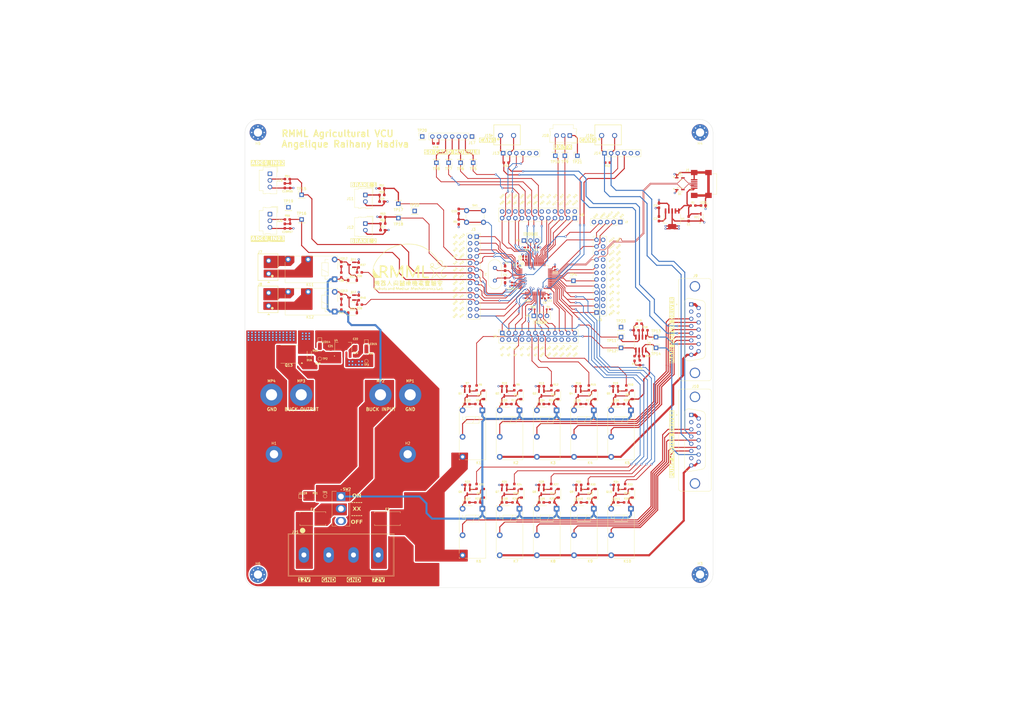
<source format=kicad_pcb>
(kicad_pcb (version 20240108) (generator "pcbnew") (generator_version "8.0")
  (layers (0 "F.Cu" signal) (1 "In1.Cu" signal) (2 "In2.Cu" signal) (31 "B.Cu" signal) (34 "B.Paste" user) (35 "F.Paste" user) (36 "B.SilkS" user "B.Silkscreen") (37 "F.SilkS" user "F.Silkscreen") (38 "B.Mask" user) (39 "F.Mask" user) (44 "Edge.Cuts" user))
  (net 0 "")
  (net 1 "/STM32/VBUS")
  (net 2 "GND")
  (net 3 "Net-(U1-NR\\FB)")
  (net 4 "+3V3")
  (net 5 "Net-(U2-PH0)")
  (net 6 "Net-(U2-PH1)")
  (net 7 "NRST")
  (net 8 "/DRIVER & CONNECTOR/BRAKE1_SWITCH")
  (net 9 "/DRIVER & CONNECTOR/BRAKE2_SWITCH")
  (net 10 "+5V")
  (net 11 "/DRIVER & CONNECTOR/ADC1_IN12")
  (net 12 "/DRIVER & CONNECTOR/ADC1_IN13")
  (net 13 "Net-(U4-NR\\FB)")
  (net 14 "+12V")
  (net 15 "Net-(D4-A)")
  (net 16 "Net-(D5-A)")
  (net 17 "Net-(D6-A)")
  (net 18 "Net-(D7-A)")
  (net 19 "Net-(D8-A)")
  (net 20 "Net-(D9-A)")
  (net 21 "Net-(D10-A)")
  (net 22 "Net-(D11-A)")
  (net 23 "Net-(D12-A)")
  (net 24 "Net-(D13-A)")
  (net 25 "Net-(D14-A)")
  (net 26 "Net-(D15-A)")
  (net 27 "Net-(D16-A)")
  (net 28 "/POWER SUPPLY/72V")
  (net 29 "Net-(J21-Pin_1)")
  (net 30 "Net-(SW2-B)")
  (net 32 "PA14")
  (net 33 "PA13")
  (net 34 "PA3")
  (net 35 "/DRIVER & CONNECTOR/DAC1_OUT")
  (net 36 "PC15")
  (net 37 "/STM32/PA1")
  (net 38 "PC13")
  (net 39 "PC14")
  (net 40 "PA0")
  (net 41 "/STM32/PA2")
  (net 42 "PA6")
  (net 43 "/STM32/PC5")
  (net 44 "/STM32/PC4")
  (net 45 "/STM32/PB1")
  (net 46 "PB10")
  (net 47 "PB2")
  (net 48 "/STM32/PA7")
  (net 49 "/STM32/PB0")
  (net 50 "/STM32/PB13")
  (net 51 "PB14")
  (net 52 "/STM32/PB12")
  (net 53 "PA10")
  (net 54 "/STM32/PC6")
  (net 55 "PA9")
  (net 56 "/STM32/PC8")
  (net 57 "PA8")
  (net 58 "/STM32/PC7")
  (net 59 "/STM32/PB15")
  (net 60 "/STM32/PC9")
  (net 61 "PB7")
  (net 62 "/DRIVER & CONNECTOR/USART3_TX")
  (net 63 "/STM32/PB9")
  (net 64 "/DRIVER & CONNECTOR/USART3_RX")
  (net 65 "PA15")
  (net 66 "/DRIVER & CONNECTOR/SPI1_MISO")
  (net 67 "/STM32/PB8")
  (net 68 "/DRIVER & CONNECTOR/SPI1_CS")
  (net 69 "PD2")
  (net 70 "/DRIVER & CONNECTOR/SPI1_SCK")
  (net 71 "/DRIVER & CONNECTOR/SPI1_MOSI")
  (net 72 "PC12")
  (net 73 "/RELAY/NO_EX1")
  (net 74 "/RELAY/COM_EX1")
  (net 75 "/RELAY/NO_EX2")
  (net 76 "/RELAY/COM_EX2")
  (net 77 "/DRIVER & CONNECTOR/DRIVER_MAIN2")
  (net 78 "MAIN_TGND")
  (net 79 "/DRIVER & CONNECTOR/DRIVER_MAIN5")
  (net 80 "/DRIVER & CONNECTOR/DRIVER_MAIN1")
  (net 81 "/DRIVER & CONNECTOR/DRIVER_MAIN4")
  (net 82 "CAN1_P")
  (net 83 "CAN1_N")
  (net 84 "MAIN_DRIVER")
  (net 85 "MAIN_DGND")
  (net 86 "/DRIVER & CONNECTOR/DRIVER_MAIN3")
  (net 87 "MAIN_THROTTLE")
  (net 88 "CAN2_N")
  (net 89 "PUMP_DRIVER")
  (net 90 "/DRIVER & CONNECTOR/DRIVER_PUMP4")
  (net 91 "/DRIVER & CONNECTOR/DRIVER_PUMP5")
  (net 92 "PUMP_DGND")
  (net 93 "PUMP_THROTTLE")
  (net 94 "CAN2_P")
  (net 95 "/DRIVER & CONNECTOR/DRIVER_PUMP1")
  (net 96 "/DRIVER & CONNECTOR/DRIVER_PUMP3")
  (net 97 "/DRIVER & CONNECTOR/DRIVER_PUMP2")
  (net 98 "PUMP_TGND")
  (net 100 "Net-(J19-Pin_2)")
  (net 101 "Net-(J20-Pin_2)")
  (net 102 "Net-(JP1-Pin_1)")
  (net 103 "Net-(JP1-Pin_3)")
  (net 104 "/STM32/BOOT0")
  (net 105 "Net-(LED1-A)")
  (net 106 "Net-(LED2-A)")
  (net 107 "Net-(LED3-A)")
  (net 108 "Net-(LED4-A)")
  (net 109 "Net-(LED5-A)")
  (net 110 "Net-(LED6-A)")
  (net 111 "Net-(LED7-A)")
  (net 112 "Net-(LED8-A)")
  (net 113 "Net-(LED9-A)")
  (net 114 "Net-(LED10-A)")
  (net 115 "Net-(LED11-A)")
  (net 116 "Net-(LED12-A)")
  (net 117 "Net-(LED13-A)")
  (net 118 "Net-(LED14-A)")
  (net 119 "Net-(LED15-A)")
  (net 120 "Net-(LED16-A)")
  (net 121 "5_BUCK")
  (net 122 "Net-(Q1-B)")
  (net 123 "Net-(Q2-B)")
  (net 124 "Net-(Q3-B)")
  (net 125 "Net-(Q4-B)")
  (net 126 "Net-(Q5-B)")
  (net 127 "Net-(Q6-B)")
  (net 128 "Net-(Q7-B)")
  (net 129 "Net-(Q8-B)")
  (net 130 "Net-(Q9-B)")
  (net 131 "Net-(Q10-B)")
  (net 132 "Net-(Q11-B)")
  (net 133 "Net-(Q12-B)")
  (net 134 "Net-(U3A--)")
  (net 135 "Net-(U3B--)")
  (net 137 "Net-(J21-Pin_4)")
  (net 142 "/DRIVER & CONNECTOR/BRAKE2_IN")
  (net 143 "/DRIVER & CONNECTOR/BRAKE1_IN")
  (net 144 "/DRIVER & CONNECTOR/DAC2_OUT")
  (net 149 "Net-(JP2-Pin_1)")
  (net 150 "Net-(JP2-Pin_3)")
  (net 151 "USB_D_N")
  (net 152 "USB_D_P")
  (net 185 "Net-(U2-VCAP_1)")
  (footprint "Capacitor_SMD:C_0603_1608Metric_Pad1.08x0.95mm_HandSolder" (layer "F.Cu") (at 122.174 99.594498 -90)
    (property "Reference" "C20")
    (property "Value" "100n" (hide yes))
  )
  (footprint "Relay_THT:Relay_SPST_Fujitsu_JY-12H-K" (layer "F.Cu") (at 255.285 208.271574 -90)
    (property "Reference" "K10")
    (property "Value" "RELAY_PM" (hide yes))
  )
  (footprint "LED_SMD:LED_0603_1608Metric_Pad1.05x0.95mm_HandSolder" (layer "F.Cu") (at 143.891 114.261 -90)
    (property "Reference" "LED12")
    (property "Value" "LED" (hide yes))
  )
  (footprint "Capacitor_SMD:C_0402_1005Metric_Pad0.74x0.62mm_HandSolder" (layer "F.Cu") (at 221.615 127.381)
    (property "Reference" "C6")
    (property "Value" "1u" (hide yes))
  )
  (footprint "Capacitor_SMD:C_0402_1005Metric_Pad0.74x0.62mm_HandSolder" (layer "F.Cu") (at 214.376 112.522)
    (property "Reference" "C9")
    (property "Value" "100n" (hide yes))
  )
  (footprint "Resistor_SMD:R_0603_1608Metric_Pad0.98x0.95mm_HandSolder" (layer "F.Cu") (at 159.857499 96.090004)
    (property "Reference" "R53")
    (property "Value" "10k" (hide yes))
  )
  (footprint "PLZ5V1C-HG3-A-H:CR_PLZ5V1C_VIS-L" (layer "F.Cu") (at 131.572001 148.845 -90)
    (property "Reference" "D16")
    (property "Value" "PLZ4V7C-G3/H" (hide yes))
  )
  (footprint "LED_SMD:LED_0603_1608Metric_Pad1.05x0.95mm_HandSolder" (layer "F.Cu") (at 220.8705 168.021)
    (property "Reference" "LED4")
    (property "Value" "LED" (hide yes))
  )
  (footprint "TestPoint:TestPoint_Pad_D1.0mm" (layer "F.Cu") (at 153.543 151.5345 180)
    (property "Reference" "TP3")
    (property "Value" "3V3" (hide yes))
  )
  (footprint "Connector_PinHeader_2.54mm:PinHeader_1x01_P2.54mm_Vertical" (layer "F.Cu") (at 251.46 146.431 -90)
    (property "Reference" "TP12")
    (property "Value" "TestPoint" (hide yes))
  )
  (footprint "Package_TO_SOT_SMD:SOT-23" (layer "F.Cu") (at 220.7895 201.786551 -90)
    (property "Reference" "Q8")
    (property "Value" "BC846" (hide yes))
  )
  (footprint "Relay_THT:Relay_SPST_Fujitsu_JY-12H-K" (layer "F.Cu") (at 226.71 208.272 -90)
    (property "Reference" "K8")
    (property "Value" "RELAY_PM" (hide yes))
  )
  (footprint "LED_SMD:LED_0603_1608Metric_Pad1.05x0.95mm_HandSolder" (layer "F.Cu") (at 249.476334 205.851574)
    (property "Reference" "LED11")
    (property "Value" "LED" (hide yes))
  )
  (footprint "Relay_THT:Relay_SPST_Fujitsu_JY-12H-K" (layer "F.Cu") (at 255.285 170.426 -90)
    (property "Reference" "K5")
    (property "Value" "RELAY_MM" (hide yes))
  )
  (footprint "Relay_THT:Relay_SPST_Fujitsu_JY-12H-K" (layer "F.Cu") (at 198.135 208.272 -90)
    (property "Reference" "K6")
    (property "Value" "RELAY_PM" (hide yes))
  )
  (footprint "Diode_SMD:D_SOD-123" (layer "F.Cu") (at 148.209 120.436)
    (property "Reference" "D14")
    (property "Value" "1N4148" (hide yes))
  )
  (footprint "MountingHole:MountingHole_3.2mm_M3_Pad_Via" (layer "F.Cu") (at 111.85 233.59)
    (property "Reference" "H6")
    (property "Value" "MOUNTINGHOLE" (hide yes))
  )
  (footprint "Resistor_SMD:R_0603_1608Metric_Pad0.98x0.95mm_HandSolder" (layer "F.Cu") (at 224.9395 205.852)
    (property "Reference" "R29")
    (property "Value" "1k" (hide yes))
  )
  (footprint "Resistor_SMD:R_0603_1608Metric_Pad0.98x0.95mm_HandSolder" (layer "F.Cu") (at 196.377 168.021)
    (property "Reference" "R8")
    (property "Value" "1k" (hide yes))
  )
  (footprint "Resistor_SMD:R_0402_1005Metric_Pad0.72x0.64mm_HandSolder" (layer "F.Cu") (at 215.123 107.823 180)
    (property "Reference" "R2")
    (property "Value" "10k" (hide yes))
  )
  (footprint "Capacitor_SMD:C_0603_1608Metric_Pad1.08x0.95mm_HandSolder" (layer "F.Cu") (at 149.352 150.495 90)
    (property "Reference" "C23")
    (property "Value" "1u" (hide yes))
  )
  (footprint "Connector_PinHeader_2.54mm:PinHeader_1x01_P2.54mm_Vertical" (layer "F.Cu") (at 172.106041 93.78721)
    (property "Reference" "TP22")
    (property "Value" "GND" (hide yes))
  )
  (footprint "Connector_Wuerth:Wuerth 691137710002_1x02" (layer "F.Cu") (at 246.507 64.766)
    (property "Reference" "J16")
    (property "Value" "CAN2 TEST" (hide yes))
  )
  (footprint "Capacitor_SMD:C_0603_1608Metric_Pad1.08x0.95mm_HandSolder" (layer "F.Cu") (at 266.044001 96.778 90)
    (property "Reference" "C2")
    (property "Value" "0.01u" (hide yes))
  )
  (footprint "Capacitor_SMD:C_0402_1005Metric_Pad0.74x0.62mm_HandSolder" (layer "F.Cu") (at 209.55 121.8525 90)
    (property "Reference" "C13")
    (property "Value" "1u" (hide yes))
  )
  (footprint "Resistor_SMD:R_0603_1608Metric_Pad0.98x0.95mm_HandSolder" (layer "F.Cu") (at 207.293 75.184)
    (property "Reference" "R42")
    (property "Value" "120" (hide yes))
  )
  (footprint "Connector_PinHeader_2.54mm:PinHeader_1x01_P2.54mm_Vertical" (layer "F.Cu") (at 264.922 146.431 -90)
    (property "Reference" "TP14")
    (property "Value" "TestPoint" (hide yes))
  )
  (footprint "MountingHole:MountingHole_3.2mm_M3_Pad_Via" (layer "F.Cu") (at 111.85 63.59)
    (property "Reference" "H5")
    (property "Value" "MOUNTINGHOLE" (hide yes))
  )
  (footprint "Capacitor_SMD:C_0603_1608Metric_Pad1.08x0.95mm_HandSolder" (layer "F.Cu") (at 277.474 96.778 -90)
    (property "Reference" "C1")
    (property "Value" "1u" (hide yes))
  )
  (footprint "Package_TO_SOT_SMD:SOT-23" (layer "F.Cu") (at 147.831175 127.087502 180)
    (property "Reference" "Q12")
    (property "Value" "BC846" (hide yes))
  )
  (footprint "Resistor_SMD:R_0603_1608Metric_Pad0.98x0.95mm_HandSolder" (layer "F.Cu") (at 206.59175 161.163 180)
    (property "Reference" "R10")
    (property "Value" "10k" (hide yes))
  )
  (footprint "LED_SMD:LED_0603_1608Metric_Pad1.05x0.95mm_HandSolder" (layer "F.Cu") (at 143.912001 126.715 -90)
    (property "Reference" "LED13")
    (property "Value" "LED" (hide yes))
  )
  (footprint "Resistor_SMD:R_0603_1608Metric_Pad0.98x0.95mm_HandSolder" (layer "F.Cu") (at 256.667 150.495 -90)
    (property "Reference" "R47")
    (property "Value" "10k" (hide yes))
  )
  (footprint "LED_SMD:LED_0603_1608Metric_Pad1.05x0.95mm_HandSolder" (layer "F.Cu") (at 129.149 203.497)
    (property "Reference" "LED16")
    (property "Value" "LED" (hide yes))
  )
  (footprint "Resistor_SMD:R_0603_1608Metric_Pad0.98x0.95mm_HandSolder" (layer "F.Cu") (at 150.5795 114.554499 90)
    (property "Reference" "R37")
    (property "Value" "10k" (hide yes))
  )
  (footprint "Resistor_SMD:R_0603_1608Metric_Pad0.98x0.95mm_HandSolder" (layer "F.Cu") (at 224.5964 199.6798 -90)
    (property "Reference" "R27")
    (property "Value" "10k" (hide yes))
  )
  (footprint "Resistor_SMD:R_0603_1608Metric_Pad0.98x0.95mm_HandSolder" (layer "F.Cu") (at 134.874 153.924)
    (property "Reference" "R58")
    (property "Value" "470" (hide yes))
  )
  (footprint "Resistor_SMD:R_0603_1608Metric_Pad0.98x0.95mm_HandSolder" (layer "F.Cu") (at 235.227999 199.10455 180)
    (property "Reference" "R31")
    (property "Value" "10k" (hide yes))
  )
  (footprint "Diode_SMD:D_SOD-123" (layer "F.Cu") (at 241.49925 164.465 90)
    (property "Reference" "D7")
    (property "Value" "1N4148" (hide yes))
  )
  (footprint "LED_SMD:LED_0603_1608Metric_Pad1.05x0.95mm_HandSolder" (layer "F.Cu") (at 206.588 205.852)
    (property "Reference" "LED8")
    (property "Value" "LED" (hide yes))
  )
  (footprint "Connector_PinHeader_2.54mm:PinHeader_1x01_P2.54mm_Vertical" (layer "F.Cu") (at 180.467 75.242 180)
    (property "Reference" "TP8")
    (property "Value" "TestPoint" (hide yes))
  )
  (footprint "Resistor_SMD:R_0603_1608Metric_Pad0.98x0.95mm_HandSolder" (layer "F.Cu") (at 123.136501 81.5105)
    (property "Reference" "R54")
    (property "Value" "5k1" (hide yes))
  )
  (footprint "LED_SMD:LED_0603_1608Metric_Pad1.05x0.95mm_HandSolder" (layer "F.Cu") (at 192.3005 205.852)
    (property "Reference" "LED7")
    (property "Value" "LED" (hide yes))
  )
  (footprint "Resistor_SMD:R_0603_1608Metric_Pad0.98x0.95mm_HandSolder" (layer "F.Cu") (at 249.578999 199.120999 180)
    (property "Reference" "R34")
    (property "Value" "10k" (hide yes))
  )
  (footprint "Resistor_SMD:R_0603_1608Metric_Pad0.98x0.95mm_HandSolder" (layer "F.Cu") (at 150.897001 129.794 180)
    (property "Reference" "R39")
    (property "Value" "10k" (hide yes))
  )
  (footprint "Fuse:Fuseholder_Littelfuse_Nano2_154x" (layer "F.Cu") (at 132.969 212.09)
    (property "Reference" "F1")
    (property "Value" "0154010.DR" (hide yes))
  )
  (footprint "Connector_PinSocket_2.54mm:PinSocket_1x07_P2.54mm_Vertical" (layer "F.Cu") (at 194.163 65.151 -90)
    (property "Reference" "J17")
    (property "Value" "SD CARD MODULE" (hide yes))
  )
  (footprint "Connector_Dsub:DSUB-15_Female_Vertical_P2.77x2.84mm_MountingHoles" (layer "F.Cu") (at 278.465 129.708 90)
    (property "Reference" "J9")
    (property "Value" "MAIN MOTOR" (hide yes))
  )
  (footprint "Resistor_SMD:R_0603_1608Metric_Pad0.98x0.95mm_HandSolder" (layer "F.Cu") (at 195.9197 199.6798 -90)
    (property "Reference" "R21")
    (property "Value" "10k" (hide yes))
  )
  (footprint "Resistor_SMD:R_0603_1608Metric_Pad0.98x0.95mm_HandSolder" (layer "F.Cu") (at 260.731 139.635001)
    (property "Reference" "R46")
    (property "Value" "5k1" (hide yes))
  )
  (footprint "Capacitor_SMD:C_0402_1005Metric_Pad0.74x0.62mm_HandSolder" (layer "F.Cu") (at 214.376 111.379)
    (property "Reference" "C8")
    (property "Value" "10u" (hide yes))
  )
  (footprint "Resistor_SMD:R_0603_1608Metric_Pad0.98x0.95mm_HandSolder" (layer "F.Cu") (at 135.636 147.574 90)
    (property "Reference" "R59")
    (property "Value" "300" (hide yes))
  )
  (footprint "Connector_PinSocket_2.54mm:PinSocket_2x12_P2.54mm_Vertical" (layer "F.Cu") (at 233.68 96.52 -90)
    (property "Reference" "J6")
    (property "Value" "Conn_02x12_Odd_Even" (hide yes))
  )
  (footprint "LED_SMD:LED_0603_1608Metric_Pad1.05x0.95mm_HandSolder" (layer "F.Cu") (at 135.636 144.145 -90)
    (property "Reference" "LED14")
    (property "Value" "LED" (hide yes))
  )
  (footprint "Relay_THT:Relay_SPST_Fujitsu_JY-12H-K" (layer "F.Cu") (at 240.9975 170.426 -90)
    (property "Reference" "K4")
    (property "Value" "RELAY_MM" (hide yes))
  )
  (footprint "Connector_PinHeader_2.54mm:PinHeader_1x01_P2.54mm_Vertical" (layer "F.Cu") (at 251.46 138.43)
    (property "Reference" "TP23")
    (property "Value" "GND" (hide yes))
  )
  (footprint "Connector_PinHeader_2.54mm:PinHeader_1x01_P2.54mm_Vertical" (layer "F.Cu") (at 194.602442 75.242 180)
    (property "Reference" "TP5")
    (property "Value" "TestPoint" (hide yes))
  )
  (footprint "Capacitor_SMD:C_0603_1608Metric_Pad1.08x0.95mm_HandSolder" (layer "F.Cu") (at 159.857498 101.170002)
    (property "Reference" "C17")
    (property "Value" "100n" (hide yes))
  )
  (footprint "MountingHole:MountingHole_4.3mm_M4_Pad_TopBottom" (layer "F.Cu") (at 158.958 164.465)
    (property "Reference" "MP2")
    (property "Value" "BUCK" (hide yes))
  )
  (footprint "Connector_Wuerth:Wuerth 691137710002_1x02" (layer "F.Cu") (at 207.645 64.766)
    (property "Reference" "J15")
    (property "Value" "CAN1 TEST" (hide yes))
  )
  (footprint "Connector_PinHeader_2.54mm:PinHeader_1x03_P2.54mm_Vertical" (layer "F.Cu") (at 214.122 105.156 90)
    (property "Reference" "JP1")
    (property "Value" "BOOT0MODE" (hide yes))
  )
  (footprint "Diode_SMD:D_SOD-123" (layer "F.Cu") (at 148.230001 132.938)
    (property "Reference" "D15")
    (property "Value" "1N4148" (hide yes))
  )
  (footprint "Connector_PinHeader_2.54mm:PinHeader_1x01_P2.54mm_Vertical" (layer "F.Cu") (at 264.922 142.279 -90)
    (property "Reference" "TP13")
    (property "Value" "TestPoint" (hide yes))
  )
  (footprint "Capacitor_SMD:C_0603_1608Metric_Pad1.08x0.95mm_HandSolder" (layer "F.Cu") (at 149.352 145.1345 90)
    (property "Reference" "C22")
    (property "Value" "0.01u" (hide yes))
  )
  (footprint "Relay_THT:Relay_SPST_Fujitsu_JY-12H-K" (layer "F.Cu") (at 141.359 132.476 180)
    (property "Reference" "K12")
    (property "Value" "RELAY_EX" (hide yes))
  )
  (footprint "Capacitor_SMD:C_0402_1005Metric_Pad0.74x0.62mm_HandSolder" (layer "F.Cu") (at 211.709 114.554 90)
    (property "Reference" "C7")
    (property "Value" "100n" (hide yes))
  )
  (footprint "Resistor_SMD:R_0603_1608Metric_Pad0.98x0.95mm_HandSolder" (layer "F.Cu") (at 143.912001 130.779 -90)
    (property "Reference" "R41")
    (property "Value" "1k" (hide yes))
  )
  (footprint "DESD5V0U1BA_7:SOD323-L_DIO-M" (layer "F.Cu") (at 274.082268 81.022656)
    (property "Reference" "D2")
    (property "Value" "DESD5V0U1BA-7" (hide yes))
  )
  (footprint "Package_TO_SOT_SMD:SOT-23" (layer "F.Cu") (at 206.59175 163.957 -90)
    (property "Reference" "Q2")
    (property "Value" "BC846" (hide yes))
  )
  (footprint "LED_SMD:LED_0603_1608Metric_Pad1.05x0.95mm_HandSolder" (layer "F.Cu") (at 192.313 168.021)
    (property "Reference" "LED2")
    (property "Value" "LED" (hide yes))
  )
  (footprint "Connector_Molex:Molex_38720-6304" (layer "F.Cu") (at 143.812 226.06)
    (property "Reference" "J21")
    (property "Value" "INPUT" (hide yes))
  )
  (footprint "Resistor_SMD:R_0603_1608Metric_Pad0.98x0.95mm_HandSolder" (layer "F.Cu") (at 150.625175 127.175001 90)
    (property "Reference" "R40")
    (property "Value" "10k" (hide yes))
  )
  (footprint "TPS79533DCQ:SOT127P706X180-6N" (layer "F.Cu") (at 144.653 146.05 90)
    (property "Reference" "U4")
    (property "Value" "TPS79533DCQ" (hide yes))
  )
  (footprint "Fuse:Fuseholder_Littelfuse_Nano2_154x" (layer "F.Cu") (at 161.648 212.09)
    (property "Reference" "F2")
    (property "Value" "0154010.DR" (hide yes))
  )
  (footprint "Connector_Molex:Molex_SL_171971-0003_1x03_P2.54mm_Vertical" (layer "F.Cu") (at 116.459 79.478498 -90)
    (property "Reference" "J19")
    (property "Value" "ADC1_IN12" (hide yes))
  )
  (footprint "Resistor_SMD:R_0603_1608Metric_Pad0.98x0.95mm_HandSolder" (layer "F.Cu") (at 192.348 161.163 180)
    (property "Reference" "R7")
    (property "Value" "10k" (hide yes))
  )
  (footprint "Capacitor_SMD:C_0603_1608Metric_Pad1.08x0.95mm_HandSolder" (layer "F.Cu") (at 139.827 147.828 90)
    (property "Reference" "C21")
    (property "Value" "1u" (hide yes))
  )
  (footprint "LOGO" (layer "F.Cu") (at 170.18 115.316)
    (property "Reference" "G***")
    (property "Value" "LOGO" (hide yes))
  )
  (footprint "Diode_SMD:D_SOD-123" (layer "F.Cu") (at 241.57635 202.341 90)
    (property "Reference" "D12")
    (property "Value" "1N4148" (hide yes))
  )
  (footprint "Connector_Molex:Molex_SL_171971-0002_1x02_P2.54mm_Vertical" (layer "F.Cu") (at 153.15 98.630002 -90)
    (property "Reference" "J12")
    (property "Value" "BRAKE2" (hide yes))
  )
  (footprint "Capacitor_SMD:C_0603_1608Metric_Pad1.08x0.95mm_HandSolder" (layer "F.Cu") (at 206.883 120.433 -90)
    (property "Reference" "C5")
    (property "Value" "22p" (hide yes))
  )
  (footprint "Resistor_SMD:R_0603_1608Metric_Pad0.98x0.95mm_HandSolder" (layer "F.Cu") (at 123.136501 97.027999)
    (property "Reference" "R56")
    (property "Value" "5k1" (hide yes))
  )
  (footprint "Connector_PinHeader_2.54mm:PinHeader_1x01_P2.54mm_Vertical" (layer "F.Cu") (at 189.763628 75.242 180)
    (property "Reference" "TP6")
    (property "Value" "TestPoint" (hide yes))
  )
  (footprint "Resistor_SMD:R_0603_1608Metric_Pad0.98x0.95mm_HandSolder" (layer "F.Cu") (at 143.891 118.374 -90)
    (property "Reference" "R38")
    (property "Value" "1k" (hide yes))
  )
  (footprint "Package_QFP:LQFP-64_10x10mm_P0.5mm" (layer "F.Cu") (at 218.44 119.888)
    (property "Reference" "U2")
    (property "Value" "STM32F446RETx" (hide yes))
  )
  (footprint "Diode_SMD:D_SOD-123" (layer "F.Cu") (at 198.663 164.465 90)
    (property "Reference" "D4")
    (property "Value" "1N4148" (hide yes))
  )
  (footprint "Resistor_SMD:R_0603_1608Metric_Pad0.98x0.95mm_HandSolder" (layer "F.Cu") (at 253.540334 205.851574)
    (property "Reference" "R35")
    (property "Value" "1k" (hide yes))
  )
  (footprint "Resistor_SMD:R_0603_1608Metric_Pad0.98x0.95mm_HandSolder" (layer "F.Cu") (at 192.438498 199.10455 180)
    (property "Reference" "R22")
    (property "Value" "10k" (hide yes))
  )
  (footprint "Relay_THT:Relay_SPST_Fujitsu_JY-12H-K" (layer "F.Cu") (at 226.71 170.426 -90)
    (property "Reference" "K3")
    (property "Value" "RELAY_MM" (hide yes))
  )
  (footprint "Connector_Molex:Molex_SL_171971-0002_1x02_P2.54mm_Vertical" (layer "F.Cu") (at 153.15 87.63 -90)
    (property "Reference" "J11")
    (property "Value" "BRAKE1" (hide yes))
  )
  (footprint "Relay_THT:Relay_SPST_Fujitsu_JY-12H-K" (layer "F.Cu") (at 212.4225 170.426 -90)
    (property "Reference" "K2")
    (property "Value" "RELAY_MM" (hide yes))
  )
  (footprint "Resistor_SMD:R_0603_1608Metric_Pad0.98x0.95mm_HandSolder" (layer "F.Cu") (at 159.5 87.630003)
    (property "Reference" "R50")
    (property "Value" "100" (hide yes))
  )
  (footprint "LED_SMD:LED_0603_1608Metric_Pad1.05x0.95mm_HandSolder" (layer "F.Cu") (at 235.188834 205.852)
    (property "Reference" "LED10")
    (property "Value" "LED" (hide yes))
  )
  (footprint "Crystal:Crystal_HC49-U_Vertical" (layer "F.Cu") (at 202.946 120.56 90)
    (property "Reference" "Y1")
    (property "Value" "8.192MHz" (hide yes))
  )
  (footprint "Resistor_SMD:R_0603_1608Metric_Pad0.98x0.95mm_HandSolder" (layer "F.Cu") (at 210.40175 161.798 -90)
    (property "Reference" "R9")
    (property "Value" "10k" (hide yes))
  )
  (footprint "Resistor_SMD:R_0603_1608Metric_Pad0.98x0.95mm_HandSolder" (layer "F.Cu") (at 224.6805 168.021)
    (property "Reference" "R14")
    (property "Value" "1k" (hide yes))
  )
  (footprint "Connector_PinHeader_2.54mm:PinHeader_1x01_P2.54mm_Vertical" (layer "F.Cu") (at 226.187 72.547 180)
    (property "Reference" "TP10")
    (property "Value" "TestPoint" (hide yes))
  )
  (footprint "Capacitor_SMD:C_0402_1005Metric_Pad0.74x0.62mm_HandSolder" (layer "F.Cu") (at 226.06 115.824 -90)
    (property "Reference" "C12")
    (property "Value" "100n" (hide yes))
  )
  (footprint "Button_Switch_THT:SW_PUSH_6mm" (layer "F.Cu") (at 192.076 93.635)
    (property "Reference" "SW1")
    (property "Value" "SW_SPST" (hide yes))
  )
  (footprint "Resistor_SMD:R_0603_1608Metric_Pad0.98x0.95mm_HandSolder" (layer "F.Cu") (at 238.83315 199.6798 -90)
    (property "Reference" "R30")
    (property "Value" "10k" (hide yes))
  )
  (footprint "MountingHole:MountingHole_3.2mm_M3_Pad_TopBottom" (layer "F.Cu") (at 118.017999 187.325)
    (property "Reference" "H1")
    (property "Value" "BUCK1PAD1" (hide yes))
  )
  (footprint "Package_TO_SOT_SMD:SOT-23" (layer "F.Cu") (at 249.3645 163.957 -90)
    (property "Reference" "Q5")
    (property "Value" "BC846" (hide yes))
  )
  (footprint "Resistor_SMD:R_0603_1608Metric_Pad0.98x0.95mm_HandSolder" (layer "F.Cu") (at 258.699 152.146 -90)
    (property "Reference" "R48")
    (property "Value" "10k" (hide yes))
  )
  (footprint "Capacitor_SMD:C_0402_1005Metric_Pad0.74x0.62mm_HandSolder" (layer "F.Cu") (at 223.52 126.619 -90)
    (property "Reference" "C11")
    (property "Value" "100n" (hide yes))
  )
  (footprint "Resistor_SMD:R_0603_1608Metric_Pad0.98x0.95mm_HandSolder" (layer "F.Cu") (at 220.876999 199.10455 180)
    (property "Reference" "R28")
    (property "Value" "10k" (hide yes))
  )
  (footprint "Connector_PinHeader_2.54mm:PinHeader_1x01_P2.54mm_Vertical" (layer "F.Cu") (at 229.87 72.547 180)
    (property "Reference" "TP9")
    (property "Value" "TestPoint" (hide yes))
  )
  (footprint "Connector_PinSocket_2.54mm:PinSocket_2x13_P2.54mm_Vertical" (layer "F.Cu") (at 195.961 103.647)
    (property "Reference" "J3")
    (property "Value" "Conn_02x13_Odd_Even" (hide yes))
  )
  (footprint "Diode_SMD:D_SOD-123" (layer "F.Cu") (at 227.2205 164.465 90)
    (property "Reference" "D6")
    (property "Value" "1N4148" (hide yes))
  )
  (footprint "Resistor_SMD:R_0603_1608Metric_Pad0.98x0.95mm_HandSolder" (layer "F.Cu") (at 238.95925 168.021)
    (property "Reference" "R17")
    (property "Value" "1k" (hide yes))
  )
  (footprint "Resistor_SMD:R_0603_1608Metric_Pad0.98x0.95mm_HandSolder" (layer "F.Cu") (at 159.499999 85.090002)
    (property "Reference" "R51")
    (property "Value" "10k" (hide yes))
  )
  (footprint "Resistor_SMD:R_0603_1608Metric_Pad0.98x0.95mm_HandSolder" (layer "F.Cu") (at 133.858 203.454 180)
    (property "Reference" "R61")
    (property "Value" "1k" (hide yes))
  )
  (footprint "MountingHole:MountingHole_4.3mm_M4_Pad_TopBottom" (layer "F.Cu") (at 128.478 164.465)
    (property "Reference" "MP3")
    (property "Value" "BUCK" (hide yes))
  )
  (footprint "Resistor_SMD:R_0603_1608Metric_Pad0.98x0.95mm_HandSolder" (layer "F.Cu") (at 210.652 205.852)
    (property "Reference" "R26")
    (property "Value" "1k" (hide yes))
  )
  (footprint "Package_TO_SOT_SMD:SOT-23" (layer "F.Cu") (at 206.5655 201.803 -90)
    (property "Reference" "Q7")
    (property "Value" "BC846" (hide yes))
  )
  (footprint "Package_TO_SOT_SMD:TO-252-2" (layer "F.Cu") (at 123.698 148.845 180)
    (property "Reference" "Q13")
    (property "Value" "GT6K2P10KH" (hide yes))
  )
  (footprint "Package_TO_SOT_SMD:SOT-23" (layer "F.Cu") (at 235.0135 163.957 -90)
    (property "Reference" "Q4")
    (property "Value" "BC846" (hide yes))
  )
  (footprint "Diode_SMD:D_SOD-123" (layer "F.Cu") (at 227.3396 202.341 90)
    (property "Reference" "D11")
    (property "Value" "1N4148" (hide yes))
  )
  (footprint "TestPoint:TestPoint_Pad_D1.0mm" (layer "F.Cu") (at 137.668 203.454)
    (property "Reference" "TP1")
    (property "Value" "12V" (hide yes))
  )
  (footprint "Diode_SMD:D_SOD-123" (layer "F.Cu") (at 212.94175 164.465 90)
    (property "Reference" "D5")
    (property "Value" "1N4148" (hide yes))
  )
  (footprint "Resistor_SMD:R_0603_1608Metric_Pad0.98x0.95mm_HandSolder" (layer "F.Cu") (at 279.139001 91.698)
    (property "Reference" "R1")
    (property "Value" "300" (hide yes))
  )
  (footprint "Connector_Molex:Molex_SL_171971-0003_1x03_P2.54mm_Vertical" (layer "F.Cu") (at 116.459 94.996 -90)
    (property "Reference" "J20")
    (property "Value" "ADC1_IN13" (hide yes))
  )
  (footprint "Resistor_SMD:R_0603_1608Metric_Pad0.98x0.95mm_HandSolder" (layer "F.Cu") (at 249.3645 161.163 180)
    (property "Reference" "R19")
    (property "Value" "10k" (hide yes))
  )
  (footprint "Connector_PinHeader_2.54mm:PinHeader_1x01_P2.54mm_Vertical" (layer "F.Cu") (at 128.631599 97.051499)
    (property "Reference" "TP16")
    (property "Value" "TestPoint" (hide yes))
  )
  (footprint "Diode_SMD:D_SOD-123" (layer "F.Cu") (at 255.765934 202.340574 90)
    (property "Reference" "D13")
    (property "Value" "1N4148" (hide yes))
  )
  (footprint "Diode_SMD:D_SOD-123" (layer "F.Cu") (at 255.778 164.465 90)
    (property "Reference" "D8")
    (property "Value" "1N4148" (hide yes))
  )
  (footprint "DESD5V0U1BA_7:SOD323-L_DIO-M" (layer "F.Cu") (at 274.066 85.598)
    (property "Reference" "D1")
    (property "Value" "DESD5V0U1BA-7" (hide yes))
  )
  (footprint "Connector_PinHeader_2.54mm:PinHeader_1x05_P2.54mm_Vertical" (layer "F.Cu") (at 251.205999 98.044 -90)
    (property "Reference" "J2")
    (property "Value" "ST-LINKV2" (hide yes))
  )
  (footprint "MountingHole:MountingHole_4.3mm_M4_Pad_TopBottom" (layer "F.Cu") (at 117.048 164.465)
    (property "Reference" "MP4")
    (property "Value" "BUCK" (hide yes))
  )
  (footprint "Connector_PinSocket_2.54mm:PinSocket_1x06_P2.54mm_Vertical" (layer "F.Cu") (at 245.105 71.5535 90)
    (property "Reference" "J14")
    (property "Value" "CAN_MCP2551" (hide yes))
  )
  (footprint "Capacitor_SMD:C_0402_1005Metric_Pad0.74x0.62mm_HandSolder" (layer "F.Cu") (at 210.82 121.8525 90)
    (property "Reference" "C14")
    (property "Value" "100n" (hide yes))
  )
  (footprint "Resistor_SMD:R_0603_1608Metric_Pad0.98x0.95mm_HandSolder" (layer "F.Cu") (at 196.3645 205.852)
    (property "Reference" "R23")
    (property "Value" "1k" (hide yes))
  )
  (footprint "LED_SMD:LED_0603_1608Metric_Pad1.05x0.95mm_HandSolder" (layer "F.Cu") (at 153.55 144.9305 -90)
    (property "Reference" "LED15")
    (property "Value" "LED" (hide yes))
  )
  (footprint "Package_SO:SOIC-8_3.9x4.9mm_P1.27mm" (layer "F.Cu") (at 259.08 144.78 -90)
    (property "Reference" "U3")
    (property "Value" "LM358" (hide yes))
  )
  (footprint "Resistor_SMD:R_0603_1608Metric_Pad0.98x0.95mm_HandSolder" (layer "F.Cu") (at 253.492 161.798 -90)
    (property "Reference" "R18")
    (property "Value" "10k" (hide yes))
  )
  (footprint "Resistor_SMD:R_0603_1608Metric_Pad0.98x0.95mm_HandSolder" (layer "F.Cu") (at 253.492 168.021)
    (property "Reference" "R20")
    (property "Value" "1k" (hide yes))
  )
  (footprint "Capacitor_SMD:C_0603_1608Metric_Pad1.08x0.95mm_HandSolder" (layer "F.Cu") (at 180.213 67.818 180)
    (property "Reference" "C18")
    (property "Value" "100n" (hide yes))
  )
  (footprint "Connector_PinHeader_2.54mm:PinHeader_1x01_P2.54mm_Vertical" (layer "F.Cu") (at 128.631599 87.573006)
    (property "Reference" "TP15")
    (property "Value" "TestPoint" (hide yes))
  )
  (footprint "Resistor_SMD:R_0603_1608Metric_Pad0.98x0.95mm_HandSolder" (layer "F.Cu") (at 220.8705 161.163 180)
    (property "Reference" "R13")
    (property "Value" "10k" (hide yes))
  )
  (footprint "MountingHole:MountingHole_4.3mm_M4_Pad_TopBottom" (layer "F.Cu") (at 170.388 164.464998)
    (property "Reference" "MP1")
    (property "Value" "BUCK" (hide yes))
  )
  (footprint "Capacitor_SMD:C_0603_1608Metric_Pad1.08x0.95mm_HandSolder" (layer "F.Cu") (at 189.051 93.889 90)
    (property "Reference" "C15")
    (property "Value" "100n" (hide yes))
  )
  (footprint "Connector_PinHeader_2.54mm:PinHeader_1x01_P2.54mm_Vertical" (layer "F.Cu") (at 165.85 96.520001 180)
    (property "Reference" "TP18")
    (property "Value" "TestPoint" (hide yes))
  )
  (footprint "Relay_THT:Relay_SPST_Fujitsu_JY-12H-K" (layer "F.Cu") (at 141.338 120.03 180)
    (property "Reference" "K11")
    (property "Value" "RELAY_EX" (hide yes))
  )
  (footprint "Resistor_SMD:R_0603_1608Metric_Pad0.98x0.95mm_HandSolder" (layer "F.Cu") (at 159.8575 98.630003)
    (property "Reference" "R52")
    (property "Value" "100" (hide yes))
  )
  (footprint "Connector_Molex:Molex_SL_171971-0003_1x03_P2.54mm_Vertical" (layer "F.Cu") (at 231.775 64.77 180)
    (property "Reference" "J18")
    (property "Value" "USART" (hide yes))
  )
  (footprint "Connector_Dsub:DSUB-15_Female_Vertical_P2.77x2.84mm_MountingHoles" (layer "F.Cu") (at 278.480331 172.222 90)
    (property "Reference" "J10")
    (property "Value" "PUMP MOTOR" (hide yes))
  )
  (footprint "Resistor_SMD:R_0402_1005Metric_Pad0.72x0.64mm_HandSolder" (layer "F.Cu") (at 223.4825 131.572)
    (property "Reference" "R4")
    (property "Value" "10k" (hide yes))
  )
  (footprint "Relay_THT:Relay_SPST_Fujitsu_JY-12H-K" (layer "F.Cu") (at 198.135 170.426 -90)
    (property "Reference" "K1")
    (property "Value" "RELAY_MM" (hide yes))
  )
  (footprint "Package_TO_SOT_SMD:SOT-23" (layer "F.Cu") (at 192.350999 201.786551 -90)
    (property "Reference" "Q6")
    (property "Value" "BC846" (hide yes))
  )
  (footprint "MountingHole:MountingHole_3.2mm_M3_Pad_TopBottom" (layer "F.Cu") (at 169.418 187.325)
    (property "Reference" "H2")
    (property "Value" "BUCK1PAD2" (hide yes))
  )
  (footprint "Connector_USB:USB_Mini-B_Wuerth_65100516121_Horizontal" (layer "F.Cu") (at 282.194 83.398 90)
    (property "Reference" "J1")
    (property "Value" "USB_B_Mini" (hide yes))
  )
  (footprint "Resistor_SMD:R_0603_1608Metric_Pad0.98x0.95mm_HandSolder" (layer "F.Cu") (at 195.936 161.798 -90)
    (property "Reference" "R6")
    (property "Value" "10k" (hide yes))
  )
  (footprint "MountingHole:MountingHole_3.2mm_M3_Pad_Via" (layer "F.Cu") (at 281.85 233.59)
    (property "Reference" "H3")
    (property "Value" "MOUNTINGHOLE" (hide yes))
  )
  (footprint "Connector_PinHeader_2.54mm:PinHeader_1x01_P2.54mm_Vertical" (layer "F.Cu") (at 185.166 75.242 180)
    (property "Reference" "TP7")
    (property "Value" "TestPoint" (hide yes))
  )
  (footprint "Resistor_SMD:R_0603_1608Metric_Pad0.98x0.95mm_HandSolder" (layer "F.Cu") (at 257.302 139.635001 180)
    (property "Reference" "R44")
    (property "Value" "10k" (hide yes))
  )
  (footprint "Connector_PinHeader_2.54mm:PinHeader_1x01_P2.54mm_Vertical" (layer "F.Cu") (at 165.85 91.010003 180)
    (property "Reference" "TP17")
    (property "Value" "TestPoint" (hide yes))
  )
  (footprint "Relay_THT:Relay_SPST_Fujitsu_JY-12H-K" (layer "F.Cu") (at 240.9975 208.272 -90)
    (property "Reference" "K9")
    (property "Value" "RELAY_PM" (hide yes))
  )
  (footprint "Connector_PinHeader_2.54mm:PinHeader_1x01_P2.54mm_Vertical" (layer "F.Cu") (at 175.006 65.126)
    (property "Reference" "TP20")
    (property "Value" "GND" (hide yes))
  )
  (footprint "Diode_SMD:D_SOD-123" (layer "F.Cu") (at 213.15365 202.341 90)
    (property "Reference" "D10")
    (property "Value" "1N4148" (hide yes))
  )
  (footprint "Resistor_SMD:R_0603_1608Metric_Pad0.98x0.95mm_HandSolder" (layer "F.Cu") (at 259.334 149.606)
    (property "Reference" "R49")
    (property "Value" "5k1" (hide yes))
  )
  (footprint "LED_SMD:LED_0603_1608Metric_Pad1.05x0.95mm_HandSolder" (layer "F.Cu") (at 235.036251 168.021)
    (property "Reference" "LED5")
    (property "Value" "LED" (hide yes))
  )
  (footprint "Package_TO_SOT_SMD:SOT-23" (layer "F.Cu") (at 249.4915 201.803 -90)
    (property "Reference" "Q10")
    (property "Value" "BC846" (hide yes))
  )
  (footprint "LED_SMD:LED_0603_1608Metric_Pad1.05x0.95mm_HandSolder" (layer "F.Cu") (at 249.428 168.021)
    (property "Reference" "LED6")
    (property "Value" "LED" (hide yes))
  )
  (footprint "Resistor_SMD:R_0603_1608Metric_Pad0.98x0.95mm_HandSolder" (layer "F.Cu") (at 210.25125 168.021)
    (property "Reference" "R11")
    (property "Value" "1k" (hide yes))
  )
  (footprint "Connector_PinSocket_2.54mm:PinSocket_1x06_P2.54mm_Vertical" (layer "F.Cu") (at 206.121 71.5535 90)
    (property "Reference" "J13")
    (property "Value" "CAN_MCP2551" (hide yes))
  )
  (footprint "Resistor_SMD:R_0603_1608Metric_Pad0.98x0.95mm_HandSolder" (layer "F.Cu") (at 258.445 137.095 180)
    (property "Reference" "R45")
    (property "Value" "10k" (hide yes))
  )
  (footprint "Resistor_SMD:R_0603_1608Metric_Pad0.98x0.95mm_HandSolder" (layer "F.Cu") (at 235.0135 161.163 180)
    (property "Reference" "R16")
    (property "Value" "10k" (hide yes))
  )
  (footprint "Connector_PinHeader_2.54mm:PinHeader_1x03_P2.54mm_Vertical" (layer "F.Cu") (at 217.9095 134.112 90)
    (property "Reference" "JP2")
    (property "Value" "BOOT1MODE" (hide yes))
  )
  (footprint "Button_Switch_THT:SW_500SSP1S1M2REA" (layer "F.Cu") (at 143.764 208.28 -90)
    (property "Reference" "SW2")
    (property "Value" "SW_SPDT" (hide yes))
  )
  (footprint "Resistor_SMD:R_0603_1608Metric_Pad0.98x0.95mm_HandSolder" (layer "F.Cu") (at 210.43585 199.6798 -90)
    (property "Reference" "R24")
    (property "Value" "10k" (hide yes))
  )
  (footprint "Connector_Wuerth:Wuerth 691137710002_1x02" (layer "F.Cu") (at 115.951 115.403 90)
    (property "Reference" "J7")
    (property "Value" "RELAY1_EXTERNAL" (hide yes))
  )
  (footprint "Resistor_SMD:R_0603_1608Metric_Pad0.98x0.95mm_HandSolder" (layer "F.Cu") (at 189.051 97.953 90)
    (property "Reference" "R5")
    (property "Value" "10k" (hide yes))
  )
  (footprint "LED_SMD:LED_0603_1608Metric_Pad1.05x0.95mm_HandSolder" (layer "F.Cu") (at 206.478751 168.021)
    (property "Reference" "LED3")
    (property "Value" "LED" (hide yes))
  )
  (footprint "Resistor_SMD:R_0402_1005Metric_Pad0.72x0.64mm_HandSolder" (layer "F.Cu") (at 217.6405 131.572 180)
    (property "Reference" "R62")
    (property "Value" "10k" (hide yes))
  )
  (footprint "Capacitor_SMD:C_0603_1608Metric_Pad1.08x0.95mm_HandSolder" (layer "F.Cu") (at 206.883 115.865 90)
    (property "Reference" "C4")
    (property "Value" "22p" (hide yes))
  )
  (footprint "Capacitor_SMD:C_0402_1005Metric_Pad0.74x0.62mm_HandSolder" (layer "F.Cu") (at 215.392 127.324962 180)
    (property "Reference" "C10")
    (property "Value" "100n" (hide yes))
  )
  (footprint "Capacitor_SMD:C_0603_1608Metric_Pad1.08x0.95mm_HandSolder" (layer "F.Cu") (at 159.5 90.170001)
    (property "Reference" "C16")
    (property "Value" "100n" (hide yes))
  )
  (footprint "Resistor_SMD:R_0603_1608Metric_Pad0.98x0.95mm_HandSolder" (layer "F.Cu") (at 239.252834 205.852)
    (property "Reference" "R32")
    (property "Value" "1k" (hide yes))
  )
  (footprint "Diode_SMD:D_SOD-123" (layer "F.Cu") (at 198.5867 202.341 90)
    (property "Reference" "D9")
    (property "Value" "1N4148" (hide yes))
  )
  (footprint "Resistor_SMD:R_0603_1608Metric_Pad0.98x0.95mm_HandSolder" (layer "F.Cu") (at 150.876 117.388 180)
    (property "Reference" "R36")
    (property "Value" "10k" (hide yes))
  )
  (footprint "Resistor_SMD:R_0603_1608Metric_Pad0.98x0.95mm_HandSolder" (layer "F.Cu") (at 253.048134 199.679374 -90)
    (property "Reference" "R33")
    (property "Value" "10k" (hide yes))
  )
  (footprint "MountingHole:MountingHole_3.2mm_M3_Pad_Via" (layer "F.Cu") (at 281.85 63.59)
    (property "Reference" "H4")
    (property "Value" "MOUNTINGHOLE" (hide yes))
  )
  (footprint "Relay_THT:Relay_SPST_Fujitsu_JY-12H-K" (layer "F.Cu") (at 212.4225 208.272 -90)
    (property "Reference" "K7")
    (property "Value" "RELAY_PM" (hide yes))
  )
  (footprint "Package_TO_SOT_SMD:SOT-23" (layer "F.Cu") (at 220.8705 163.957 -90)
    (property "Reference" "Q3")
    (property "Value" "BC846" (hide yes))
  )
  (footprint "Connector_Wuerth:Wuerth 691137710002_1x02" (layer "F.Cu") (at 115.951 127.7665 90)
    (property "Reference" "J8")
    (property "Value" "RELAY2_EXTERNAL" (hide yes))
  )
  (footprint "DESD5V0U1BA_7:SOD323-L_DIO-M" (layer "F.Cu") (at 282.194 96.098 90)
    (property "Reference" "D3")
    (property "Value" "DESD5V0U1BA-7" (hide yes))
  )
  (footprint "LED_SMD:LED_0603_1608Metric_Pad1.05x0.95mm_HandSolder" (layer "F.Cu") (at 283.083 91.694 180)
    (property "Reference" "LED1")
    (property "Value" "LED" (hide yes))
  )
  (footprint "Resistor_SMD:R_0603_1608Metric_Pad0.98x0.95mm_HandSolder" (layer "F.Cu") (at 153.543 148.6135 90)
    (property "Reference" "R60")
    (property "Value" "100" (hide yes))
  )
  (footprint "Package_TO_SOT_SMD:SOT-23" (layer "F.Cu") (at 235.1405 201.786551 -90)
    (property "Reference" "Q9")
    (property "Value" "BC846" (hide yes))
  )
  (footprint "Resistor_SMD:R_0603_1608Metric_Pad0.98x0.95mm_HandSolder" (layer "F.Cu") (at 239.08625 161.798 -90)
    (property "Reference" "R15")
    (property "Value" "10k" (hide yes))
  )
  (footprint "TestPoint:TestPoint_Pad_D1.0mm" (layer "F.Cu") (at 135.636 150.622 -90)
    (property "Reference" "TP2")
    (property "Value" "5V" (hide yes))
  )
  (footprint "LED_SMD:LED_0603_1608Metric_Pad1.05x0.95mm_HandSolder" (layer "F.Cu") (at 220.8755 205.852)
    (property "Reference" "LED9")
    (property "Value" "LED" (hide yes))
  )
  (footprint "Resistor_SMD:R_0603_1608Metric_Pad0.98x0.95mm_HandSolder" (layer "F.Cu") (at 246.277 75.184)
    (property "Reference" "R43")
    (property "Value" "120" (hide yes))
  )
  (footprint "Connector_PinHeader_2.54mm:PinHeader_1x01_P2.54mm_Vertical" (layer "F.Cu") (at 234.696 72.547)
    (property "Reference" "TP21")
    (property "Value" "GND" (hide yes))
  )
  (footprint "Resistor_SMD:R_0402_1005Metric_Pad0.72x0.64mm_HandSolder" (layer "F.Cu") (at 218.806 107.823)
    (property "Reference" "R3")
    (property "Value" "10k" (hide yes))
  )
  (footprint "Capacitor_SMD:C_0603_1608Metric_Pad1.08x0.95mm_HandSolder" (layer "F.Cu") (at 266.044 91.698 -90)
    (property "Reference" "C3")
    (property "Value" "1u" (hide yes))
  )
  (footprint "Connector_PinSocket_2.54mm:PinSocket_2x12_P2.54mm_Vertical" (layer "F.Cu") (at 205.78 140.716 90)
    (property "Reference" "J4")
    (property "Value" "Conn_02x12_Odd_Even" (hide yes))
  )
  (footprint "Resistor_SMD:R_0603_1608Metric_Pad0.98x0.95mm_HandSolder" (layer "F.Cu") (at 206.652999 199.120999 180)
    (property "Reference" "R25")
    (property "Value" "10k" (hide yes))
  )
  (footprint "Resistor_SMD:R_0603_1608Metric_Pad0.98x0.95mm_HandSolder" (layer "F.Cu") (at 124.206 84.0505 -90)
    (property "Reference" "R55")
    (property "Value" "10k" (hide yes))
  )
  (footprint "Capacitor_SMD:C_0603_1608Metric_Pad1.08x0.95mm_HandSolder" (layer "F.Cu") (at 122.174 84.0505 -90)
    (property "Reference" "C19")
    (property "Value" "100n" (hide yes))
  )
  (footprint "Resistor_SMD:R_0603_1608Metric_Pad0.98x0.95mm_HandSolder" (layer "F.Cu") (at 124.206 99.594498 -90)
    (property "Reference" "R57")
    (property "Value" "10k" (hide yes))
  )
  (footprint "Connector_PinHeader_2.54mm:PinHeader_1x01_P2.54mm_Vertical" (layer "F.Cu") (at 251.46 142.279 -90)
    (property "Reference" "TP11")
    (property "Value" "TestPoint" (hide yes))
  )
  (footprint "Resistor_SMD:R_0603_1608Metric_Pad0.98x0.95mm_HandSolder" (layer "F.Cu") (at 224.6805 161.798 -90)
    (property "Reference" "R12")
    (property "Value" "10k" (hide yes))
  )
  (footprint "Package_TO_SOT_SMD:SOT-23" (layer "F.Cu") (at 147.828 114.467 180)
    (property "Reference" "Q11")
    (property "Value" "BC846" (hide yes))
  )
  (footprint "TPS79533DCQ:SOT127P706X180-6N" (layer "F.Cu") (at 271.124 96.778 -90)
    (property "Reference" "U1")
    (property "Value" "TPS79533DCQ" (hide yes))
  )
  (footprint "Connector_PinHeader_2.54mm:PinHeader_1x01_P2.54mm_Vertical" (layer "F.Cu") (at 123.571 92.329)
    (property "Reference" "TP19")
    (property "Value" "GND" (hide yes))
  )
  (footprint "Package_TO_SOT_SMD:SOT-23" (layer "F.Cu") (at 192.313 163.957 -90)
    (property "Reference" "Q1")
    (property "Value" "BC846" (hide yes))
  )
  (footprint "Connector_PinHeader_2.54mm:PinHeader_1x01_P2.54mm_Vertical" (layer "F.Cu") (at 233.172 120.65)
    (property "Reference" "TP4")
    (property "Value" "TestPoint" (hide yes))
  )
  (footprint "Connector_PinSocket_2.54mm:PinSocket_2x12_P2.54mm_Vertical" (layer "F.Cu") (at 242.042 132.822 180)
    (property "Reference" "J5")
    (property "Value" "Conn_02x12_Odd_Even" (hide yes))
  )
  (gr_arc (start 111.93 238.59) (mid 108.337898 237.102102) (end 106.85 233.51) (stroke (width 0.1)) (layer "Edge.Cuts"))
  (gr_arc (start 286.85 233.51) (mid 285.362102 237.102102) (end 281.77 238.59) (stroke (width 0.1)) (layer "Edge.Cuts"))
  (gr_line (start 106.85 233.51) (end 106.85 63.67) (stroke (width 0.1)) (layer "Edge.Cuts"))
  (gr_arc (start 106.85 63.67) (mid 108.337898 60.077898) (end 111.93 58.59) (stroke (width 0.1)) (layer "Edge.Cuts"))
  (gr_line (start 281.77 238.59) (end 111.93 238.59) (stroke (width 0.1)) (layer "Edge.Cuts"))
  (gr_arc (start 281.77 58.59) (mid 285.362102 60.077898) (end 286.85 63.67) (stroke (width 0.1)) (layer "Edge.Cuts"))
  (gr_line (start 286.85 63.67) (end 286.85 233.51) (stroke (width 0.1)) (layer "Edge.Cuts"))
  (gr_line (start 111.93 58.59) (end 281.77 58.59) (stroke (width 0.1)) (layer "Edge.Cuts"))
  (gr_text "BUCK OUTPUT" (at 128.651 170.053 0) (layer "F.SilkS") (effects (font (size 1.25 1.25) (thickness 0.25) (bold yes))))
  (gr_text "MAIN MOTOR DRIVER" (at 271.145 139.7 90) (layer "F.SilkS" knockout) (effects (font (size 1.5 1.5) (thickness 0.3) (bold yes))))
  (gr_text "PB2" (at 223.686999 146.558 45) (layer "F.SilkS") (effects (font (size 0.7 0.7) (thickness 0.15) (bold yes))))
  (gr_text "5V" (at 250.444 130.429 45) (layer "F.SilkS") (effects (font (size 0.7 0.7) (thickness 0.15) (bold yes))))
  (gr_text "PB0" (at 218.606999 146.558 45) (layer "F.SilkS") (effects (font (size 0.7 0.7) (thickness 0.15) (bold yes))))
  (gr_text "GND" (at 148.717 235.712 0) (layer "F.SilkS" knockout) (effects (font (size 1.5 1.5) (thickness 0.3) (bold yes))))
  (gr_text "5V" (at 208.32 149.098001 45) (layer "F.SilkS") (effects (font (size 0.7 0.7) (thickness 0.15) (bold yes))))
  (gr_text "GND" (at 250.444 107.442 45) (layer "F.SilkS") (effects (font (size 0.7 0.7) (thickness 0.15) (bold yes))))
  (gr_text "PC3" (at 190.246 121.412 45) (layer "F.SilkS") (effects (font (size 0.7 0.7) (thickness 0.15) (bold yes))))
  (gr_text "PC5" (at 216.066999 146.558 45) (layer "F.SilkS") (effects (font (size 0.7 0.7) (thickness 0.15) (bold yes))))
  (gr_text "PA9" (at 247.904 117.602 45) (layer "F.SilkS") (effects (font (size 0.7 0.7) (thickness 0.15) (bold yes))))
  (gr_text "ON\n-----\nXX\n-----\nOFF" (at 149.86 208.407 0) (layer "F.SilkS") (effects (font (size 1.5 1.5) (thickness 0.3) (bold yes))))
  (gr_text "GND" (at 221.146998 149.098001 45) (layer "F.SilkS") (effects (font (size 0.7 0.7) (thickness 0.15) (bold yes))))
  (gr_text "GND" (at 205.74 88.137999 45) (layer "F.SilkS") (effects (font (size 0.7 0.7) (thickness 0.15) (bold yes))))
  (gr_text "PC10" (at 231.266999 90.678 45) (layer "F.SilkS") (effects (font (size 0.7 0.7) (thickness 0.15) (bold yes))))
  (gr_text "RMML Agricultural VCU\nAngelique Raihany Hadiva" (at 120.65 66.04 0) (layer "F.SilkS") (effects (font (size 2.5 2.5) (thickness 0.5) (bold yes)) (justify left)))
  (gr_text "BOOT0" (at 216.662 102.743 0) (layer "F.SilkS" knockout) (effects (font (size 1 1) (thickness 0.14) (bold yes))))
  (gr_text "PC11" (at 228.726999 90.678 45) (layer "F.SilkS") (effects (font (size 0.7 0.7) (thickness 0.15) (bold yes))))
  (gr_text "GND" (at 231.306999 149.098001 45) (layer "F.SilkS") (effects (font (size 0.7 0.7) (thickness 0.15) (bold yes))))
  (gr_text "GND" (at 250.444 115.062 45) (layer "F.SilkS") (effects (font (size 0.7 0.7) (thickness 0.15) (bold yes))))
  (gr_text "GND" (at 139.065 235.712 0) (layer "F.SilkS" knockout) (effects (font (size 1.5 1.5) (thickness 0.3) (bold yes))))
  (gr_text "5V" (at 250.444 120.142 45) (layer "F.SilkS") (effects (font (size 0.7 0.7) (thickness 0.15) (bold yes))))
  (gr_text "GND" (at 228.766999 149.098001 45) (layer "F.SilkS") (effects (font (size 0.7 0.7) (thickness 0.15) (bold yes))))
  (gr_text "CAN1" (at 200.152 66.675 0) (layer "F.SilkS" knockout) (effects (font (size 1.5 1.5) (thickness 0.3) (bold yes))))
  (gr_text "GND" (at 250.444 117.602 45) (layer "F.SilkS") (effects (font (size 0.7 0.7) (thickness 0.15) (bold yes))))
  (gr_text "GND" (at 187.706 126.492 45) (layer "F.SilkS") (effects (font (size 0.7 0.7) (thickness 0.15) (bold yes))))
  (gr_text "GND" (at 187.706 121.412 45) (layer "F.SilkS") (effects (font (size 0.7 0.7) (thickness 0.15) (bold yes))))
  (gr_text "BRAKE 1" (at 152.4 83.82 0) (layer "F.SilkS" knockout) (effects (font (size 1.5 1.5) (thickness 0.3) (bold yes))))
  (gr_text "PA2" (at 190.246 129.032 45) (layer "F.SilkS") (effects (font (size 0.7 0.7) (thickness 0.15) (bold yes))))
  (gr_text "PUMP MOTOR DRIVER" (at 271.145 183.515 90) (layer "F.SilkS" knockout) (effects (font (size 1.5 1.5) (thickness 0.3) (bold yes))))
  (gr_text "PB5" (at 216.026999 90.678 45) (layer "F.SilkS") (effects (font (size 0.7 0.7) (thickness 0.15) (bold yes))))
  (gr_text "5V" (at 250.444 125.349 45) (layer "F.SilkS") (effects (font (size 0.7 0.7) (thickness 0.15) (bold yes))))
  (gr_text "ADC1_IN12" (at 115.697 75.311 0) (layer "F.SilkS" knockout) (effects (font (size 1.5 1.5) (thickness 0.3) (bold yes))))
  (gr_text "PA1" (at 190.246 126.492 45) (layer "F.SilkS") (effects (font (size 0.7 0.7) (thickness 0.15) (bold yes))))
  (gr_text "GND" (at 170.434 170.053 0) (layer "F.SilkS") (effects (font (size 1.25 1.25) (thickness 0.25) (bold yes))))
  (gr_text "PB6" (at 213.359999 90.678 45) (layer "F.SilkS") (effects (font (size 0.7 0.7) (thickness 0.15) (bold yes))))
  (gr_text "3V3" (at 223.646999 88.137999 45) (layer "F.SilkS") (effects (font (size 0.7 0.7) (thickness 0.15) (bold yes))))
  (gr_text "PA13" (at 247.904 107.442 45) (layer "F.SilkS") (effects (font (size 0.7 0.7) (thickness 0.15) (bold yes))))
  (gr_text "GND" (at 240.919 96.52 45) (layer "F.SilkS") (effects (font (size 0.7 0.7) (thickness 0.15) (bold yes)) (justify left)))
  (gr_text "SWDIO" (at 248.412 96.52 45) (layer "F.SilkS") (effects (font (size 0.7 0.7) (thickness 0.15) (bold yes)) (justify left)))
  (gr_text "GND" (at 208.28 88.137999 45) (layer "F.SilkS") (effects (font (size 0.7 0.7) (thickness 0.15) (bold yes))))
  (gr_text "GND" (at 216.026999 88.137999 45) (layer "F.SilkS") (effects (font (size 0.7 0.7) (thickness 0.15) (bold yes))))
  (gr_text "GND" (at 226.226999 149.098001 45) (layer "F.SilkS") (effects (font (size 0.7 0.7) (thickness 0.15) (bold yes))))
  (gr_text "PA4" (at 190.246 134.112 45) (layer "F.SilkS") (effects (font (size 0.7 0.7) (thickness 0.15) (bold yes))))
  (gr_text "BOOT1" (at 220.345 136.652 0) (layer "F.SilkS" knockout) (effects (font (size 1 1) (thickness 0.14) (bold yes))))
  (gr_text "PD2" (at 223.646999 90.678 45) (layer "F.SilkS") (effects (font (size 0.7 0.7) (thickness 0.15) (bold yes))))
  (gr_text "PC6" (at 247.904 130.429 45) (layer "F.SilkS") (effects (font (size 0.7 0.7) (thickness 0.15) (bold yes))))
  (gr_text "12V" (at 129.54 235.712 0) (layer "F.SilkS" knockout) (effects (font (size 1.5 1.5) (thickness 0.3) (bold yes))))
  (gr_text "PB8" (at 208.28 90.678 45) (layer "F.SilkS") (effects (font (size 0.7 0.7) (thickness 0.15) (bold yes))))
  (gr_text "3V3" (at 250.952 96.52 45) (layer "F.SilkS") (effects (font (size 0.7 0.7) (thickness 0.15) (bold yes)) (justify left)))
  (gr_text "PA11" (at 247.904 112.522 45) (layer "F.SilkS") (effects (font (size 0.7 0.7) (thickness 0.15) (bold yes))))
  (gr_text "PB12" (at 228.766999 146.558 45) (layer "F.SilkS") (effects (font (size 0.7 0.7) (thickness 0.15) (bold yes))))
  (gr_text "NRST" (at 243.459 96.52 45) (layer "F.SilkS") (effects (font (size 0.7 0.7) (thickness 0.15) (bold yes)) (justify left)))
  (gr_text "GND" (at 187.706 123.952 45) (layer "F.SilkS") (effects (font (size 0.7 0.7) (thickness 0.15) (bold yes))))
  (gr_text "PC4" (at 213.399999 146.558 45) (layer "F.SilkS") (effects (font (size 0.7 0.7) (thickness 0.15) (bold yes))))
  (gr_text "PA12" (at 247.904 109.982 45) (layer "F.SilkS") (effects (font (size 0.7 0.7) (thickness 0.15) (bold yes))))
  (gr_text "3V3" (at 231.266999 88.137999 45) (layer "F.SilkS") (effects (font (size 0.7 0.7) (thickness 0.15) (bold yes))))
  (gr_text "PB7" (at 210.82 90.678 45) (layer "F.SilkS") (effects (font (size 0.7 0.7) (thickness 0.15) (bold yes))))
  (gr_text "PB1" (at 221.146998 146.558 45) (layer "F.SilkS") (effects (font (size 0.7 0.7) (thickness 0.15) (bold yes))))
  (gr_text "PC15" (at 190.246 108.712 45) (layer "F.SilkS") (effects (font (size 0.7 0.7) (thickness 0.15) (bold yes))))
  (gr_text "PB13" (at 231.306999 146.558 45) (layer "F.SilkS") (effects (font (size 0.7 0.7) (thickness 0.15) (bold yes))))
  (gr_text "5V" (at 250.444 132.969 45) (layer "F.SilkS") (effects (font (size 0.7 0.7) (thickness 0.15) (bold yes))))
  (gr_text "72V" (at 158.115 235.712 0) (layer "F.SilkS" knockout) (effects (font (size 1.5 1.5) (thickness 0.3) (bold yes))))
  (gr_text "5V" (at 250.444 122.682 45) (layer "F.SilkS") (effects (font (size 0.7 0.7) (thickness 0.15) (bold yes))))
  (gr_text "GND" (at 250.444 104.902 45) (layer "F.SilkS") (effects (font (size 0.7 0.7) (thickness 0.15) (bold yes))))
  (gr_text "GND" (at 117.221 170.053 0) (layer "F.SilkS") (effects (font (size 1.25 1.25) (thickness 0.25) (bold yes))))
  (gr_text "PB15" (at 247.904 132.969 45) (layer "F.SilkS") (effects (font (size 0.7 0.7) (thickness 0.15) (bold yes))))
  (gr_text "PC13" (at 190.246 103.632 45) (layer "F.SilkS") (effects (font (size 0.7 0.7) (thickness 0.15) (bold yes))))
  (gr_text "PC8" (at 247.904 125.349 45) (layer "F.SilkS") (effects (font (size 0.7 0.7) (thickness 0.15) (bold yes))))
  (gr_text "PA0" (at 190.246 123.952 45) (layer "F.SilkS") (effects (font (size 0.7 0.7) (thickness 0.15) (bold yes))))
  (gr_text "GND" (at 210.82 88.137999 45) (layer "F.SilkS") (effects (font (size 0.7 0.7) (thickness 0.15) (bold yes))))
  (gr_text "3V3" (at 187.706 111.252 45) (layer "F.SilkS") (effects (font (size 0.7 0.7) (thickness 0.15) (bold yes))))
  (gr_text "PA10" (at 247.904 115.062 45) (layer "F.SilkS") (effects (font (size 0.7 0.7) (thickness 0.15) (bold yes))))
  (gr_text "PC7" (at 247.904 127.889 45) (layer "F.SilkS") (effects (font (size 0.7 0.7) (thickness 0.15) (bold yes))))
  (gr_text "PA3" (at 190.246 131.572 45) (layer "F.SilkS") (effects (font (size 0.7 0.7) (thickness 0.15) (bold yes))))
  (gr_text "3V3" (at 221.106998 88.137999 45) (layer "F.SilkS") (effects (font (size 0.7 0.7) (thickness 0.15) (bold yes))))
  (gr_text "GND" (at 213.359999 88.137999 45) (layer "F.SilkS") (effects (font (size 0.7 0.7) (thickness 0.15) (bold yes))))
  (gr_text "BRAKE 2" (at 152.4 105.41 0) (layer "F.SilkS" knockout) (effects (font (size 1.5 1.5) (thickness 0.3) (bold yes))))
  (gr_text "3v3" (at 187.706 113.792 45) (layer "F.SilkS") (effects (font (size 0.7 0.7) (thickness 0.15) (bold yes))))
  (gr_text "3V3" (at 187.706 103.632 45) (layer "F.SilkS") (effects (font (size 0.7 0.7) (thickness 0.15) (bold yes))))
  (gr_text "ADC1_IN13" (at 115.697 104.394 0) (layer "F.SilkS" knockout) (effects (font (size 1.5 1.5) (thickness 0.3) (bold yes))))
  (gr_text "PB14" (at 233.847 146.558 45) (layer "F.SilkS") (effects (font (size 0.7 0.7) (thickness 0.15) (bold yes))))
  (gr_text "GND" (at 250.444 112.522 45) (layer "F.SilkS") (effects (font (size 0.7 0.7) (thickness 0.15) (bold yes))))
  (gr_text "3V3" (at 187.706 106.172 45) (layer "F.SilkS") (effects (font (size 0.7 0.7) (thickness 0.15) (bold yes))))
  (gr_text "PA6" (at 208.32 146.558 45) (layer "F.SilkS") (effects (font (size 0.7 0.7) (thickness 0.15) (bold yes))))
  (gr_text "3v3" (at 187.706 116.332 45) (layer "F.SilkS") (effects (font (size 0.7 0.7) (thickness 0.15) (bold yes))))
  (gr_text "PA7" (at 210.859999 146.558 45) (layer "F.SilkS") (effects (font (size 0.7 0.7) (thickness 0.15) (bold yes))))
  (gr_text "5V" (at 210.859999 149.098001 45) (layer "F.SilkS") (effects (font (size 0.7 0.7) (thickness 0.15) (bold yes))))
  (gr_text "SWCLK" (at 245.745 96.52 45) (layer "F.SilkS") (effects (font (size 0.7 0.7) (thickness 0.15) (bold yes)) (justify left)))
  (gr_text "5V" (at 213.399999 149.098001 45) (layer "F.SilkS") (effects (font (size 0.7 0.7) (thickness 0.15) (bold yes))))
  (gr_text "PB4" (at 218.566999 90.678 45) (layer "F.SilkS") (effects (font (size 0.7 0.7) (thickness 0.15) (bold yes))))
  (gr_text "PA15" (at 233.807 90.678 45) (layer "F.SilkS") (effects (font (size 0.7 0.7) (thickness 0.15) (bold yes))))
  (gr_text "5V" (at 250.444 127.889 45) (layer "F.SilkS") (effects (font (size 0.7 0.7) (thickness 0.15) (bold yes))))
  (gr_text "PB10" (at 226.226999 146.558 45) (layer "F.SilkS") (effects (font (size 0.7 0.7) (thickness 0.15) (bold yes))))
  (gr_text "3V3" (at 233.807 88.137999 45) (layer "F.SilkS") (effects (font (size 0.7 0.7) (thickness 0.15) (bold yes))))
  (gr_text "GND" (at 187.706 129.032 45) (layer "F.SilkS") (effects (font (size 0.7 0.7) (thickness 0.15) (bold yes))))
  (gr_text "PA8" (at 247.904 120.142 45) (layer "F.SilkS") (effects (font (size 0.7 0.7) (thickness 0.15) (bold yes))))
  (gr_text "PA5" (at 205.78 146.558 45) (layer "F.SilkS") (effects (font (size 0.7 0.7) (thickness 0.15) (bold yes))))
  (gr_text "RX/TX" (at 228.981 69.215 0) (layer "F.SilkS" knockout) (effects (font (size 1.5 1.5) (thickness 0.3) (bold yes))))
  (gr_text "PC14" (at 190.246 106.172 45) (layer "F.SilkS") (effects (font (size 0.7 0.7) (thickness 0.15) (bold yes))))
  (gr_text "PC12" (at 226.186999 90.678 45) (layer "F.SilkS") (effects (font (size 0.7 0.7) (thickness 0.15) (bold yes))))
  (gr_text "SD CARD MODULE" (at 186.436 71.247 0) (layer "F.SilkS" knockout) (effects (font (size 1.5 1.5) (thickness 0.3) (bold yes))))
  (gr_text "NRST" (at 190.246 111.252 45) (layer "F.SilkS") (effects (font (size 0.7 0.7) (thickness 0.15) (bold yes))))
  (gr_text "GND" (at 218.566999 88.137999 45) (layer "F.SilkS") (effects (font (size 0.7 0.7) (thickness 0.15) (bold yes))))
  (gr_text "PC9" (at 247.904 122.682 45) (layer "F.SilkS") (effects (font (size 0.7 0.7) (thickness 0.15) (bold yes))))
  (gr_text "CAN2" (at 238.8108 66.675 0) (layer "F.SilkS" knockout) (effects (font (size 1.5 1.5) (thickness 0.3) (bold yes))))
  (gr_text "3V3" (at 226.186999 88.137999 45) (layer "F.SilkS") (effects (font (size 0.7 0.7) (thickness 0.15) (bold yes))))
  (gr_text "3V3" (at 228.726999 88.137999 45) (layer "F.SilkS") (effects (font (size 0.7 0.7) (thickness 0.15) (bold yes))))
  (gr_text "PC2" (at 190.246 118.872 45) (layer "F.SilkS") (effects (font (size 0.7 0.7) (thickness 0.15) (bold yes))))
  (gr_text "3V3" (at 187.706 108.712 45) (layer "F.SilkS") (effects (font (size 0.7 0.7) (thickness 0.15) (bold yes))))
  (gr_text "GND" (at 187.706 118.872 45) (layer "F.SilkS") (effects (font (size 0.7 0.7) (thickness 0.15) (bold yes))))
  (gr_text "PB3" (at 221.106998 90.678 45) (layer "F.SilkS") (effects (font (size 0.7 0.7) (thickness 0.15) (bold yes))))
  (gr_text "GND" (at 223.686999 149.098001 45) (layer "F.SilkS") (effects (font (size 0.7 0.7) (thickness 0.15) (bold yes))))
  (gr_text "PC0" (at 190.246 113.792 45) (layer "F.SilkS") (effects (font (size 0.7 0.7) (thickness 0.15) (bold yes))))
  (gr_text "PB9" (at 205.74 90.678 45) (layer "F.SilkS") (effects (font (size 0.7 0.7) (thickness 0.15) (bold yes))))
  (gr_text "PC1" (at 190.246 116.332 45) (layer "F.SilkS") (effects (font (size 0.7 0.7) (thickness 0.15) (bold yes))))
  (gr_text "5V" (at 218.606999 149.098001 45) (layer "F.SilkS") (effects (font (size 0.7 0.7) (thickness 0.15) (bold yes))))
  (gr_text "5V" (at 205.78 149.098001 45) (layer "F.SilkS") (effects (font (size 0.7 0.7) (thickness 0.15) (bold yes))))
  (gr_text "5V" (at 216.066999 149.098001 45) (layer "F.SilkS") (effects (font (size 0.7 0.7) (thickness 0.15) (bold yes))))
  (gr_text "GND" (at 187.706 134.112 45) (layer "F.SilkS") (effects (font (size 0.7 0.7) (thickness 0.15) (bold yes))))
  (gr_text "GND" (at 250.444 109.982 45) (layer "F.SilkS") (effects (font (size 0.7 0.7) (thickness 0.15) (bold yes))))
  (gr_text "PA14" (at 247.904 104.902 45) (layer "F.SilkS") (effects (font (size 0.7 0.7) (thickness 0.15) (bold yes))))
  (gr_text "BUCK INPUT" (at 159.085 170.053 0) (layer "F.SilkS") (effects (font (size 1.25 1.25) (thickness 0.25) (bold yes))))
  (gr_text "GND" (at 187.706 131.572 45) (layer "F.SilkS") (effects (font (size 0.7 0.7) (thickness 0.15) (bold yes))))
  (gr_text "GND" (at 233.847 149.098001 45) (layer "F.SilkS") (effects (font (size 0.7 0.7) (thickness 0.15) (bold yes))))
  (segment (start 272.394 93.773) (end 273.664 93.773) (width 0.5) (layer "F.Cu") (net 1))
  (segment (start 273.664 93.773) (end 275.739 91.698) (width 0.5) (layer "F.Cu") (net 1))
  (segment (start 279.273 85.598) (end 277.876 85.598) (width 0.5) (layer "F.Cu") (net 1))
  (segment (start 275.739 91.698) (end 277.499 91.698) (width 0.5) (layer "F.Cu") (net 1))
  (segment (start 282.194 94.9042) (end 278.4853 94.9042) (width 0.5) (layer "F.Cu") (net 1))
  (segment (start 279.594 85.277) (end 279.273 85.598) (width 0.5) (layer "F.Cu") (net 1))
  (segment (start 277.499 91.698) (end 278.226501 91.698) (width 0.5) (layer "F.Cu") (net 1))
  (segment (start 277.474 92.450501) (end 278.226501 91.698) (width 0.5) (layer "F.Cu") (net 1))
  (segment (start 279.594 84.998) (end 279.594 85.277) (width 0.5) (layer "F.Cu") (net 1))
  (segment (start 276.86 86.614) (end 276.86 91.059) (width 0.5) (layer "F.Cu") (net 1))
  (segment (start 277.474 95.9155) (end 277.474 92.450501) (width 0.5) (layer "F.Cu") (net 1))
  (segment (start 276.86 91.059) (end 277.499 91.698) (width 0.5) (layer "F.Cu") (net 1))
  (segment (start 277.876 85.598) (end 276.86 86.614) (width 0.5) (layer "F.Cu") (net 1))
  (segment (start 278.4853 94.9042) (end 277.474 95.9155) (width 0.5) (layer "F.Cu") (net 1))
  (segment (start 153.15 101.969) (end 153.15 101.170002) (width 0.5) (layer "F.Cu") (net 2))
  (segment (start 125.553001 100.506998) (end 125.603 100.456999) (width 0.4) (layer "F.Cu") (net 2))
  (segment (start 248.452 162.982) (end 248.4145 163.0195) (width 0.4) (layer "F.Cu") (net 2))
  (segment (start 215.19 125.563) (end 215.19 126.959462) (width 0.3) (layer "F.Cu") (net 2))
  (segment (start 189.051 93.0265) (end 191.4675 93.0265) (width 0.4) (layer "F.Cu") (net 2))
  (segment (start 248.452 161.163) (end 248.452 162.982) (width 0.4) (layer "F.Cu") (net 2))
  (segment (start 219.964499 199.10455) (end 218.85245 199.10455) (width 0.4) (layer "F.Cu") (net 2))
  (segment (start 271.124 93.773) (end 271.124 96.647) (width 0.5) (layer "F.Cu") (net 2))
  (segment (start 214.065962 127.324962) (end 213.995 127.254) (width 0.3) (layer "F.Cu") (net 2))
  (segment (start 215.19 126.959462) (end 214.8245 127.324962) (width 0.3) (layer "F.Cu") (net 2))
  (segment (start 234.101 161.163) (end 232.791 161.163) (width 0.4) (layer "F.Cu") (net 2))
  (segment (start 219.958 161.163) (end 219.958 162.982) (width 0.4) (layer "F.Cu") (net 2))
  (segment (start 211.173 121.638) (end 210.82 121.285) (width 0.3) (layer "F.Cu") (net 2))
  (segment (start 125.4525 84.963) (end 125.476 84.9395) (width 0.4) (layer "F.Cu") (net 2))
  (segment (start 209.55 121.285) (end 210.82 121.285) (width 0.3) (layer "F.Cu") (net 2))
  (segment (start 282.5848 97.2918) (end 283.464 98.171) (width 0.5) (layer "F.Cu") (net 2))
  (segment (start 282.194 97.2918) (end 281.8453 97.6405) (width 0.5) (layer "F.Cu") (net 2))
  (segment (start 279.594 81.798) (end 279.594 78.998) (width 0.5) (layer "F.Cu") (net 2))
  (segment (start 272.888468 80.298532) (end 274.189 78.998) (width 0.5) (layer "F.Cu") (net 2))
  (segment (start 247.538001 199.120999) (end 247.523 199.136) (width 0.4) (layer "F.Cu") (net 2))
  (segment (start 124.206 100.506998) (end 125.426001 100.506998) (width 0.4) (layer "F.Cu") (net 2))
  (segment (start 272.1175 97.6405) (end 271.124 96.647) (width 0.5) (layer "F.Cu") (net 2))
  (segment (start 283.958 91.694) (end 283.958 88.934) (width 0.5) (layer "F.Cu") (net 2))
  (segment (start 191.363 163.0195) (end 191.363 161.2355) (width 0.4) (layer "F.Cu") (net 2))
  (segment (start 218.85245 199.10455) (end 218.821 199.136) (width 0.4) (layer "F.Cu") (net 2))
  (segment (start 266.044001 92.560501) (end 266.044 92.5605) (width 0.5) (layer "F.Cu") (net 2))
  (segment (start 150.5795 112.4375) (end 150.622 112.395) (width 0.4) (layer "F.Cu") (net 2))
  (segment (start 248.666499 200.740501) (end 248.5415 200.8655) (width 0.4) (layer "F.Cu") (net 2))
  (segment (start 116.863503 84.963) (end 116.459 84.558497) (width 0.4) (layer "F.Cu") (net 2))
  (segment (start 256.3895 139.635001) (end 256.3895 138.238) (width 0.4) (layer "F.Cu") (net 2))
  (segment (start 190.40445 199.10455) (end 190.373 199.136) (width 0.4) (layer "F.Cu") (net 2))
  (segment (start 255.205001 139.635001) (end 255.143 139.573) (width 0.4) (layer "F.Cu") (net 2))
  (segment (start 124.206 84.963) (end 116.863503 84.963) (width 0.4) (layer "F.Cu") (net 2))
  (segment (start 150.625175 126.262501) (end 150.625175 124.971175) (width 0.4) (layer "F.Cu") (net 2))
  (segment (start 192.076 93.635) (end 198.576 93.635) (width 0.4) (layer "F.Cu") (net 2))
  (segment (start 226.949 116.332) (end 226.1195 116.332) (width 0.3) (layer "F.Cu") (net 2))
  (segment (start 273.685 99.568) (end 271.339 99.568) (width 0.5) (layer "F.Cu") (net 2))
  (segment (start 219.964499 200.724052) (end 219.8395 200.849051) (width 0.4) (layer "F.Cu") (net 2))
  (segment (start 274.189 78.998) (end 279.594 78.998) (width 0.5) (layer "F.Cu") (net 2))
  (segment (start 234.696 65.786) (end 234.696 72.547) (width 0.4) (layer "F.Cu") (net 2))
  (segment (start 214.9435 112.522) (end 214.809 112.6565) (width 0.3) (layer "F.Cu") (net 2))
  (segment (start 214.9435 112.522) (end 214.9435 111.379) (width 0.3) (layer "F.Cu") (net 2))
  (segment (start 205.740499 199.120999) (end 205.740499 200.740501) (width 0.4) (layer "F.Cu") (net 2))
  (segment (start 234.101 162.982) (end 234.0635 163.0195) (width 0.4) (layer "F.Cu") (net 2))
  (segment (start 219.964499 199.10455) (end 219.964499 200.724052) (width 0.4) (layer "F.Cu") (net 2))
  (segment (start 212.765 121.638) (end 211.173 121.638) (width 0.3) (layer "F.Cu") (net 2))
  (segment (start 150.500176 126.137502) (end 150.625175 126.262501) (width 0.4) (layer "F.Cu") (net 2))
  (segment (start 266.044001 95.9155) (end 266.044001 92.560501) (width 0.5) (layer "F.Cu") (net 2))
  (segment (start 208.788 120.904) (end 209.169 121.285) (width 0.3) (layer "F.Cu") (net 2))
  (segment (start 234.101 161.163) (end 234.101 162.982) (width 0.4) (layer "F.Cu") (net 2))
  (segment (start 271.339 99.568) (end 271.124 99.783) (width 0.5) (layer "F.Cu") (net 2))
  (segment (start 160.362501 90.170001) (end 161.670999 90.170001) (width 0.5) (layer "F.Cu") (net 2))
  (segment (start 233.68 64.77) (end 234.696 65.786) (width 0.4) (layer "F.Cu") (net 2))
  (segment (start 271.124 96.901) (end 271.124 99.783) (width 0.5) (layer "F.Cu") (net 2))
  (segment (start 272.161 86.868) (end 272.8722 86.1568) (width 0.5) (layer "F.Cu") (net 2))
  (segment (start 273.685 100.584) (end 271.925 100.584) (width 0.5) (layer "F.Cu") (net 2))
  (segment (start 191.525998 199.10455) (end 190.40445 199.10455) (width 0.4) (layer "F.Cu") (net 2))
  (segment (start 271.925 100.584) (end 271.124 99.783) (width 0.5) (layer "F.Cu") (net 2))
  (segment (start 256.3895 139.635001) (end 255.205001 139.635001) (width 0.4) (layer "F.Cu") (net 2))
  (segment (start 148.7655 113.517) (end 150.454501 113.517) (width 0.4) (layer "F.Cu") (net 2))
  (segment (start 256.667 151.4075) (end 256.667 152.527) (width 0.4) (layer "F.Cu") (net 2))
  (segment (start 282.194 97.2918) (end 282.5848 97.2918) (width 0.5) (layer "F.Cu") (net 2))
  (segment (start 248.666499 199.120999) (end 247.538001 199.120999) (width 0.4) (layer "F.Cu") (net 2))
  (segment (start 219.958 162.982) (end 219.9205 163.0195) (width 0.4) (layer "F.Cu") (net 2))
  (segment (start 153.67 91.694) (end 159.639 91.694) (width 0.5) (layer "F.Cu") (net 2))
  (segment (start 191.363 161.2355) (end 191.4355 161.163) (width 0.4) (layer "F.Cu") (net 2))
  (segment (start 272.542 79.629) (end 272.034 79.629) (width 0.5) (layer "F.Cu") (net 2))
  (segment (start 283.958 88.934) (end 285.094 87.798) (width 0.5) (layer "F.Cu") (net 2))
  (segment (start 178.923 67.3905) (end 179.3505 67.818) (width 0.3) (layer "F.Cu") (net 2))
  (segment (start 271.124 96.647) (end 271.124 96.901) (width 0.5) (layer "F.Cu") (net 2))
  (segment (start 153.15 91.174) (end 153.67 91.694) (width 0.5) (layer "F.Cu") (net 2))
  (segment (start 150.5795 113.641999) (end 150.5795 112.4375) (width 0.4) (layer "F.Cu") (net 2))
  (segment (start 256.3895 138.238) (end 257.5325 137.095) (width 0.4) (layer "F.Cu") (net 2))
  (segment (start 161.670999 90.170001) (end 161.671 90.17) (width 0.5) (layer "F.Cu") (net 2))
  (segment (start 160.719999 101.170002) (end 160.719999 101.916001) (width 0.5) (layer "F.Cu") (net 2))
  (segment (start 205.67925 162.982) (end 205.64175 163.0195) (width 0.4) (layer "F.Cu") (net 2))
  (segment (start 215.19 112.7685) (end 214.9435 112.522) (width 0.3) (layer "F.Cu") (net 2))
  (segment (start 256.54 141.605) (end 256.3895 141.4545) (width 0.4) (layer "F.Cu") (net 2))
  (segment (start 279.594 78.998) (end 285.094 78.998) (width 1) (layer "F.Cu") (net 2))
  (segment (start 257.1985 153.0585) (end 258.699 153.0585) (width 0.4) (layer "F.Cu") (net 2))
  (segment (start 222.1825 127.8215) (end 222.504 128.143) (width 0.3) (layer "F.Cu") (net 2))
  (segment (start 161.973998 101.170002) (end 162.052 101.092) (width 0.5) (layer "F.Cu") (net 2))
  (segment (start 272.888468 79.975468) (end 272.542 79.629) (width 0.5) (layer "F.Cu") (net 2))
  (segment (start 205.740499 200.740501) (end 205.6155 200.8655) (width 0.4) (layer "F.Cu") (net 2))
  (segment (start 191.4675 93.0265) (end 192.076 93.635) (width 0.4) (layer "F.Cu") (net 2))
  (segment (start 209.169 121.285) (end 209.55 121.285) (width 0.3) (layer "F.Cu") (net 2))
  (segment (start 211.709 113.9865) (end 211.709 113.157) (width 0.3) (layer "F.Cu") (net 2))
  (segment (start 224.31398 127.141312) (end 224.268792 127.1865) (width 0.3) (layer "F.Cu") (net 2))
  (segment (start 205.67925 161.163) (end 205.67925 162.982) (width 0.4) (layer "F.Cu") (net 2))
  (segment (start 204.612001 199.120999) (end 204.597 199.136) (width 0.4) (layer "F.Cu") (net 2))
  (segment (start 257.175 142.305) (end 256.54 141.67) (width 0.4) (layer "F.Cu") (net 2))
  (segment (start 214.9435 111.379) (end 214.9435 110.5495) (width 0.3) (layer "F.Cu") (net 2))
  (segment (start 224.115 116.638) (end 225.8135 116.638) (width 0.3) (layer "F.Cu") (net 2))
  (segment (start 248.452 161.163) (end 247.142 161.163) (width 0.4) (layer "F.Cu") (net 2))
  (segment (start 215.19 114.213) (end 215.19 112.7685) (width 0.3) (layer "F.Cu") (net 2))
  (segment (start 124.2295 84.9395) (end 124.206 84.963) (width 0.4) (layer "F.Cu") (net 2))
  (segment (start 124.206 100.506998) (end 116.889998 100.506998) (width 0.4) (layer "F.Cu") (net 2))
  (segment (start 221.69 125.563) (end 221.69 126.8885) (width 0.3) (layer "F.Cu") (net 2))
  (segment (start 159.893 102.743) (end 153.924 102.743) (width 0.5) (layer "F.Cu") (net 2))
  (segment (start 256.667 152.527) (end 257.1985 153.0585) (width 0.4) (layer "F.Cu") (net 2))
  (segment (start 270.323 100.584) (end 271.124 99.783) (width 0.5) (layer "F.Cu") (net 2))
  (segment (start 268.605 99.568) (end 270.909 99.568) (width 0.5) (layer "F.Cu") (net 2))
  (segment (start 272.888468 80.298532) (end 272.888468 79.975468) (width 0.5) (layer "F.Cu") (net 2))
  (segment (start 279.594 87.798) (end 285.094 87.798) (width 1) (layer "F.Cu") (net 2))
  (segment (start 258.699 153.0585) (end 259.9455 153.0585) (width 0.4) (layer "F.Cu") (net 2))
  (segment (start 214.8245 127.324962) (end 214.065962 127.324962) (width 0.3) (layer "F.Cu") (net 2))
  (segment (start 116.889998 100.506998) (end 116.459 100.076) (width 0.4) (layer "F.Cu") (net 2))
  (segment (start 191.525998 200.724052) (end 191.400999 200.849051) (width 0.4) (layer "F.Cu") (net 2))
  (segment (start 231.775 64.77) (end 233.68 64.77) (width 0.4) (layer "F.Cu") (net 2))
  (segment (start 233.20345 199.10455) (end 233.172 199.136) (width 0.4) (layer "F.Cu") (net 2))
  (segment (start 148.768675 126.137502) (end 150.500176 126.137502) (width 0.4) (layer "F.Cu") (net 2))
  (segment (start 153.924 102.743) (end 153.15 101.969) (width 0.5) (layer "F.Cu") (net 2))
  (segment (start 222.1825 127.381) (end 222.1825 127.8215) (width 0.3) (layer "F.Cu") (net 2))
  (segment (start 270.909 99.568) (end 271.124 99.783) (width 0.5) (layer "F.Cu") (net 2))
  (segment (start 285.094 78.998) (end 285.094 87.798) (width 1) (layer "F.Cu") (net 2))
  (segment (start 234.1905 199.229549) (end 234.315499 199.10455) (width 0.4) (layer "F.Cu") (net 2))
  (segment (start 266.044 92.5605) (end 264.9445 92.5605) (width 0.5) (layer "F.Cu") (net 2))
  (segment (start 268.605 100.584) (end 270.323 100.584) (width 0.5) (layer "F.Cu") (net 2))
  (segment (start 150.454501 113.517) (end 150.5795 113.641999) (width 0.4) (layer "F.Cu") (net 2))
  (segment (start 160.719999 101.170002) (end 161.973998 101.170002) (width 0.5) (layer "F.Cu") (net 2))
  (segment (start 124.206 84.963) (end 125.4525 84.963) (width 0.4) (layer "F.Cu") (net 2))
  (segment (start 224.08 131.572) (end 224.917 131.572) (width 0.4) (layer "F.Cu") (net 2))
  (segment (start 281.8453 97.6405) (end 277.474 97.6405) (width 0.5) (layer "F.Cu") (net 2))
  (segment (start 224.268792 127.1865) (end 223.52 127.1865) (width 0.3) (layer "F.Cu") (net 2))
  (segment (start 221.69 126.8885) (end 222.1825 127.381) (width 0.3) (layer "F.Cu") (net 2))
  (segment (start 256.3895 141.4545) (end 256.3895 139.635001) (width 0.4) (layer "F.Cu") (net 2))
  (segment (start 234.315499 199.10455) (end 233.20345 199.10455) (width 0.4) (layer "F.Cu") (net 2))
  (segment (start 272.888468 81.022656) (end 272.888468 80.298532) (width 0.5) (layer "F.Cu") (net 2))
  (segment (start 234.1905 200.849051) (end 234.1905 199.229549) (width 0.4) (layer "F.Cu") (net 2))
  (segment (start 248.666499 199.120999) (end 248.666499 200.740501) (width 0.4) (layer "F.Cu") (net 2))
  (segment (start 277.474 97.6405) (end 272.1175 97.6405) (width 0.5) (layer "F.Cu") (net 2))
  (segment (start 283.958 91.694) (end 283.958 92.95) (width 0.5) (layer "F.Cu") (net 2))
  (segment (start 178.923 65.151) (end 178.923 67.3905) (width 0.3) (layer "F.Cu") (net 2))
  (segment (start 206.883 114.427) (end 206.375 113.919) (width 0.5) (layer "F.Cu") (net 2))
  (segment (start 205.67925 161.163) (end 204.343 161.163) (width 0.4) (layer "F.Cu") (net 2))
  (segment (start 259.9455 153.0585) (end 259.969 153.035) (width 0.4) (layer "F.Cu") (net 2))
  (segment (start 159.639 91.694) (end 160.362501 90.970499) (width 0.5) (layer "F.Cu") (net 2))
  (segment (start 191.4355 161.163) (end 190.246 161.163) (width 0.4) (layer "F.Cu") (net 2))
  (segment (start 153.15 90.17) (end 153.15 91.174) (width 0.5) (layer "F.Cu") (net 2))
  (segment (start 191.525998 199.10455) (end 191.525998 200.724052) (width 0.4) (layer "F.Cu") (net 2))
  (segment (start 125.426001 100.506998) (end 125.476 100.456999) (width 0.4) (layer "F.Cu") (net 2))
  (segment (start 150.625175 124.971175) (end 150.622 124.968) (width 0.4) (layer "F.Cu") (net 2))
  (segment (start 256.54 141.67) (end 256.54 141.605) (width 0.4) (layer "F.Cu") (net 2))
  (segment (start 219.4035 107.823) (end 220.345 107.823) (width 0.4) (layer "F.Cu") (net 2))
  (segment (start 160.719999 101.916001) (end 159.893 102.743) (width 0.5) (layer "F.Cu") (net 2))
  (segment (start 283.958 92.95) (end 283.972 92.964) (width 0.5) (layer "F.Cu") (net 2))
  (segment (start 264.9445 92.5605) (end 264.795 92.71) (width 0.5) (layer "F.Cu") (net 2))
  (segment (start 219.958 161.163) (end 218.694 161.163) (width 0.4) (layer "F.Cu") (net 2))
  (segment (start 272.8722 86.1568) (end 272.8722 85.598) (width 0.5) (layer "F.Cu") (net 2))
  (segment (start 225.8135 116.638) (end 226.06 116.3915) (width 0.3) (layer "F.Cu") (net 2))
  (segment (start 226.1195 116.332) (end 226.06 116.3915) (width 0.3) (layer "F.Cu") (net 2))
  (segment (start 160.362501 90.970499) (end 160.362501 90.170001) (width 0.5) (layer "F.Cu") (net 2))
  (segment (start 206.883 115.0025) (end 206.883 114.427) (width 0.5) (layer "F.Cu") (net 2))
  (segment (start 206.883 122.428) (end 206.883 121.2955) (width 0.5) (layer "F.Cu") (net 2))
  (segment (start 214.9435 110.5495) (end 214.884 110.49) (width 0.3) (layer "F.Cu") (net 2))
  (segment (start 205.740499 199.120999) (end 204.612001 199.120999) (width 0.4) (layer "F.Cu") (net 2))
  (via (at 109.542384 142.409332) (size 0.8) (drill 0.4) (layers "F.Cu" "B.Cu") (net 2))
  (via (at 117.572688 141.435666) (size 0.8) (drill 0.4) (layers "F.Cu" "B.Cu") (net 2))
  (via (at 114.89592 143.383) (size 0.8) (drill 0.4) (layers "F.Cu" "B.Cu") (net 2))
  (via (at 108.204 142.409332) (size 0.8) (drill 0.4) (layers "F.Cu" "B.Cu") (net 2))
  (via (at 114.89592 141.435666) (size 0.8) (drill 0.4) (layers "F.Cu" "B.Cu") (net 2))
  (via (at 113.557536 143.383) (size 0.8) (drill 0.4) (layers "F.Cu" "B.Cu") (net 2))
  (via (at 124.264608 142.409332) (size 0.8) (drill 0.4) (layers "F.Cu" "B.Cu") (net 2))
  (via (at 108.204 140.462) (size 0.8) (drill 0.4) (layers "F.Cu" "B.Cu") (net 2))
  (via (at 110.880768 140.462) (size 0.8) (drill 0.4) (layers "F.Cu" "B.Cu") (net 2))
  (via (at 264.795 92.71) (size 0.8) (drill 0.4) (layers "F.Cu" "B.Cu") (net 2))
  (via (at 109.542384 140.462) (size 0.8) (drill 0.4) (layers "F.Cu" "B.Cu") (net 2))
  (via (at 211.709 113.157) (size 0.8) (drill 0.4) (layers "F.Cu" "B.Cu") (net 2))
  (via (at 113.557536 141.435666) (size 0.8) (drill 0.4) (layers "F.Cu" "B.Cu") (net 2))
  (via (at 116.234304 142.409332) (size 0.8) (drill 0.4) (layers "F.Cu" "B.Cu") (net 2))
  (via (at 224.31398 127.141312) (size 0.8) (drill 0.4) (layers "F.Cu" "B.Cu") (net 2))
  (via (at 120.249456 141.435666) (size 0.8) (drill 0.4) (layers "F.Cu" "B.Cu") (net 2))
  (via (at 110.880768 142.409332) (size 0.8) (drill 0.4) (layers "F.Cu" "B.Cu") (net 2))
  (via (at 109.542384 141.435666) (size 0.8) (drill 0.4) (layers "F.Cu" "B.Cu") (net 2))
  (via (at 122.926224 141.435666) (size 0.8) (drill 0.4) (layers "F.Cu" "B.Cu") (net 2))
  (via (at 124.264608 143.383) (size 0.8) (drill 0.4) (layers "F.Cu" "B.Cu") (net 2))
  (via (at 247.142 161.163) (size 0.8) (drill 0.4) (layers "F.Cu" "B.Cu") (net 2))
  (via (at 108.204 143.383) (size 0.8) (drill 0.4) (layers "F.Cu" "B.Cu") (net 2))
  (via (at 204.597 199.136) (size 0.8) (drill 0.4) (layers "F.Cu" "B.Cu") (net 2))
  (via (at 116.234304 141.435666) (size 0.8) (drill 0.4) (layers "F.Cu" "B.Cu") (net 2))
  (via (at 190.373 199.136) (size 0.8) (drill 0.4) (layers "F.Cu" "B.Cu") (net 2))
  (via (at 120.249456 143.383) (size 0.8) (drill 0.4) (layers "F.Cu" "B.Cu") (net 2))
  (via (at 218.821 199.136) (size 0.8) (drill 0.4) (layers "F.Cu" "B.Cu") (net 2))
  (via (at 233.172 199.136) (size 0.8) (drill 0.4) (layers "F.Cu" "B.Cu") (net 2))
  (via (at 208.788 120.904) (size 0.8) (drill 0.4) (layers "F.Cu" "B.Cu") (net 2))
  (via (at 204.343 161.163) (size 0.8) (drill 0.4) (layers "F.Cu" "B.Cu") (net 2))
  (via (at 232.791 161.163) (size 0.8) (drill 0.4) (layers "F.Cu" "B.Cu") (net 2))
  (via (at 125.603 141.435666) (size 0.8) (drill 0.4) (layers "F.Cu" "B.Cu") (net 2))
  (via (at 116.234304 143.383) (size 0.8) (drill 0.4) (layers "F.Cu" "B.Cu") (net 2))
  (via (at 108.204 141.435666) (size 0.8) (drill 0.4) (layers "F.Cu" "B.Cu") (net 2))
  (via (at 117.572688 142.409332) (size 0.8) (drill 0.4) (layers "F.Cu" "B.Cu") (net 2))
  (via (at 120.249456 140.462) (size 0.8) (drill 0.4) (layers "F.Cu" "B.Cu") (net 2))
  (via (at 110.880768 143.383) (size 0.8) (drill 0.4) (layers "F.Cu" "B.Cu") (net 2))
  (via (at 255.143 139.573) (size 0.8) (drill 0.4) (layers "F.Cu" "B.Cu") (net 2))
  (via (at 206.375 113.919) (size 0.8) (drill 0.4) (layers "F.Cu" "B.Cu") (net 2))
  (via (at 114.89592 142.409332) (size 0.8) (drill 0.4) (layers "F.Cu" "B.Cu") (net 2))
  (via (at 117.572688 140.462) (size 0.8) (drill 0.4) (layers "F.Cu" "B.Cu") (net 2))
  (via (at 118.911072 140.462) (size 0.8) (drill 0.4) (layers "F.Cu" "B.Cu") (net 2))
  (via (at 112.219152 143.383) (size 0.8) (drill 0.4) (layers "F.Cu" "B.Cu") (net 2))
  (via (at 113.557536 142.409332) (size 0.8) (drill 0.4) (layers "F.Cu" "B.Cu") (net 2))
  (via (at 190.246 161.163) (size 0.8) (drill 0.4) (layers "F.Cu" "B.Cu") (net 2))
  (via (at 122.926224 142.409332) (size 0.8) (drill 0.4) (layers "F.Cu" "B.Cu") (net 2))
  (via (at 259.969 153.035) (size 0.8) (drill 0.4) (layers "F.Cu" "B.Cu") (net 2))
  (via (at 118.911072 143.383) (size 0.8) (drill 0.4) (layers "F.Cu" "B.Cu") (net 2))
  (via (at 125.603 142.409332) (size 0.8) (drill 0.4) (layers "F.Cu" "B.Cu") (net 2))
  (via (at 272.034 79.629) (size 0.8) (drill 0.4) (layers "F.Cu" "B.Cu") (net 2))
  (via (at 220.345 107.823) (size 0.8) (drill 0.4) (layers "F.Cu" "B.Cu") (net 2))
  (via (at 272.161 86.868) (size 0.8) (drill 0.4) (layers "F.Cu" "B.Cu") (net 2))
  (via (at 118.911072 142.409332) (size 0.8) (drill 0.4) (layers "F.Cu" "B.Cu") (net 2))
  (via (at 122.926224 143.383) (size 0.8) (drill 0.4) (layers "F.Cu" "B.Cu") (net 2))
  (via (at 117.572688 143.383) (size 0.8) (drill 0.4) (layers "F.Cu" "B.Cu") (net 2))
  (via (at 161.671 90.17) (size 0.8) (drill 0.4) (layers "F.Cu" "B.Cu") (net 2))
  (via (at 121.58784 143.383) (size 0.8) (drill 0.4) (layers "F.Cu" "B.Cu") (net 2))
  (via (at 121.58784 142.409332) (size 0.8) (drill 0.4) (layers "F.Cu" "B.Cu") (net 2))
  (via (at 114.89592 140.462) (size 0.8) (drill 0.4) (layers "F.Cu" "B.Cu") (net 2))
  (via (at 222.504 128.143) (size 0.8) (drill 0.4) (layers "F.Cu" "B.Cu") (net 2))
  (via (at 150.622 112.395) (size 0.8) (drill 0.4) (layers "F.Cu" "B.Cu") (net 2))
  (via (at 150.622 124.968) (size 0.8) (drill 0.4) (layers "F.Cu" "B.Cu") (net 2))
  (via (at 125.603 143.383) (size 0.8) (drill 0.4) (layers "F.Cu" "B.Cu") (net 2))
  (via (at 124.264608 141.435666) (size 0.8) (drill 0.4) (layers "F.Cu" "B.Cu") (net 2))
  (via (at 118.911072 141.435666) (size 0.8) (drill 0.4) (layers "F.Cu" "B.Cu") (net 2))
  (via (at 120.249456 142.409332) (size 0.8) (drill 0.4) (layers "F.Cu" "B.Cu") (net 2))
  (via (at 283.464 98.171) (size 0.8) (drill 0.4) (layers "F.Cu" "B.Cu") (net 2))
  (via (at 206.883 122.428) (size 0.8) (drill 0.4) (layers "F.Cu" "B.Cu") (net 2))
  (via (at 273.685 99.568) (size 0.8) (drill 0.4) (layers "F.Cu" "B.Cu") (net 2))
  (via (at 122.926224 140.462) (size 0.8) (drill 0.4) (layers "F.Cu" "B.Cu") (net 2))
  (via (at 121.58784 141.435666) (size 0.8) (drill 0.4) (layers "F.Cu" "B.Cu") (net 2))
  (via (at 226.949 116.332) (size 0.8) (drill 0.4) (layers "F.Cu" "B.Cu") (net 2))
  (via (at 113.557536 140.462) (size 0.8) (drill 0.4) (layers "F.Cu" "B.Cu") (net 2))
  (via (at 116.234304 140.462) (size 0.8) (drill 0.4) (layers "F.Cu" "B.Cu") (net 2))
  (via (at 112.219152 140.462) (size 0.8) (drill 0.4) (layers "F.Cu" "B.Cu") (net 2))
  (via (at 218.694 161.163) (size 0.8) (drill 0.4) (layers "F.Cu" "B.Cu") (net 2))
  (via (at 224.917 131.572) (size 0.8) (drill 0.4) (layers "F.Cu" "B.Cu") (net 2))
  (via (at 112.219152 142.409332) (size 0.8) (drill 0.4) (layers "F.Cu" "B.Cu") (net 2))
  (via (at 125.603 140.462) (size 0.8) (drill 0.4) (layers "F.Cu" "B.Cu") (net 2))
  (via (at 125.476 100.456999) (size 0.8) (drill 0.4) (layers "F.Cu" "B.Cu") (net 2))
  (via (at 283.972 92.964) (size 0.8) (drill 0.4) (layers "F.Cu" "B.Cu") (net 2))
  (via (at 109.542384 143.383) (size 0.8) (drill 0.4) (layers "F.Cu" "B.Cu") (net 2))
  (via (at 247.523 199.136) (size 0.8) (drill 0.4) (layers "F.Cu" "B.Cu") (net 2))
  (via (at 268.605 99.568) (size 0.8) (drill 0.4) (layers "F.Cu" "B.Cu") (net 2))
  (via (at 268.605 100.584) (size 0.8) (drill 0.4) (layers "F.Cu" "B.Cu") (net 2))
  (via (at 124.264608 140.462) (size 0.8) (drill 0.4) (layers "F.Cu" "B.Cu") (net 2))
  (via (at 162.052 101.092) (size 0.8) (drill 0.4) (layers "F.Cu" "B.Cu") (net 2))
  (via (at 214.884 110.49) (size 0.8) (drill 0.4) (layers "F.Cu" "B.Cu") (net 2))
  (via (at 121.58784 140.462) (size 0.8) (drill 0.4) (layers "F.Cu" "B.Cu") (net 2))
  (via (at 110.880768 141.435666) (size 0.8) (drill 0.4) (layers "F.Cu" "B.Cu") (net 2))
  (via (at 273.685 100.584) (size 0.8) (drill 0.4) (layers "F.Cu" "B.Cu") (net 2))
  (via (at 213.995 127.254) (size 0.8) (drill 0.4) (layers "F.Cu" "B.Cu") (net 2))
  (via (at 125.476 84.9395) (size 0.8) (drill 0.4) (layers "F.Cu" "B.Cu") (net 2))
  (via (at 112.219152 141.435666) (size 0.8) (drill 0.4) (layers "F.Cu" "B.Cu") (net 2))
  (segment (start 267.6115 97.6405) (end 268.584 96.668) (width 0.5) (layer "F.Cu") (net 3))
  (segment (start 266.044001 97.6405) (end 267.6115 97.6405) (width 0.5) (layer "F.Cu") (net 3))
  (segment (start 268.584 96.668) (end 268.584 93.773) (width 0.5) (layer "F.Cu") (net 3))
  (segment (start 189.051 98.8655) (end 189.051 99.949) (width 0.3) (layer "F.Cu") (net 4))
  (segment (start 213.8085 110.8115) (end 213.487 110.49) (width 0.6) (layer "F.Cu") (net 4))
  (segment (start 266.044 90.8355) (end 266.044 89.556) (width 0.5) (layer "F.Cu") (net 4))
  (segment (start 224.857 116.138) (end 225.044 115.951) (width 0.3) (layer "F.Cu") (net 4))
  (segment (start 213.8085 111.379) (end 213.8085 110.8115) (width 0.6) (layer "F.Cu") (net 4))
  (segment (start 269.1435 90.8355) (end 269.875 91.567) (width 0.5) (layer "F.Cu") (net 4))
  (segment (start 208.788 122.809) (end 209.177 122.42) (width 0.3) (layer "F.Cu") (net 4))
  (segment (start 212.765 122.138) (end 211.102 122.138) (width 0.3) (layer "F.Cu") (net 4))
  (segment (start 225.044 115.57) (end 225.3575 115.2565) (width 0.3) (layer "F.Cu") (net 4))
  (segment (start 214.5255 107.823) (end 213.614 107.823) (width 0.4) (layer "F.Cu") (net 4))
  (segment (start 223.0315 125.563) (end 223.52 126.0515) (width 0.3) (layer "F.Cu") (net 4))
  (segment (start 215.69 125.563) (end 215.69 127.055462) (width 0.3) (layer "F.Cu") (net 4))
  (segment (start 224.115 116.138) (end 224.857 116.138) (width 0.3) (layer "F.Cu") (net 4))
  (segment (start 266.044 89.556) (end 266.065 89.535) (width 0.5) (layer "F.Cu") (net 4))
  (segment (start 215.69 127.055462) (end 215.9595 127.324962) (width 0.3) (layer "F.Cu") (net 4))
  (segment (start 212.0225 114.808) (end 211.709 115.1215) (width 0.3) (layer "F.Cu") (net 4))
  (segment (start 210.82 122.42) (end 209.55 122.42) (width 0.3) (layer "F.Cu") (net 4))
  (segment (start 223.9605 126.0515) (end 224.282 125.73) (width 0.3) (layer "F.Cu") (net 4))
  (segment (start 212.7255 116.138) (end 211.709 115.1215) (width 0.3) (layer "F.Cu") (net 4))
  (segment (start 266.044 90.8355) (end 269.1435 90.8355) (width 0.5) (layer "F.Cu") (net 4))
  (segment (start 216.351962 127.324962) (end 216.789 127.762) (width 0.3) (layer "F.Cu") (net 4))
  (segment (start 157.812004 96.090004) (end 157.734 96.012) (width 0.5) (layer "F.Cu") (net 4))
  (segment (start 158.944999 96.090004) (end 157.812004 96.090004) (width 0.5) (layer "F.Cu") (net 4))
  (segment (start 217.043 131.572) (end 216.154 131.572) (width 0.4) (layer "F.Cu") (net 4))
  (segment (start 226.06 115.2565) (end 226.06 114.427) (width 0.3) (layer "F.Cu") (net 4))
  (segment (start 158.587499 85.090002) (end 157.353002 85.090002) (width 0.5) (layer "F.Cu") (net 4))
  (segment (start 269.854 91.588) (end 269.854 93.773) (width 0.5) (layer "F.Cu") (net 4))
  (segment (start 157.353002 85.090002) (end 157.353 85.09) (width 0.5) (layer "F.Cu") (net 4))
  (segment (start 209.177 122.42) (end 209.55 122.42) (width 0.3) (layer "F.Cu") (net 4))
  (segment (start 222.19 125.563) (end 223.0315 125.563) (width 0.3) (layer "F.Cu") (net 4))
  (segment (start 213.8085 112.522) (end 213.8085 111.379) (width 0.3) (layer "F.Cu") (net 4))
  (segment (start 214.69 114.213) (end 214.69 113.471) (width 0.3) (layer "F.Cu") (net 4))
  (segment (start 225.3575 115.2565) (end 226.06 115.2565) (width 0.3) (layer "F.Cu") (net 4))
  (segment (start 225.044 115.951) (end 225.044 115.57) (width 0.3) (layer "F.Cu") (net 4))
  (segment (start 214.69 113.471) (end 213.8085 112.5895) (width 0.3) (layer "F.Cu") (net 4))
  (segment (start 213.8085 112.5895) (end 213.8085 112.522) (width 0.3) (layer "F.Cu") (net 4))
  (segment (start 211.102 122.138) (end 210.82 122.42) (width 0.3) (layer "F.Cu") (net 4))
  (segment (start 212.598 114.808) (end 212.0225 114.808) (width 0.3) (layer "F.Cu") (net 4))
  (segment (start 269.875 91.567) (end 269.854 91.588) (width 0.5) (layer "F.Cu") (net 4))
  (segment (start 215.9595 127.324962) (end 216.351962 127.324962) (width 0.3) (layer "F.Cu") (net 4))
  (segment (start 223.52 126.0515) (end 223.9605 126.0515) (width 0.3) (layer "F.Cu") (net 4))
  (segment (start 212.765 116.138) (end 212.7255 116.138) (width 0.3) (layer "F.Cu") (net 4))
  (via (at 157.734 96.012) (size 0.8) (drill 0.4) (layers "F.Cu" "B.Cu") (net 4))
  (via (at 149.4155 152.908) (size 0.8) (drill 0.4) (layers "F.Cu" "B.Cu") (net 4))
  (via (at 157.353 85.09) (size 0.8) (drill 0.4) (layers "F.Cu" "B.Cu") (net 4))
  (via (at 213.487 110.49) (size 0.8) (drill 0.4) (layers "F.Cu" "B.Cu") (net 4))
  (via (at 150.65375 151.638) (size 0.8) (drill 0.4) (layers "F.Cu" "B.Cu") (net 4))
  (via (at 146.939 151.638) (size 0.8) (drill 0.4) (layers "F.Cu" "B.Cu") (net 4))
  (via (at 216.154 131.572) (size 0.8) (drill 0.4) (layers "F.Cu" "B.Cu") (net 4))
  (via (at 151.892 152.908) (size 0.8) (drill 0.4) (layers "F.Cu" "B.Cu") (net 4))
  (via (at 148.17725 152.908) (size 0.8) (drill 0.4) (layers "F.Cu" "B.Cu") (net 4))
  (via (at 216.789 127.762) (size 0.8) (drill 0.4) (layers "F.Cu" "B.Cu") (net 4))
  (via (at 212.598 114.808) (size 0.8) (drill 0.4) (layers "F.Cu" "B.Cu") (net 4))
  (via (at 208.788 122.809) (size 0.8) (drill 0.4) (layers "F.Cu" "B.Cu") (net 4))
  (via (at 150.65375 152.908) (size 0.8) (drill 0.4) (layers "F.Cu" "B.Cu") (net 4))
  (via (at 224.282 125.73) (size 0.8) (drill 0.4) (layers "F.Cu" "B.Cu") (net 4))
  (via (at 266.065 89.535) (size 0.8) (drill 0.4) (layers "F.Cu" "B.Cu") (net 4))
  (via (at 151.892 151.638) (size 0.8) (drill 0.4) (layers "F.Cu" "B.Cu") (net 4))
  (via (at 148.209 151.638) (size 0.8) (drill 0.4) (layers "F.Cu" "B.Cu") (net 4))
  (via (at 226.06 114.427) (size 0.8) (drill 0.4) (layers "F.Cu" "B.Cu") (net 4))
  (via (at 213.614 107.823) (size 0.8) (drill 0.4) (layers "F.Cu" "B.Cu") (net 4))
  (via (at 146.939 152.908) (size 0.8) (drill 0.4) (layers "F.Cu" "B.Cu") (net 4))
  (via (at 189.051 99.949) (size 0.8) (drill 0.4) (layers "F.Cu" "B.Cu") (net 4))
  (segment (start 208.1675 116.7275) (end 206.883 116.7275) (width 0.3) (layer "F.Cu") (net 5))
  (segment (start 209.578 118.138) (end 208.1675 116.7275) (width 0.3) (layer "F.Cu") (net 5))
  (segment (start 203.9935 116.7275) (end 202.946 115.68) (width 0.3) (layer "F.Cu") (net 5))
  (segment (start 212.765 118.138) (end 209.578 118.138) (width 0.3) (layer "F.Cu") (net 5))
  (segment (start 206.883 116.7275) (end 203.9935 116.7275) (width 0.3) (layer "F.Cu") (net 5))
  (segment (start 209.53 118.638) (end 212.765 118.638) (width 0.3) (layer "F.Cu") (net 6))
  (segment (start 206.883 119.5705) (end 208.5975 119.5705) (width 0.3) (layer "F.Cu") (net 6))
  (segment (start 206.883 119.5705) (end 203.9355 119.5705) (width 0.3) (layer "F.Cu") (net 6))
  (segment (start 203.9355 119.5705) (end 202.946 120.56) (width 0.3) (layer "F.Cu") (net 6))
  (segment (start 208.5975 119.5705) (end 209.53 118.638) (width 0.3) (layer "F.Cu") (net 6))
  (segment (start 203.073 110.109) (end 197.119 110.109) (width 0.3) (layer "F.Cu") (net 7))
  (segment (start 239.648999 101.981) (end 243.585999 98.044) (width 0.3) (layer "F.Cu") (net 7))
  (segment (start 189.051 94.7515) (end 189.051 97.0405) (width 0.4) (layer "F.Cu") (net 7))
  (segment (start 189.051 97.0405) (end 190.9815 97.0405) (width 0.4) (layer "F.Cu") (net 7))
  (segment (start 230.124 103.632) (end 231.775 101.981) (width 0.3) (layer "F.Cu") (net 7))
  (segment (start 213.856 119.138) (end 212.765 119.138) (width 0.3) (layer "F.Cu") (net 7))
  (segment (start 192.076 98.135) (end 198.576 98.135) (width 0.4) (layer "F.Cu") (net 7))
  (segment (start 197.119 110.109) (end 195.961 111.267) (width 0.3) (layer "F.Cu") (net 7))
  (segment (start 231.775 101.981) (end 239.648999 101.981) (width 0.3) (layer "F.Cu") (net 7))
  (segment (start 190.9815 97.0405) (end 192.076 98.135) (width 0.4) (layer "F.Cu") (net 7))
  (segment (start 214.757 118.237) (end 213.856 119.138) (width 0.3) (layer "F.Cu") (net 7))
  (via (at 214.757 118.237) (size 0.8) (drill 0.4) (layers "F.Cu" "B.Cu") (net 7))
  (via (at 203.073 110.109) (size 0.8) (drill 0.4) (layers "F.Cu" "B.Cu") (net 7))
  (via (at 230.124 103.632) (size 0.8) (drill 0.4) (layers "F.Cu" "B.Cu") (net 7))
  (segment (start 217.805 118.237) (end 214.757 118.237) (width 0.3) (layer "B.Cu") (net 7))
  (segment (start 201.676 99.441) (end 200.37 98.135) (width 0.3) (layer "B.Cu") (net 7))
  (segment (start 203.073 110.109) (end 201.676 108.712) (width 0.3) (layer "B.Cu") (net 7))
  (segment (start 211.582 118.237) (end 214.757 118.237) (width 0.3) (layer "B.Cu") (net 7))
  (segment (start 210.693 114.046) (end 210.693 117.348) (width 0.3) (layer "B.Cu") (net 7))
  (segment (start 223.266 112.776) (end 217.805 118.237) (width 0.3) (layer "B.Cu") (net 7))
  (segment (start 223.266 107.315) (end 223.266 112.776) (width 0.3) (layer "B.Cu") (net 7))
  (segment (start 200.37 98.135) (end 198.576 98.135) (width 0.3) (layer "B.Cu") (net 7))
  (segment (start 206.756 110.109) (end 210.693 114.046) (width 0.3) (layer "B.Cu") (net 7))
  (segment (start 201.676 108.712) (end 201.676 99.441) (width 0.3) (layer "B.Cu") (net 7))
  (segment (start 230.124 103.632) (end 226.949 103.632) (width 0.3) (layer "B.Cu") (net 7))
  (segment (start 226.949 103.632) (end 223.266 107.315) (width 0.3) (layer "B.Cu") (net 7))
  (segment (start 210.693 117.348) (end 211.582 118.237) (width 0.3) (layer "B.Cu") (net 7))
  (segment (start 203.073 110.109) (end 206.756 110.109) (width 0.3) (layer "B.Cu") (net 7))
  (segment (start 158.637499 90.170001) (end 158.637499 87.680002) (width 0.5) (layer "F.Cu") (net 8))
  (segment (start 153.15 87.63) (end 158.587497 87.63) (width 0.5) (layer "F.Cu") (net 8))
  (segment (start 158.637499 87.680002) (end 158.5875 87.630003) (width 0.5) (layer "F.Cu") (net 8))
  (segment (start 158.587497 87.63) (end 158.5875 87.630003) (width 0.5) (layer "F.Cu") (net 8))
  (segment (start 153.15 98.630002) (end 158.944999 98.630002) (width 0.5) (layer "F.Cu") (net 9))
  (segment (start 158.944999 98.630002) (end 158.945 98.630003) (width 0.5) (layer "F.Cu") (net 9))
  (segment (start 158.994997 98.68) (end 158.945 98.630003) (width 0.5) (layer "F.Cu") (net 9))
  (segment (start 158.994997 101.170002) (end 158.994997 98.68) (width 0.5) (layer "F.Cu") (net 9))
  (segment (start 181.463 67.4305) (end 181.0755 67.818) (width 0.3) (layer "F.Cu") (net 10))
  (segment (start 181.463 65.151) (end 181.463 67.4305) (width 0.3) (layer "F.Cu") (net 10))
  (via (at 130.302 140.843) (size 0.8) (drill 0.4) (layers "F.Cu" "B.Cu") (net 10))
  (via (at 131.572 143.002) (size 0.8) (drill 0.4) (layers "F.Cu" "B.Cu") (net 10))
  (via (at 131.572 141.9225) (size 0.8) (drill 0.4) (layers "F.Cu" "B.Cu") (net 10))
  (via (at 130.302 143.002) (size 0.8) (drill 0.4) (layers "F.Cu" "B.Cu") (net 10))
  (via (at 129.032 143.002) (size 0.8) (drill 0.4) (layers "F.Cu" "B.Cu") (net 10))
  (via (at 131.572 140.843) (size 0.8) (drill 0.4) (layers "F.Cu" "B.Cu") (net 10))
  (via (at 129.032 141.9225) (size 0.8) (drill 0.4) (layers "F.Cu" "B.Cu") (net 10))
  (via (at 130.302 141.9225) (size 0.8) (drill 0.4) (layers "F.Cu" "B.Cu") (net 10))
  (via (at 129.032 140.843) (size 0.8) (drill 0.4) (layers "F.Cu" "B.Cu") (net 10))
  (segment (start 124.206 83.138) (end 124.206 81.667499) (width 0.4) (layer "F.Cu") (net 11))
  (segment (start 198.3232 121.0056) (end 197.866 121.0056) (width 0.3) (layer "F.Cu") (net 11))
  (segment (start 214.872 120.638) (end 212.765 120.638) (width 0.3) (layer "F.Cu") (net 11))
  (segment (start 132.588 89.1305) (end 131.030506 87.573006) (width 0.4) (layer "F.Cu") (net 11))
  (segment (start 172.466 117.602) (end 169.799 114.935) (width 0.4) (layer "F.Cu") (net 11))
  (segment (start 214.884 120.65) (end 214.872 120.638) (width 0.3) (layer "F.Cu") (net 11))
  (segment (start 127.127 81.5105) (end 128.651 83.0345) (width 0.4) (layer "F.Cu") (net 11))
  (segment (start 194.676 117.602) (end 172.466 117.602) (width 0.4) (layer "F.Cu") (net 11))
  (segment (start 122.174 83.187999) (end 124.156001 83.187999) (width 0.4) (layer "F.Cu") (net 11))
  (segment (start 128.651 83.0345) (end 128.631599 83.053901) (width 0.4) (layer "F.Cu") (net 11))
  (segment (start 124.156001 83.187999) (end 124.206 83.138) (width 0.4) (layer "F.Cu") (net 11))
  (segment (start 131.030506 87.573006) (end 128.631599 87.573006) (width 0.4) (layer "F.Cu") (net 11))
  (segment (start 128.631599 83.053901) (end 128.631599 87.573006) (width 0.4) (layer "F.Cu") (net 11))
  (segment (start 197.3072 120.4468) (end 197.3072 119.5324) (width 0.3) (layer "F.Cu") (net 11))
  (segment (start 197.3072 119.5324) (end 196.6618 118.887) (width 0.3) (layer "F.Cu") (net 11))
  (segment (start 197.866 121.0056) (end 197.3072 120.4468) (width 0.3) (layer "F.Cu") (net 11))
  (segment (start 195.961 118.887) (end 194.676 117.602) (width 0.4) (layer "F.Cu") (net 11))
  (segment (start 132.588 104.521) (end 132.588 89.1305) (width 0.4) (layer "F.Cu") (net 11))
  (segment (start 134.747 106.68) (end 132.588 104.521) (width 0.4) (layer "F.Cu") (net 11))
  (segment (start 166.878 106.68) (end 134.747 106.68) (width 0.4) (layer "F.Cu") (net 11))
  (segment (start 196.6618 118.887) (end 195.961 118.887) (width 0.3) (layer "F.Cu") (net 11))
  (segment (start 169.799 109.601) (end 166.878 106.68) (width 0.4) (layer "F.Cu") (net 11))
  (segment (start 124.049001 81.5105) (end 127.127 81.5105) (width 0.4) (layer "F.Cu") (net 11))
  (segment (start 124.206 81.667499) (end 124.049001 81.5105) (width 0.4) (layer "F.Cu") (net 11))
  (segment (start 169.799 114.935) (end 169.799 109.601) (width 0.4) (layer "F.Cu") (net 11))
  (via (at 198.3232 121.0056) (size 0.8) (drill 0.4) (layers "F.Cu" "B.Cu") (net 11))
  (via (at 214.884 120.65) (size 0.8) (drill 0.4) (layers "F.Cu" "B.Cu") (net 11))
  (segment (start 206.756 124.968) (end 209.169 124.968) (width 0.3) (layer "B.Cu") (net 11))
  (segment (start 213.487 120.65) (end 214.884 120.65) (width 0.3) (layer "B.Cu") (net 11))
  (segment (start 209.169 124.968) (end 213.487 120.65) (width 0.3) (layer "B.Cu") (net 11))
  (segment (start 200.025 125.857) (end 205.867 125.857) (width 0.3) (layer "B.Cu") (net 11))
  (segment (start 199.136 124.968) (end 200.025 125.857) (width 0.3) (layer "B.Cu") (net 11))
  (segment (start 199.136 121.8184) (end 199.136 124.968) (width 0.3) (layer "B.Cu") (net 11))
  (segment (start 205.867 125.857) (end 206.756 124.968) (width 0.3) (layer "B.Cu") (net 11))
  (segment (start 198.3232 121.0056) (end 199.136 121.8184) (width 0.3) (layer "B.Cu") (net 11))
  (segment (start 214.102 121.138) (end 212.765 121.138) (width 0.3) (layer "F.Cu") (net 12))
  (segment (start 199.771 126.365) (end 198.755 125.349) (width 0.3) (layer "F.Cu") (net 12))
  (segment (start 198.755 123.19) (end 197.739 122.174) (width 0.3) (layer "F.Cu") (net 12))
  (segment (start 128.608099 97.027999) (end 124.049001 97.027999) (width 0.4) (layer "F.Cu") (net 12))
  (segment (start 198.755 125.349) (end 198.755 123.19) (width 0.3) (layer "F.Cu") (net 12))
  (segment (start 124.206 97.184998) (end 124.049001 97.027999) (width 0.4) (layer "F.Cu") (net 12))
  (segment (start 124.156001 98.731997) (end 124.206 98.681998) (width 0.4) (layer "F.Cu") (net 12))
  (segment (start 131.318 109.728) (end 128.631599 107.041599) (width 0.4) (layer "F.Cu") (net 12))
  (segment (start 166.243 117.729) (end 166.243 112.395) (width 0.4) (layer "F.Cu") (net 12))
  (segment (start 124.206 98.681998) (end 124.206 97.184998) (width 0.4) (layer "F.Cu") (net 12))
  (segment (start 196.708 122.174) (end 195.961 121.427) (width 0.3) (layer "F.Cu") (net 12))
  (segment (start 206.868 126.365) (end 199.771 126.365) (width 0.3) (layer "F.Cu") (net 12))
  (segment (start 197.739 122.174) (end 196.708 122.174) (width 0.3) (layer "F.Cu") (net 12))
  (segment (start 166.243 112.395) (end 163.576 109.728) (width 0.4) (layer "F.Cu") (net 12))
  (segment (start 122.174 98.731997) (end 124.156001 98.731997) (width 0.4) (layer "F.Cu") (net 12))
  (segment (start 194.676 120.142) (end 168.656 120.142) (width 0.4) (layer "F.Cu") (net 12))
  (segment (start 214.757 121.793) (end 214.102 121.138) (width 0.3) (layer "F.Cu") (net 12))
  (segment (start 128.631599 97.051499) (end 128.608099 97.027999) (width 0.4) (layer "F.Cu") (net 12))
  (segment (start 168.656 120.142) (end 166.243 117.729) (width 0.4) (layer "F.Cu") (net 12))
  (segment (start 128.631599 107.041599) (end 128.631599 97.051499) (width 0.4) (layer "F.Cu") (net 12))
  (segment (start 163.576 109.728) (end 131.318 109.728) (width 0.4) (layer "F.Cu") (net 12))
  (segment (start 206.883 126.35) (end 206.868 126.365) (width 0.3) (layer "F.Cu") (net 12))
  (segment (start 195.961 121.427) (end 194.676 120.142) (width 0.4) (layer "F.Cu") (net 12))
  (via (at 206.883 126.35) (size 0.8) (drill 0.4) (layers "F.Cu" "B.Cu") (net 12))
  (via (at 214.757 121.793) (size 0.8) (drill 0.4) (layers "F.Cu" "B.Cu") (net 12))
  (segment (start 208.803 126.35) (end 206.883 126.35) (width 0.3) (layer "B.Cu") (net 12))
  (segment (start 213.36 121.793) (end 208.803 126.35) (width 0.3) (layer "B.Cu") (net 12))
  (segment (start 214.757 121.793) (end 213.36 121.793) (width 0.3) (layer "B.Cu") (net 12))
  (segment (start 240.666 166.115) (end 239.87175 166.90925) (width 0.5) (layer "F.Cu") (net 14))
  (segment (start 141.338 120.03) (end 143.1475 120.03) (width 0.4) (layer "F.Cu") (net 14))
  (segment (start 260.985 147.255) (end 260.985 147.32) (width 0.5) (layer "F.Cu") (net 14))
  (segment (start 225.852 205.913) (end 226.71 206.771) (width 0.5) (layer "F.Cu") (net 14))
  (segment (start 254.4045 166.8545) (end 254.4045 168.021) (width 0.5) (layer "F.Cu") (net 14))
  (segment (start 225.593 168.062) (end 226.71 169.179) (width 0.5) (layer "F.Cu") (net 14))
  (segment (start 198.135 206.71) (end 198.135 208.272) (width 0.5) (layer "F.Cu") (net 14))
  (segment (start 260.223 158.496) (end 260.223 164.084) (width 0.5) (layer "F.Cu") (net 14))
  (segment (start 254.492574 205.851574) (end 255.285 206.644) (width 0.5) (layer "F.Cu") (net 14))
  (segment (start 254.452834 205.851574) (end 254.452834 204.525166) (width 0.5) (layer "F.Cu") (net 14))
  (segment (start 197.277 204.551) (end 197.277 205.852) (width 0.5) (layer "F.Cu") (net 14))
  (segment (start 143.127501 132.476) (end 143.912001 131.6915) (width 0.4) (layer "F.Cu") (net 14))
  (segment (start 211.16375 166.78825) (end 211.16375 168.021) (width 0.5) (layer "F.Cu") (net 14))
  (segment (start 254.4045 168.021) (end 254.4045 168.0445) (width 0.5) (layer "F.Cu") (net 14))
  (segment (start 225.852 204.776) (end 226.637 203.991) (width 0.5) (layer "F.Cu") (net 14))
  (segment (start 262.382 156.337) (end 260.223 158.496) (width 0.5) (layer "F.Cu") (net 14))
  (segment (start 213.15365 203.991) (end 212.188 203.991) (width 0.5) (layer "F.Cu") (net 14))
  (segment (start 226.315 166.115) (end 225.593 166.837) (width 0.5) (layer "F.Cu") (net 14))
  (segment (start 226.71 169.179) (end 226.71 170.426) (width 0.5) (layer "F.Cu") (net 14))
  (segment (start 197.2895 168.021) (end 197.2895 168.0795) (width 0.5) (layer "F.Cu") (net 14))
  (segment (start 240.9975 170.426) (end 240.9975 169.14675) (width 0.5) (layer "F.Cu") (net 14))
  (segment (start 211.5645 205.852) (end 212.4225 206.71) (width 0.5) (layer "F.Cu") (net 14))
  (segment (start 254.987426 203.990574) (end 255.765934 203.990574) (width 0.5) (layer "F.Cu") (net 14))
  (segment (start 241.49925 166.115) (end 240.666 166.115) (width 0.5) (layer "F.Cu") (net 14))
  (segment (start 241.57635 203.991) (end 240.763 203.991) (width 0.5) (layer "F.Cu") (net 14))
  (segment (start 225.593 168.021) (end 225.593 168.062) (width 0.5) (layer "F.Cu") (net 14))
  (segment (start 262.382 148.717) (end 262.382 156.337) (width 0.5) (layer "F.Cu") (net 14))
  (segment (start 197.2895 166.6925) (end 197.2895 168.021) (width 0.5) (layer "F.Cu") (net 14))
  (segment (start 198.663 166.115) (end 197.867 166.115) (width 0.5) (layer "F.Cu") (net 14))
  (segment (start 260.223 164.084) (end 258.192 166.115) (width 0.5) (layer "F.Cu") (net 14))
  (segment (start 255.285 206.644) (end 255.285 208.271574) (width 0.5) (layer "F.Cu") (net 14))
  (segment (start 240.165334 205.875334) (end 240.9975 206.7075) (width 0.5) (layer "F.Cu") (net 14))
  (segment (start 240.9975 169.14675) (end 239.87175 168.021) (width 0.5) (layer "F.Cu") (net 14))
  (segment (start 225.852 205.852) (end 225.852 205.913) (width 0.5) (layer "F.Cu") (net 14))
  (segment (start 145.158501 132.938) (end 143.912001 131.6915) (width 0.4) (layer "F.Cu") (net 14))
  (segment (start 212.94175 166.115) (end 211.837 166.115) (width 0.5) (layer "F.Cu") (net 14))
  (segment (start 212.4225 170.426) (end 212.4225 169.27975) (width 0.5) (layer "F.Cu") (net 14))
  (segment (start 197.867 166.115) (end 197.2895 166.6925) (width 0.5) (layer "F.Cu") (net 14))
  (segment (start 211.837 166.115) (end 211.16375 166.78825) (width 0.5) (layer "F.Cu") (net 14))
  (segment (start 240.165334 204.588666) (end 240.165334 205.852) (width 0.5) (layer "F.Cu") (net 14))
  (segment (start 197.277 205.852) (end 198.135 206.71) (width 0.5) (layer "F.Cu") (net 14))
  (segment (start 211.5645 204.6145) (end 211.5645 205.852) (width 0.5) (layer "F.Cu") (net 14))
  (segment (start 254.4045 168.0445) (end 255.285 168.925) (width 0.5) (layer "F.Cu") (net 14))
  (segment (start 212.188 203.991) (end 211.5645 204.6145) (width 0.5) (layer "F.Cu") (net 14))
  (segment (start 255.285 168.925) (end 255.285 170.426) (width 0.5) (layer "F.Cu") (net 14))
  (segment (start 239.87175 166.90925) (end 239.87175 168.021) (width 0.5) (layer "F.Cu") (net 14))
  (segment (start 197.2895 168.0795) (end 198.135 168.925) (width 0.5) (layer "F.Cu") (net 14))
  (segment (start 255.778 166.115) (end 255.144 166.115) (width 0.5) (layer "F.Cu") (net 14))
  (segment (start 240.9975 206.7075) (end 240.9975 208.272) (width 0.5) (layer "F.Cu") (net 14))
  (segment (start 254.452834 204.525166) (end 254.987426 203.990574) (width 0.5) (layer "F.Cu") (net 14))
  (segment (start 226.71 206.771) (end 226.71 208.272) (width 0.5) (layer "F.Cu") (net 14))
  (segment (start 240.165334 205.852) (end 240.165334 205.875334) (width 0.5) (layer "F.Cu") (net 14))
  (segment (start 145.0405 120.436) (end 143.891 119.2865) (width 0.4) (layer "F.Cu") (net 14))
  (segment (start 226.637 203.991) (end 227.3396 203.991) (width 0.5) (layer "F.Cu") (net 14))
  (segment (start 141.359 132.476) (end 143.127501 132.476) (width 0.4) (layer "F.Cu") (net 14))
  (segment (start 240.763 203.991) (end 240.165334 204.588666) (width 0.5) (layer "F.Cu") (net 14))
  (segment (start 197.837 203.991) (end 197.277 204.551) (width 0.5) (layer "F.Cu") (net 14))
  (segment (start 212.4225 169.27975) (end 211.16375 168.021) (width 0.5) (layer "F.Cu") (net 14))
  (segment (start 198.5867 203.991) (end 197.837 203.991) (width 0.5) (layer "F.Cu") (net 14))
  (segment (start 143.1475 120.03) (end 143.891 119.2865) (width 0.4) (layer "F.Cu") (net 14))
  (segment (start 254.452834 205.851574) (end 254.492574 205.851574) (width 0.5) (layer "F.Cu") (net 14))
  (segment (start 146.559 120.436) (end 145.0405 120.436) (width 0.4) (layer "F.Cu") (net 14))
  (segment (start 258.192 166.115) (end 255.778 166.115) (width 0.5) (layer "F.Cu") (net 14))
  (segment (start 212.4225 206.71) (end 212.4225 208.272) (width 0.5) (layer "F.Cu") (net 14))
  (segment (start 198.135 168.925) (end 198.135 170.426) (width 0.5) (layer "F.Cu") (net 14))
  (segment (start 255.144 166.115) (end 254.4045 166.8545) (width 0.5) (layer "F.Cu") (net 14))
  (segment (start 146.580001 132.938) (end 145.158501 132.938) (width 0.4) (layer "F.Cu") (net 14))
  (segment (start 260.985 147.32) (end 262.382 148.717) (width 0.5) (layer "F.Cu") (net 14))
  (segment (start 227.2205 166.115) (end 226.315 166.115) (width 0.5) (layer "F.Cu") (net 14))
  (segment (start 225.852 205.852) (end 225.852 204.776) (width 0.5) (layer "F.Cu") (net 14))
  (segment (start 225.593 166.837) (end 225.593 168.021) (width 0.5) (layer "F.Cu") (net 14))
  (segment (start 176.657 209.931) (end 178.816 212.09) (width 0.8) (layer "B.Cu") (net 14))
  (segment (start 211.455 173.736) (end 199.136 173.736) (width 0.8) (layer "B.Cu") (net 14))
  (segment (start 146.558 133.858) (end 145.176 132.476) (width 0.8) (layer "B.Cu") (net 14))
  (segment (start 212.3925 172.7985) (end 211.455 173.736) (width 0.8) (layer "B.Cu") (net 14))
  (segment (start 241.935 173.863) (end 240.9975 172.9255) (width 0.8) (layer "B.Cu") (net 14))
  (segment (start 176.657 206.248) (end 176.657 209.931) (width 0.8) (layer "B.Cu") (net 14))
  (segment (start 145.176 132.476) (end 141.359 132.476) (width 0.8) (layer "B.Cu") (net 14))
  (segment (start 199.39 211.963) (end 211.201 211.963) (width 0.8) (layer "B.Cu") (net 14))
  (segment (start 240.9975 172.9255) (end 240.9675 172.9255) (width 0.8) (layer "B.Cu") (net 14))
  (segment (start 212.4225 210.7715) (end 213.487 211.836) (width 0.8) (layer "B.Cu") (net 14))
  (segment (start 240.9975 210.6145) (end 240.9975 208.272) (width 0.8) (layer "B.Cu") (net 14))
  (segment (start 240.9675 172.9255) (end 240.03 173.863) (width 0.8) (layer "B.Cu") (net 14))
  (segment (start 157.007 137.668) (end 158.958 139.619) (width 0.8) (layer "B.Cu") (net 14))
  (segment (start 225.425 211.836) (end 226.71 210.551) (width 0.8) (layer "B.Cu") (net 14))
  (segment (start 198.135 210.708) (end 199.39 211.963) (width 0.8) (layer "B.Cu") (net 14))
  (segment (start 199.136 173.736) (end 198.135 172.735) (width 0.8) (layer "B.Cu") (net 14))
  (segment (start 240.9975 210.6445) (end 242.062 211.709) (width 0.8) (layer "B.Cu") (net 14))
  (segment (start 226.71 172.608) (end 226.71 170.426) (width 0.8) (layer "B.Cu") (net 14))
  (segment (start 146.558 136.398) (end 146.558 133.858) (width 0.8) (layer "B.Cu") (net 14))
  (segment (start 139.573 132.461) (end 141.344 132.461) (width 0.8) (layer "B.Cu") (net 14))
  (segment (start 226.71 210.551) (end 226.71 208.272) (width 0.8) (layer "B.Cu") (net 14))
  (segment (start 178.816 212.09) (end 196.723 212.09) (width 0.8) (layer "B.Cu") (net 14))
  (segment (start 212.4225 172.7985) (end 212.3925 172.7985) (width 0.8) (layer "B.Cu") (net 14))
  (segment (start 213.36 173.736) (end 212.4225 172.7985) (width 0.8) (layer "B.Cu") (net 14))
  (segment (start 156.718 137.668) (end 147.828 137.668) (width 0.8) (layer "B.Cu") (net 14))
  (segment (start 226.71 172.608) (end 225.582 173.736) (width 0.8) (layer "B.Cu") (net 14))
  (segment (start 198.135 174.737) (end 198.135 208.272) (width 0.8) (layer "B.Cu") (net 14))
  (segment (start 255.285 172.705) (end 254.127 173.863) (width 0.8) (layer "B.Cu") (net 14))
  (segment (start 139.685 120.03) (end 138.684 121.031) (width 0.8) (layer "B.Cu") (net 14))
  (segment (start 158.958 139.619) (end 158.958 164.465) (width 0.8) (layer "B.Cu") (net 14))
  (segment (start 240.9975 210.6145) (end 240.9975 210.6445) (width 0.8) (layer "B.Cu") (net 14))
  (segment (start 254.381 211.709) (end 255.285 210.805) (width 0.8) (layer "B.Cu") (net 14))
  (segment (start 225.582 173.736) (end 213.36 173.736) (width 0.8) (layer "B.Cu") (net 14))
  (segment (start 147.828 137.668) (end 146.558 136.398) (width 0.8) (layer "B.Cu") (net 14))
  (segment (start 138.684 131.572) (end 139.573 132.461) (width 0.8) (layer "B.Cu") (net 14))
  (segment (start 254.127 173.863) (end 241.935 173.863) (width 0.8) (layer "B.Cu") (net 14))
  (segment (start 138.684 121.031) (end 138.684 131.572) (width 0.8) (layer "B.Cu") (net 14))
  (segment (start 141.338 120.03) (end 139.685 120.03) (width 0.8) (layer "B.Cu") (net 14))
  (segment (start 196.723 212.09) (end 198.135 210.678) (width 0.8) (layer "B.Cu") (net 14))
  (segment (start 255.285 170.426) (end 255.285 172.705) (width 0.8) (layer "B.Cu") (net 14))
  (segment (start 227.965 173.863) (end 226.71 172.608) (width 0.8) (layer "B.Cu") (net 14))
  (segment (start 173.989 203.58) (end 176.657 206.248) (width 0.8) (layer "B.Cu") (net 14))
  (segment (start 212.4225 172.7985) (end 212.4225 170.426) (width 0.8) (layer "B.Cu") (net 14))
  (segment (start 143.764 203.58) (end 173.989 203.58) (width 0.8) (layer "B.Cu") (net 14))
  (segment (start 255.285 210.805) (end 255.285 208.271574) (width 0.8) (layer "B.Cu") (net 14))
  (segment (start 226.7735 210.7715) (end 227.838 211.836) (width 0.8) (layer "B.Cu") (net 14))
  (segment (start 198.135 210.678) (end 198.135 208.272) (width 0.8) (layer "B.Cu") (net 14))
  (segment (start 156.718 137.668) (end 157.007 137.668) (width 0.8) (layer "B.Cu") (net 14))
  (segment (start 198.135 172.735) (end 198.135 170.426) (width 0.8) (layer "B.Cu") (net 14))
  (segment (start 240.03 173.863) (end 227.965 173.863) (width 0.8) (layer "B.Cu") (net 14))
  (segment (start 240.9975 172.9255) (end 240.9975 170.426) (width 0.8) (layer "B.Cu") (net 14))
  (segment (start 242.062 211.709) (end 254.381 211.709) (width 0.8) (layer "B.Cu") (net 14))
  (segment (start 212.4225 210.7415) (end 212.4225 208.272) (width 0.8) (layer "B.Cu") (net 14))
  (segment (start 213.487 211.836) (end 225.425 211.836) (width 0.8) (layer "B.Cu") (net 14))
  (segment (start 239.776 211.836) (end 240.9975 210.6145) (width 0.8) (layer "B.Cu") (net 14))
  (segment (start 227.838 211.836) (end 239.776 211.836) (width 0.8) (layer "B.Cu") (net 14))
  (segment (start 211.201 211.963) (end 212.4225 210.7415) (width 0.8) (layer "B.Cu") (net 14))
  (segment (start 199.136 173.736) (end 198.135 174.737) (width 0.8) (layer "B.Cu") (net 14))
  (segment (start 212.4225 210.7415) (end 212.4225 210.7715) (width 0.8) (layer "B.Cu") (net 14))
  (segment (start 198.135 210.678) (end 198.135 210.708) (width 0.8) (layer "B.Cu") (net 14))
  (segment (start 141.344 132.461) (end 141.359 132.476) (width 0.4) (layer "B.Cu") (net 14))
  (segment (start 191.438 165.7695) (end 192.313 164.8945) (width 0.4) (layer "F.Cu") (net 15))
  (segment (start 191.438 168.021) (end 191.438 165.7695) (width 0.4) (layer "F.Cu") (net 15))
  (segment (start 197.5485 163.322) (end 198.0555 162.815) (width 0.4) (layer "F.Cu") (net 15))
  (segment (start 197.5485 164.211) (end 197.5485 163.322) (width 0.4) (layer "F.Cu") (net 15))
  (segment (start 190.535 170.426) (end 190.535 168.924) (width 0.4) (layer "F.Cu") (net 15))
  (segment (start 198.0555 162.815) (end 198.663 162.815) (width 0.4) (layer "F.Cu") (net 15))
  (segment (start 192.313 164.8945) (end 196.865 164.8945) (width 0.4) (layer "F.Cu") (net 15))
  (segment (start 196.865 164.8945) (end 197.5485 164.211) (width 0.4) (layer "F.Cu") (net 15))
  (segment (start 190.535 168.924) (end 191.438 168.021) (width 0.4) (layer "F.Cu") (net 15))
  (segment (start 211.089 164.8945) (end 211.6455 164.338) (width 0.4) (layer "F.Cu") (net 16))
  (segment (start 211.6455 164.338) (end 211.6455 163.449) (width 0.4) (layer "F.Cu") (net 16))
  (segment (start 204.8225 168.802251) (end 205.603751 168.021) (width 0.4) (layer "F.Cu") (net 16))
  (segment (start 205.603751 168.021) (end 205.603751 165.882499) (width 0.4) (layer "F.Cu") (net 16))
  (segment (start 206.59175 164.8945) (end 211.089 164.8945) (width 0.4) (layer "F.Cu") (net 16))
  (segment (start 205.603751 165.882499) (end 206.59175 164.8945) (width 0.4) (layer "F.Cu") (net 16))
  (segment (start 204.8225 170.426) (end 204.8225 168.802251) (width 0.4) (layer "F.Cu") (net 16))
  (segment (start 211.6455 163.449) (end 212.2795 162.815) (width 0.4) (layer "F.Cu") (net 16))
  (segment (start 212.2795 162.815) (end 212.94175 162.815) (width 0.4) (layer "F.Cu") (net 16))
  (segment (start 219.9955 168.021) (end 219.9955 165.7695) (width 0.4) (layer "F.Cu") (net 17))
  (segment (start 226.5035 162.815) (end 227.2205 162.815) (width 0.4) (layer "F.Cu") (net 17))
  (segment (start 225.9965 164.338) (end 225.9965 163.322) (width 0.4) (layer "F.Cu") (net 17))
  (segment (start 220.8705 164.8945) (end 225.44 164.8945) (width 0.4) (layer "F.Cu") (net 17))
  (segment (start 219.9955 165.7695) (end 220.8705 164.8945) (width 0.4) (layer "F.Cu") (net 17))
  (segment (start 219.11 168.9065) (end 219.9955 168.021) (width 0.4) (layer "F.Cu") (net 17))
  (segment (start 225.9965 163.322) (end 226.5035 162.815) (width 0.4) (layer "F.Cu") (net 17))
  (segment (start 225.44 164.8945) (end 225.9965 164.338) (width 0.4) (layer "F.Cu") (net 17))
  (segment (start 219.11 170.426) (end 219.11 168.9065) (width 0.4) (layer "F.Cu") (net 17))
  (segment (start 239.41 164.8945) (end 240.0935 164.211) (width 0.4) (layer "F.Cu") (net 18))
  (segment (start 233.3975 170.426) (end 233.3975 168.784751) (width 0.4) (layer "F.Cu") (net 18))
  (segment (start 233.3975 168.784751) (end 234.161251 168.021) (width 0.4) (layer "F.Cu") (net 18))
  (segment (start 240.0935 163.322) (end 240.6015 162.814) (width 0.4) (layer "F.Cu") (net 18))
  (segment (start 235.0135 164.8945) (end 239.41 164.8945) (width 0.4) (layer "F.Cu") (net 18))
  (segment (start 240.0935 164.211) (end 240.0935 163.322) (width 0.4) (layer "F.Cu") (net 18))
  (segment (start 240.6025 162.815) (end 241.49925 162.815) (width 0.4) (layer "F.Cu") (net 18))
  (segment (start 240.6015 162.814) (end 240.6025 162.815) (width 0.4) (layer "F.Cu") (net 18))
  (segment (start 234.161251 165.746749) (end 235.0135 164.8945) (width 0.4) (layer "F.Cu") (net 18))
  (segment (start 234.161251 168.021) (end 234.161251 165.746749) (width 0.4) (layer "F.Cu") (net 18))
  (segment (start 249.3645 164.8945) (end 254.015 164.8945) (width 0.4) (layer "F.Cu") (net 19))
  (segment (start 254.015 164.8945) (end 254.5715 164.338) (width 0.4) (layer "F.Cu") (net 19))
  (segment (start 255.2055 162.815) (end 255.778 162.815) (width 0.4) (layer "F.Cu") (net 19))
  (segment (start 247.685 168.889) (end 248.553 168.021) (width 0.4) (layer "F.Cu") (net 19))
  (segment (start 248.553 165.706) (end 249.3645 164.8945) (width 0.4) (layer "F.Cu") (net 19))
  (segment (start 254.5715 164.338) (end 254.5715 163.449) (width 0.4) (layer "F.Cu") (net 19))
  (segment (start 248.553 168.021) (end 248.553 165.706) (width 0.4) (layer "F.Cu") (net 19))
  (segment (start 247.685 170.426) (end 247.685 168.889) (width 0.4) (layer "F.Cu") (net 19))
  (segment (start 254.5715 163.449) (end 255.2055 162.815) (width 0.4) (layer "F.Cu") (net 19))
  (segment (start 191.4255 205.852) (end 191.4255 203.64955) (width 0.4) (layer "F.Cu") (net 20))
  (segment (start 196.881449 202.724051) (end 197.4215 202.184) (width 0.4) (layer "F.Cu") (net 20))
  (segment (start 190.535 206.7425) (end 191.4255 205.852) (width 0.4) (layer "F.Cu") (net 20))
  (segment (start 192.350999 202.724051) (end 196.881449 202.724051) (width 0.4) (layer "F.Cu") (net 20))
  (segment (start 191.4255 203.64955) (end 192.350999 202.724051) (width 0.4) (layer "F.Cu") (net 20))
  (segment (start 198.0255 200.691) (end 198.5867 200.691) (width 0.4) (layer "F.Cu") (net 20))
  (segment (start 197.4215 201.295) (end 198.0255 200.691) (width 0.4) (layer "F.Cu") (net 20))
  (segment (start 190.535 208.272) (end 190.535 206.7425) (width 0.4) (layer "F.Cu") (net 20))
  (segment (start 197.4215 202.184) (end 197.4215 201.295) (width 0.4) (layer "F.Cu") (net 20))
  (segment (start 204.8225 208.272) (end 204.8225 206.7425) (width 0.4) (layer "F.Cu") (net 21))
  (segment (start 204.8225 206.7425) (end 205.713 205.852) (width 0.4) (layer "F.Cu") (net 21))
  (segment (start 212.2495 200.691) (end 213.15365 200.691) (width 0.4) (layer "F.Cu") (net 21))
  (segment (start 205.713 205.852) (end 205.713 203.593) (width 0.4) (layer "F.Cu") (net 21))
  (segment (start 206.5655 202.7405) (end 211.343 202.7405) (width 0.4) (layer "F.Cu") (net 21))
  (segment (start 211.8995 201.041) (end 212.2495 200.691) (width 0.4) (layer "F.Cu") (net 21))
  (segment (start 211.343 202.7405) (end 211.8995 202.184) (width 0.4) (layer "F.Cu") (net 21))
  (segment (start 211.8995 202.184) (end 211.8995 201.041) (width 0.4) (layer "F.Cu") (net 21))
  (segment (start 205.713 203.593) (end 206.5655 202.7405) (width 0.4) (layer "F.Cu") (net 21))
  (segment (start 219.11 206.7425) (end 220.0005 205.852) (width 0.4) (layer "F.Cu") (net 22))
  (segment (start 226.2505 201.2315) (end 226.791 200.691) (width 0.4) (layer "F.Cu") (net 22))
  (segment (start 220.0005 205.852) (end 220.0005 203.513051) (width 0.4) (layer "F.Cu") (net 22))
  (segment (start 219.11 208.272) (end 219.11 206.7425) (width 0.4) (layer "F.Cu") (net 22))
  (segment (start 226.2505 202.184) (end 226.2505 201.2315) (width 0.4) (layer "F.Cu") (net 22))
  (segment (start 225.710449 202.724051) (end 226.2505 202.184) (width 0.4) (layer "F.Cu") (net 22))
  (segment (start 226.791 200.691) (end 227.3396 200.691) (width 0.4) (layer "F.Cu") (net 22))
  (segment (start 220.7895 202.724051) (end 225.710449 202.724051) (width 0.4) (layer "F.Cu") (net 22))
  (segment (start 220.0005 203.513051) (end 220.7895 202.724051) (width 0.4) (layer "F.Cu") (net 22))
  (segment (start 239.553449 202.724051) (end 240.0935 202.184) (width 0.4) (layer "F.Cu") (net 23))
  (segment (start 233.3975 208.272) (end 233.3975 206.768334) (width 0.4) (layer "F.Cu") (net 23))
  (segment (start 233.3975 206.768334) (end 234.313834 205.852) (width 0.4) (layer "F.Cu") (net 23))
  (segment (start 240.6975 200.691) (end 241.57635 200.691) (width 0.4) (layer "F.Cu") (net 23))
  (segment (start 240.0935 201.295) (end 240.6975 200.691) (width 0.4) (layer "F.Cu") (net 23))
  (segment (start 240.0935 202.184) (end 240.0935 201.295) (width 0.4) (layer "F.Cu") (net 23))
  (segment (start 235.1405 202.724051) (end 239.553449 202.724051) (width 0.4) (layer "F.Cu") (net 23))
  (segment (start 234.313834 203.550717) (end 235.1405 202.724051) (width 0.4) (layer "F.Cu") (net 23))
  (segment (start 234.313834 205.852) (end 234.313834 203.550717) (width 0.4) (layer "F.Cu") (net 23))
  (segment (start 254.1905 202.311) (end 254.1905 201.041) (width 0.4) (layer "F.Cu") (net 24))
  (segment (start 254.1905 201.041) (end 254.540926 200.690574) (width 0.4) (layer "F.Cu") (net 24))
  (segment (start 254.540926 200.690574) (end 255.765934 200.690574) (width 0.4) (layer "F.Cu") (net 24))
  (segment (start 247.685 206.767908) (end 248.601334 205.851574) (width 0.4) (layer "F.Cu") (net 24))
  (segment (start 253.761 202.7405) (end 254.1905 202.311) (width 0.4) (layer "F.Cu") (net 24))
  (segment (start 249.4915 202.7405) (end 253.761 202.7405) (width 0.4) (layer "F.Cu") (net 24))
  (segment (start 248.601334 205.851574) (end 248.601334 203.630666) (width 0.4) (layer "F.Cu") (net 24))
  (segment (start 247.685 208.271574) (end 247.685 206.767908) (width 0.4) (layer "F.Cu") (net 24))
  (segment (start 248.601334 203.630666) (end 249.4915 202.7405) (width 0.4) (layer "F.Cu") (net 24))
  (segment (start 147.701 118.491) (end 149.098 118.491) (width 0.4) (layer "F.Cu") (net 25))
  (segment (start 142.935 112.43) (end 143.891 113.386) (width 0.4) (layer "F.Cu") (net 25))
  (segment (start 149.859 119.252) (end 149.859 120.436) (width 0.4) (layer "F.Cu") (net 25))
  (segment (start 145.8095 113.386) (end 146.8905 114.467) (width 0.4) (layer "F.Cu") (net 25))
  (segment (start 141.338 112.43) (end 142.935 112.43) (width 0.4) (layer "F.Cu") (net 25))
  (segment (start 149.098 118.491) (end 149.859 119.252) (width 0.4) (layer "F.Cu") (net 25))
  (segment (start 143.891 113.386) (end 145.8095 113.386) (width 0.4) (layer "F.Cu") (net 25))
  (segment (start 146.8905 117.6805) (end 147.701 118.491) (width 0.4) (layer "F.Cu") (net 25))
  (segment (start 146.8905 114.467) (end 146.8905 117.6805) (width 0.4) (layer "F.Cu") (net 25))
  (segment (start 149.880001 132.938) (end 149.880001 131.719001) (width 0.4) (layer "F.Cu") (net 26))
  (segment (start 146.893675 130.637675) (end 146.893675 127.087502) (width 0.4) (layer "F.Cu") (net 26))
  (segment (start 141.359 124.876) (end 142.948001 124.876) (width 0.4) (layer "F.Cu") (net 26))
  (segment (start 149.880001 131.719001) (end 149.479 131.318) (width 0.4) (layer "F.Cu") (net 26))
  (segment (start 143.912001 125.84) (end 145.646173 125.84) (width 0.4) (layer "F.Cu") (net 26))
  (segment (start 145.646173 125.84) (end 146.893675 127.087502) (width 0.4) (layer "F.Cu") (net 26))
  (segment (start 142.948001 124.876) (end 143.912001 125.84) (width 0.4) (layer "F.Cu") (net 26))
  (segment (start 149.479 131.318) (end 147.574 131.318) (width 0.4) (layer "F.Cu") (net 26))
  (segment (start 147.574 131.318) (end 146.893675 130.637675) (width 0.4) (layer "F.Cu") (net 26))
  (segment (start 222.19 113.344) (end 230.652 104.882) (width 0.3) (layer "F.Cu") (net 32))
  (segment (start 246.126 98.044) (end 242.042 102.128) (width 0.3) (layer "F.Cu") (net 32))
  (segment (start 230.652 104.882) (end 242.042 104.882) (width 0.3) (layer "F.Cu") (net 32))
  (segment (start 222.19 114.213) (end 222.19 113.344) (width 0.3) (layer "F.Cu") (net 32))
  (segment (start 242.042 102.128) (end 242.042 104.882) (width 0.3) (layer "F.Cu") (net 32))
  (segment (start 243.382 106.082) (end 242.042 107.422) (width 0.3) (layer "F.Cu") (net 33))
  (segment (start 236.99784 107.422) (end 242.042 107.422) (width 0.3) (layer "F.Cu") (net 33))
  (segment (start 227.28184 117.138) (end 236.99784 107.422) (width 0.3) (layer "F.Cu") (net 33))
  (segment (start 248.665999 98.044) (end 243.382 103.327999) (width 0.3) (layer "F.Cu") (net 33))
  (segment (start 224.115 117.138) (end 227.28184 117.138) (width 0.3) (layer "F.Cu") (net 33))
  (segment (start 243.382 103.327999) (end 243.382 106.082) (width 0.3) (layer "F.Cu") (net 33))
  (segment (start 206.995 131.587) (end 213.019 125.563) (width 0.3) (layer "F.Cu") (net 34))
  (segment (start 213.019 125.563) (end 214.69 125.563) (width 0.3) (layer "F.Cu") (net 34))
  (segment (start 195.961 131.587) (end 206.995 131.587) (width 0.3) (layer "F.Cu") (net 34))
  (segment (start 206.487 134.127) (end 195.961 134.127) (width 0.3) (layer "F.Cu") (net 35))
  (segment (start 258.445 143.383) (end 258.445 142.305) (width 0.4) (layer "F.Cu") (net 35))
  (segment (start 216.19 124.59044) (end 216.19 125.563) (width 0.3) (layer "F.Cu") (net 35))
  (segment (start 215.138 123.952) (end 215.55156 123.952) (width 0.3) (layer "F.Cu") (net 35))
  (segment (start 258.445 139.865501) (end 258.2145 139.635001) (width 0.4) (layer "F.Cu") (net 35))
  (segment (start 257.81 144.018) (end 258.445 143.383) (width 0.4) (layer "F.Cu") (net 35))
  (segment (start 258.445 142.305) (end 258.445 139.865501) (width 0.4) (layer "F.Cu") (net 35))
  (segment (start 235.331 137.668) (end 239.1664 137.668) (width 0.3) (layer "F.Cu") (net 35))
  (segment (start 243.7774 142.279) (end 251.46 142.279) (width 0.3) (layer "F.Cu") (net 35))
  (segment (start 251.46 143.383) (end 252.095 144.018) (width 0.4) (layer "F.Cu") (net 35))
  (segment (start 211.328 128.905) (end 211.328 129.286) (width 0.3) (layer "F.Cu") (net 35))
  (segment (start 211.328 129.286) (end 206.487 134.127) (width 0.3) (layer "F.Cu") (net 35))
  (segment (start 251.46 142.279) (end 251.46 143.383) (width 0.4) (layer "F.Cu") (net 35))
  (segment (start 215.55156 123.952) (end 216.19 124.59044) (width 0.3) (layer "F.Cu") (net 35))
  (segment (start 252.095 144.018) (end 257.81 144.018) (width 0.4) (layer "F.Cu") (net 35))
  (segment (start 239.1664 137.668) (end 243.7774 142.279) (width 0.3) (layer "F.Cu") (net 35))
  (via (at 215.138 123.952) (size 0.8) (drill 0.4) (layers "F.Cu" "B.Cu") (net 35))
  (via (at 211.328 128.905) (size 0.8) (drill 0.4) (layers "F.Cu" "B.Cu") (net 35))
  (via (at 235.331 137.668) (size 0.8) (drill 0.4) (layers "F.Cu" "B.Cu") (net 35))
  (segment (start 203.088 134.127) (end 195.961 134.127) (width 0.3) (layer "B.Cu") (net 35))
  (segment (start 234.061 138.938) (end 207.899 138.938) (width 0.3) (layer "B.Cu") (net 35))
  (segment (start 214.376 123.952) (end 215.138 123.952) (width 0.3) (layer "B.Cu") (net 35))
  (segment (start 211.328 128.905) (end 211.328 127) (width 0.3) (layer "B.Cu") (net 35))
  (segment (start 211.328 127) (end 214.376 123.952) (width 0.3) (layer "B.Cu") (net 35))
  (segment (start 235.331 137.668) (end 234.061 138.938) (width 0.3) (layer "B.Cu") (net 35))
  (segment (start 207.899 138.938) (end 203.088 134.127) (width 0.3) (layer "B.Cu") (net 35))
  (segment (start 208.534 111.887) (end 206.629 111.887) (width 0.3) (layer "F.Cu") (net 36))
  (segment (start 212.765 117.638) (end 211.11 117.638) (width 0.3) (layer "F.Cu") (net 36))
  (segment (start 209.423 115.951) (end 209.423 112.776) (width 0.3) (layer "F.Cu") (net 36))
  (segment (start 206.629 111.887) (end 203.469 108.727) (width 0.3) (layer "F.Cu") (net 36))
  (segment (start 203.469 108.727) (end 195.961 108.727) (width 0.3) (layer "F.Cu") (net 36))
  (segment (start 211.11 117.638) (end 209.423 115.951) (width 0.3) (layer "F.Cu") (net 36))
  (segment (start 209.423 112.776) (end 208.534 111.887) (width 0.3) (layer "F.Cu") (net 36))
  (segment (start 154.345 117.388) (end 151.7885 117.388) (width 0.3) (layer "F.Cu") (net 37))
  (segment (start 196.865 126.507) (end 195.961 126.507) (width 0.3) (layer "F.Cu") (net 37))
  (segment (start 158.369 125.222) (end 156.464 123.317) (width 0.3) (layer "F.Cu") (net 37))
  (segment (start 156.464 119.507) (end 154.345 117.388) (width 0.3) (layer "F.Cu") (net 37))
  (segment (start 212.765 123.138) (end 213.793 123.138) (width 0.3) (layer "F.Cu") (net 37))
  (segment (start 194.676 125.222) (end 158.369 125.222) (width 0.3) (layer "F.Cu") (net 37))
  (segment (start 198.628 128.27) (end 196.865 126.507) (width 0.3) (layer "F.Cu") (net 37))
  (segment (start 156.464 123.317) (end 156.464 119.507) (width 0.3) (layer "F.Cu") (net 37))
  (segment (start 213.793 123.138) (end 214.249 122.682) (width 0.3) (layer "F.Cu") (net 37))
  (segment (start 204.724 128.27) (end 198.628 128.27) (width 0.3) (layer "F.Cu") (net 37))
  (segment (start 195.961 126.507) (end 194.676 125.222) (width 0.3) (layer "F.Cu") (net 37))
  (via (at 214.249 122.682) (size 0.8) (drill 0.4) (layers "F.Cu" "B.Cu") (net 37))
  (via (at 204.724 128.27) (size 0.8) (drill 0.4) (layers "F.Cu" "B.Cu") (net 37))
  (segment (start 208.661 128.27) (end 214.249 122.682) (width 0.3) (layer "B.Cu") (net 37))
  (segment (start 204.724 128.27) (end 208.661 128.27) (width 0.3) (layer "B.Cu") (net 37))
  (segment (start 204.978 105.664) (end 202.961 103.647) (width 0.3) (layer "F.Cu") (net 38))
  (segment (start 212.765 116.638) (end 211.68238 116.638) (width 0.3) (layer "F.Cu") (net 38))
  (segment (start 202.961 103.647) (end 195.961 103.647) (width 0.3) (layer "F.Cu") (net 38))
  (segment (start 207.518 110.617) (end 204.978 108.077) (width 0.3) (layer "F.Cu") (net 38))
  (segment (start 209.55 110.617) (end 207.518 110.617) (width 0.3) (layer "F.Cu") (net 38))
  (segment (start 204.978 108.077) (end 204.978 105.664) (width 0.3) (layer "F.Cu") (net 38))
  (segment (start 211.68238 116.638) (end 210.693 115.64862) (width 0.3) (layer "F.Cu") (net 38))
  (segment (start 210.693 115.64862) (end 210.693 111.76) (width 0.3) (layer "F.Cu") (net 38))
  (segment (start 210.693 111.76) (end 209.55 110.617) (width 0.3) (layer "F.Cu") (net 38))
  (segment (start 203.342 106.187) (end 195.961 106.187) (width 0.3) (layer "F.Cu") (net 39))
  (segment (start 210.058 115.799345) (end 210.058 112.141) (width 0.3) (layer "F.Cu") (net 39))
  (segment (start 210.058 112.141) (end 209.169 111.252) (width 0.3) (layer "F.Cu") (net 39))
  (segment (start 211.396655 117.138) (end 210.058 115.799345) (width 0.3) (layer "F.Cu") (net 39))
  (segment (start 209.169 111.252) (end 207.137 111.252) (width 0.3) (layer "F.Cu") (net 39))
  (segment (start 204.343 108.458) (end 204.343 107.188) (width 0.3) (layer "F.Cu") (net 39))
  (segment (start 207.137 111.252) (end 204.343 108.458) (width 0.3) (layer "F.Cu") (net 39))
  (segment (start 204.343 107.188) (end 203.342 106.187) (width 0.3) (layer "F.Cu") (net 39))
  (segment (start 212.765 117.138) (end 211.396655 117.138) (width 0.3) (layer "F.Cu") (net 39))
  (segment (start 197.993 126.238) (end 197.993 124.714) (width 0.3) (layer "F.Cu") (net 40))
  (segment (start 197.246 123.967) (end 195.961 123.967) (width 0.3) (layer "F.Cu") (net 40))
  (segment (start 199.009 127.254) (end 197.993 126.238) (width 0.3) (layer "F.Cu") (net 40))
  (segment (start 212.765 122.638) (end 211.753 122.638) (width 0.3) (layer "F.Cu") (net 40))
  (segment (start 207.137 127.254) (end 199.009 127.254) (width 0.3) (layer "F.Cu") (net 40))
  (segment (start 197.993 124.714) (end 197.246 123.967) (width 0.3) (layer "F.Cu") (net 40))
  (segment (start 211.753 122.638) (end 207.137 127.254) (width 0.3) (layer "F.Cu") (net 40))
  (segment (start 155.321 127.762) (end 153.289 129.794) (width 0.3) (layer "F.Cu") (net 41))
  (segment (start 195.961 129.047) (end 196.073 129.159) (width 0.3) (layer "F.Cu") (net 41))
  (segment (start 212.765 124.293) (end 212.765 123.638) (width 0.3) (layer "F.Cu") (net 41))
  (segment (start 194.676 127.762) (end 155.321 127.762) (width 0.3) (layer "F.Cu") (net 41))
  (segment (start 207.899 129.159) (end 212.765 124.293) (width 0.3) (layer "F.Cu") (net 41))
  (segment (start 196.073 129.159) (end 207.899 129.159) (width 0.3) (layer "F.Cu") (net 41))
  (segment (start 153.289 129.794) (end 151.809501 129.794) (width 0.3) (layer "F.Cu") (net 41))
  (segment (start 195.961 129.047) (end 194.676 127.762) (width 0.3) (layer "F.Cu") (net 41))
  (segment (start 217.19 124.313) (end 217.19 125.563) (width 0.3) (layer "F.Cu") (net 42))
  (segment (start 212.217 133.35) (end 208.32 137.247) (width 0.3) (layer "F.Cu") (net 42))
  (segment (start 212.217 132.461) (end 212.217 133.35) (width 0.3) (layer "F.Cu") (net 42))
  (segment (start 208.32 137.247) (end 208.32 140.716) (width 0.3) (layer "F.Cu") (net 42))
  (segment (start 217.805 123.698) (end 217.19 124.313) (width 0.3) (layer "F.Cu") (net 42))
  (via (at 217.805 123.698) (size 0.8) (drill 0.4) (layers "F.Cu" "B.Cu") (net 42))
  (via (at 212.217 132.461) (size 0.8) (drill 0.4) (layers "F.Cu" "B.Cu") (net 42))
  (segment (start 217.805 123.698) (end 217.17 124.333) (width 0.3) (layer "B.Cu") (net 42))
  (segment (start 212.217 131.0894) (end 212.217 132.461) (width 0.3) (layer "B.Cu") (net 42))
  (segment (start 217.17 126.1364) (end 212.217 131.0894) (width 0.3) (layer "B.Cu") (net 42))
  (segment (start 217.17 124.333) (end 217.17 126.1364) (width 0.3) (layer "B.Cu") (net 42))
  (segment (start 223.1136 153.924) (end 219.71 153.924) (width 0.3) (layer "F.Cu") (net 43))
  (segment (start 224.6805 160.8855) (end 224.6805 155.4909) (width 0.3) (layer "F.Cu") (net 43))
  (segment (start 218.313 129.667) (end 218.69 129.29) (width 0.3) (layer "F.Cu") (net 43))
  (segment (start 217.2208 141.9968) (end 215.94 140.716) (width 0.3) (layer "F.Cu") (net 43))
  (segment (start 219.71 153.924) (end 217.2208 151.4348) (width 0.3) (layer "F.Cu") (net 43))
  (segment (start 218.69 129.29) (end 218.69 125.563) (width 0.3) (layer "F.Cu") (net 43))
  (segment (start 217.2208 151.4348) (end 217.2208 141.9968) (width 0.3) (layer "F.Cu") (net 43))
  (segment (start 215.94 136.271) (end 215.94 140.716) (width 0.3) (layer "F.Cu") (net 43))
  (segment (start 224.6805 155.4909) (end 223.1136 153.924) (width 0.3) (layer "F.Cu") (net 43))
  (via (at 218.313 129.667) (size 0.8) (drill 0.4) (layers "F.Cu" "B.Cu") (net 43))
  (via (at 215.94 136.271) (size 0.8) (drill 0.4) (layers "F.Cu" "B.Cu") (net 43))
  (segment (start 217.17 130.81) (end 217.17 132.08) (width 0.3) (layer "B.Cu") (net 43))
  (segment (start 215.94 133.31) (end 215.94 136.271) (width 0.3) (layer "B.Cu") (net 43))
  (segment (start 217.17 132.08) (end 215.94 133.31) (width 0.3) (layer "B.Cu") (net 43))
  (segment (start 218.313 129.667) (end 217.17 130.81) (width 0.3) (layer "B.Cu") (net 43))
  (segment (start 214.757 136.017) (end 213.4 137.374) (width 0.3) (layer "F.Cu") (net 44))
  (segment (start 216.9795 129.667) (end 215.519 129.667) (width 0.3) (layer "F.Cu") (net 44))
  (segment (start 214.757 130.429) (end 214.757 136.017) (width 0.3) (layer "F.Cu") (net 44))
  (segment (start 213.4 140.716) (end 212.06 142.056) (width 0.3) (layer "F.Cu") (net 44))
  (segment (start 212.06 145.5212) (end 210.40175 147.17945) (width 0.3) (layer "F.Cu") (net 44))
  (segment (start 215.519 129.667) (end 214.757 130.429) (width 0.3) (layer "F.Cu") (net 44))
  (segment (start 218.19 128.4565) (end 216.9795 129.667) (width 0.3) (layer "F.Cu") (net 44))
  (segment (start 218.19 125.563) (end 218.19 128.4565) (width 0.3) (layer "F.Cu") (net 44))
  (segment (start 210.40175 147.17945) (end 210.40175 160.8855) (width 0.3) (layer "F.Cu") (net 44))
  (segment (start 212.06 142.056) (end 212.06 145.5212) (width 0.3) (layer "F.Cu") (net 44))
  (segment (start 213.4 137.374) (end 213.4 140.716) (width 0.3) (layer "F.Cu") (net 44))
  (segment (start 253.492 156.8704) (end 253.492 160.8855) (width 0.3) (layer "F.Cu") (net 45))
  (segment (start 223.4692 150.4188) (end 237.4392 150.4188) (width 0.3) (layer "F.Cu") (net 45))
  (segment (start 219.69 123.718) (end 219.69 125.563) (width 0.3) (layer "F.Cu") (net 45))
  (segment (start 240.792 153.7716) (end 250.3932 153.7716) (width 0.3) (layer "F.Cu") (net 45))
  (segment (start 222.36 142.056) (end 222.36 149.3096) (width 0.3) (layer "F.Cu") (net 45))
  (segment (start 221.02 140.716) (end 222.36 142.056) (width 0.3) (layer "F.Cu") (net 45))
  (segment (start 237.4392 150.4188) (end 240.792 153.7716) (width 0.3) (layer "F.Cu") (net 45))
  (segment (start 221.02 138.851) (end 221.02 140.716) (width 0.3) (layer "F.Cu") (net 45))
  (segment (start 222.36 149.3096) (end 223.4692 150.4188) (width 0.3) (layer "F.Cu") (net 45))
  (segment (start 250.3932 153.7716) (end 253.492 156.8704) (width 0.3) (layer "F.Cu") (net 45))
  (segment (start 220.091 137.922) (end 221.02 138.851) (width 0.3) (layer "F.Cu") (net 45))
  (segment (start 219.71 123.698) (end 219.69 123.718) (width 0.3) (layer "F.Cu") (net 45))
  (via (at 219.71 123.698) (size 0.8) (drill 0.4) (layers "F.Cu" "B.Cu") (net 45))
  (via (at 220.091 137.922) (size 0.8) (drill 0.4) (layers "F.Cu" "B.Cu") (net 45))
  (segment (start 219.2495 137.0805) (end 219.2495 124.1585) (width 0.3) (layer "B.Cu") (net 45))
  (segment (start 220.091 137.922) (end 219.2495 137.0805) (width 0.3) (layer "B.Cu") (net 45))
  (segment (start 219.2495 124.1585) (end 219.71 123.698) (width 0.3) (layer "B.Cu") (net 45))
  (segment (start 224.917 137.033) (end 226.1 138.216) (width 0.3) (layer "F.Cu") (net 46))
  (segment (start 223.52 137.033) (end 224.917 137.033) (width 0.3) (layer "F.Cu") (net 46))
  (segment (start 221.6495 135.1625) (end 223.52 137.033) (width 0.3) (layer "F.Cu") (net 46))
  (segment (start 220.69 124.115) (end 220.726 124.079) (width 0.3) (layer "F.Cu") (net 46))
  (segment (start 221.6495 130.5905) (end 221.6495 135.1625) (width 0.3) (layer "F.Cu") (net 46))
  (segment (start 221.1197 130.0607) (end 221.6495 130.5905) (width 0.3) (layer "F.Cu") (net 46))
  (segment (start 220.69 125.563) (end 220.69 124.115) (width 0.3) (layer "F.Cu") (net 46))
  (segment (start 226.1 138.216) (end 226.1 140.716) (width 0.3) (layer "F.Cu") (net 46))
  (via (at 220.726 124.079) (size 0.8) (drill 0.4) (layers "F.Cu" "B.Cu") (net 46))
  (via (at 221.1197 130.0607) (size 0.8) (drill 0.4) (layers "F.Cu" "B.Cu") (net 46))
  (segment (start 220.457 129.398) (end 220.457 124.348) (width 0.3) (layer "B.Cu") (net 46))
  (segment (start 221.1197 130.0607) (end 220.457 129.398) (width 0.3) (layer "B.Cu") (net 46))
  (segment (start 220.457 124.348) (end 220.726 124.079) (width 0.3) (layer "B.Cu") (net 46))
  (segment (start 223.56 138.597) (end 220.4495 135.4865) (width 0.3) (layer "F.Cu") (net 47))
  (segment (start 220.4495 135.4865) (end 220.4495 134.112) (width 0.3) (layer "F.Cu") (net 47))
  (segment (start 223.56 140.716) (end 223.56 138.597) (width 0.3) (layer "F.Cu") (net 47))
  (segment (start 220.19 133.8525) (end 220.4495 134.112) (width 0.3) (layer "F.Cu") (net 47))
  (segment (start 220.19 125.563) (end 220.19 133.8525) (width 0.3) (layer "F.Cu") (net 47))
  (segment (start 198.4564 142.056) (end 209.52 142.056) (width 0.3) (layer "F.Cu") (net 48))
  (segment (start 217.69 128.004) (end 216.916 128.778) (width 0.3) (layer "F.Cu") (net 48))
  (segment (start 209.52 142.056) (end 210.86 140.716) (width 0.3) (layer "F.Cu") (net 48))
  (segment (start 217.69 125.563) (end 217.69 128.004) (width 0.3) (layer "F.Cu") (net 48))
  (segment (start 215.138 128.778) (end 213.487 130.429) (width 0.3) (layer "F.Cu") (net 48))
  (segment (start 195.936 144.5764) (end 198.4564 142.056) (width 0.3) (layer "F.Cu") (net 48))
  (segment (start 213.487 130.429) (end 213.487 134.874) (width 0.3) (layer "F.Cu") (net 48))
  (segment (start 210.86 137.501) (end 210.86 140.716) (width 0.3) (layer "F.Cu") (net 48))
  (segment (start 195.936 160.8855) (end 195.936 144.5764) (width 0.3) (layer "F.Cu") (net 48))
  (segment (start 216.916 128.778) (end 215.138 128.778) (width 0.3) (layer "F.Cu") (net 48))
  (segment (start 213.487 134.874) (end 210.86 137.501) (width 0.3) (layer "F.Cu") (net 48))
  (segment (start 219.19 125.563) (end 219.19 128.735761) (width 0.3) (layer "F.Cu") (net 49))
  (segment (start 219.217 128.762761) (end 219.217 135.494) (width 0.3) (layer "F.Cu") (net 49))
  (segment (start 235.0008 151.7904) (end 239.08625 155.87585) (width 0.3) (layer "F.Cu") (net 49))
  (segment (start 220.6752 151.7904) (end 235.0008 151.7904) (width 0.3) (layer "F.Cu") (net 49))
  (segment (start 218.48 136.231) (end 218.48 140.716) (width 0.3) (layer "F.Cu") (net 49))
  (segment (start 219.217 135.494) (end 218.48 136.231) (width 0.3) (layer "F.Cu") (net 49))
  (segment (start 219.68 141.916) (end 219.68 150.7952) (width 0.3) (layer "F.Cu") (net 49))
  (segment (start 218.48 140.716) (end 219.68 141.916) (width 0.3) (layer "F.Cu") (net 49))
  (segment (start 239.08625 155.87585) (end 239.08625 160.8855) (width 0.3) (layer "F.Cu") (net 49))
  (segment (start 219.68 150.7952) (end 220.6752 151.7904) (width 0.3) (layer "F.Cu") (net 49))
  (segment (start 219.19 128.735761) (end 219.217 128.762761) (width 0.3) (layer "F.Cu") (net 49))
  (segment (start 231.18 140.716) (end 229.997 139.533) (width 0.3) (layer "F.Cu") (net 50))
  (segment (start 248.92 81.28) (end 238.76 81.28) (width 0.4) (layer "F.Cu") (net 50))
  (segment (start 252.725 71.5535) (end 252.725 77.475) (width 0.4) (layer "F.Cu") (net 50))
  (segment (start 226.441 129.032) (end 226.441 123.952) (width 0.3) (layer "F.Cu") (net 50))
  (segment (start 229.997 132.588) (end 226.441 129.032) (width 0.3) (layer "F.Cu") (net 50))
  (segment (start 223.037232 123.138) (end 222.755218 122.855986) (width 0.3) (layer "F.Cu") (net 50))
  (segment (start 237.236 82.804) (end 237.236 99.187) (width 0.4) (layer "F.Cu") (net 50))
  (segment (start 252.725 77.475) (end 248.92 81.28) (width 0.4) (layer "F.Cu") (net 50))
  (segment (start 238.76 81.28) (end 237.236 82.804) (width 0.4) (layer "F.Cu") (net 50))
  (segment (start 226.441 123.952) (end 225.627 123.138) (width 0.3) (layer "F.Cu") (net 50))
  (segment (start 225.627 123.138) (end 224.115 123.138) (width 0.3) (layer "F.Cu") (net 50))
  (segment (start 224.115 123.138) (end 223.037232 123.138) (width 0.3) (layer "F.Cu") (net 50))
  (segment (start 229.997 139.533) (end 229.997 132.588) (width 0.3) (layer "F.Cu") (net 50))
  (via (at 222.755218 122.855986) (size 0.8) (drill 0.4) (layers "F.Cu" "B.Cu") (net 50))
  (via (at 237.236 99.187) (size 0.8) (drill 0.4) (layers "F.Cu" "B.Cu") (net 50))
  (segment (start 237.236 99.187) (end 237.236 110.49) (width 0.3) (layer "B.Cu") (net 50))
  (segment (start 224.409 123.317) (end 223.216232 123.317) (width 0.3) (layer "B.Cu") (net 50))
  (segment (start 223.216232 123.317) (end 222.755218 122.855986) (width 0.3) (layer "B.Cu") (net 50))
  (segment (start 237.236 110.49) (end 224.409 123.317) (width 0.3) (layer "B.Cu") (net 50))
  (segment (start 227.076 123.825) (end 227.076 128.651) (width 0.3) (layer "F.Cu") (net 51))
  (segment (start 224.115 122.638) (end 225.889 122.638) (width 0.3) (layer "F.Cu") (net 51))
  (segment (start 232.664 134.239) (end 232.664 139.66) (width 0.3) (layer "F.Cu") (net 51))
  (segment (start 227.076 128.651) (end 232.664 134.239) (width 0.3) (layer "F.Cu") (net 51))
  (segment (start 225.889 122.638) (end 227.076 123.825) (width 0.3) (layer "F.Cu") (net 51))
  (segment (start 232.664 139.66) (end 233.72 140.716) (width 0.3) (layer "F.Cu") (net 51))
  (segment (start 250.185 77.475) (end 250.185 71.5535) (width 0.3) (layer "F.Cu") (net 52))
  (segment (start 221.488 123.063) (end 222.063 123.638) (width 0.3) (layer "F.Cu") (net 52))
  (segment (start 227.711 131.318) (end 227.711 139.787) (width 0.3) (layer "F.Cu") (net 52))
  (segment (start 225.679 129.286) (end 227.711 131.318) (width 0.3) (layer "F.Cu") (net 52))
  (segment (start 224.115 123.638) (end 224.222 123.638) (width 0.3) (layer "F.Cu") (net 52))
  (segment (start 225.679 125.095) (end 225.679 129.286) (width 0.3) (layer "F.Cu") (net 52))
  (segment (start 224.222 123.638) (end 225.679 125.095) (width 0.3) (layer "F.Cu") (net 52))
  (segment (start 235.712 99.187) (end 235.712 81.28) (width 0.3) (layer "F.Cu") (net 52))
  (segment (start 235.712 81.28) (end 237.617 79.375) (width 0.3) (layer "F.Cu") (net 52))
  (segment (start 237.617 79.375) (end 248.285 79.375) (width 0.3) (layer "F.Cu") (net 52))
  (segment (start 227.711 139.787) (end 228.64 140.716) (width 0.3) (layer "F.Cu") (net 52))
  (segment (start 222.063 123.638) (end 224.115 123.638) (width 0.3) (layer "F.Cu") (net 52))
  (segment (start 248.285 79.375) (end 250.185 77.475) (width 0.3) (layer "F.Cu") (net 52))
  (via (at 221.488 123.063) (size 0.8) (drill 0.4) (layers "F.Cu" "B.Cu") (net 52))
  (via (at 235.712 99.187) (size 0.8) (drill 0.4) (layers "F.Cu" "B.Cu") (net 52))
  (segment (start 235.712 109.093) (end 235.712 110.363) (width 0.3) (layer "B.Cu") (net 52))
  (segment (start 235.712 110.363) (end 226.314 119.761) (width 0.3) (layer "B.Cu") (net 52))
  (segment (start 235.712 99.187) (end 235.712 109.093) (width 0.3) (layer "B.Cu") (net 52))
  (segment (start 223.012 119.761) (end 221.488 121.285) (width 0.3) (layer "B.Cu") (net 52))
  (segment (start 221.488 121.285) (end 221.488 123.063) (width 0.3) (layer "B.Cu") (net 52))
  (segment (start 226.314 119.761) (end 223.012 119.761) (width 0.3) (layer "B.Cu") (net 52))
  (segment (start 228.834 118.638) (end 231.14 116.332) (width 0.3) (layer "F.Cu") (net 53))
  (segment (start 224.115 118.638) (end 228.834 118.638) (width 0.3) (layer "F.Cu") (net 53))
  (segment (start 240.752 116.332) (end 242.042 115.042) (width 0.3) (layer "F.Cu") (net 53))
  (segment (start 231.14 116.332) (end 240.752 116.332) (width 0.3) (layer "F.Cu") (net 53))
  (segment (start 210.43585 194.94815) (end 210.43585 198.7673) (width 0.3) (layer "F.Cu") (net 54))
  (segment (start 211.709 193.675) (end 210.43585 194.94815) (width 0.3) (layer "F.Cu") (net 54))
  (segment (start 234.061 131.572) (end 232.664 131.572) (width 0.3) (layer "F.Cu") (net 54))
  (segment (start 228.6 127.508) (end 231.374 130.282) (width 0.3) (layer "F.Cu") (net 54))
  (segment (start 257.302 191.135) (end 254.762 193.675) (width 0.3) (layer "F.Cu") (net 54))
  (segment (start 228.6 123.698) (end 228.6 127.508) (width 0.3) (layer "F.Cu") (net 54))
  (segment (start 224.115 121.638) (end 226.54 121.638) (width 0.3) (layer "F.Cu") (net 54))
  (segment (start 231.374 130.282) (end 242.042 130.282) (width 0.3) (layer "F.Cu") (net 54))
  (segment (start 226.54 121.638) (end 228.6 123.698) (width 0.3) (layer "F.Cu") (net 54))
  (segment (start 254.762 193.675) (end 211.709 193.675) (width 0.3) (layer "F.Cu") (net 54))
  (segment (start 232.664 131.572) (end 231.374 130.282) (width 0.3) (layer "F.Cu") (net 54))
  (via (at 234.061 131.572) (size 0.8) (drill 0.4) (layers "F.Cu" "B.Cu") (net 54))
  (via (at 257.302 191.135) (size 0.8) (drill 0.4) (layers "F.Cu" "B.Cu") (net 54))
  (segment (start 234.061 131.572) (end 240.157 137.668) (width 0.3) (layer "B.Cu") (net 54))
  (segment (start 240.157 137.668) (end 240.157 151.13) (width 0.3) (layer "B.Cu") (net 54))
  (segment (start 240.157 151.13) (end 245.872 156.845) (width 0.3) (layer "B.Cu") (net 54))
  (segment (start 245.872 156.845) (end 257.429 156.845) (width 0.3) (layer "B.Cu") (net 54))
  (segment (start 257.429 156.845) (end 260.223 159.639) (width 0.3) (layer "B.Cu") (net 54))
  (segment (start 260.223 188.214) (end 257.302 191.135) (width 0.3) (layer "B.Cu") (net 54))
  (segment (start 260.223 159.639) (end 260.223 188.214) (width 0.3) (layer "B.Cu") (net 54))
  (segment (start 242.022 117.602) (end 242.042 117.582) (width 0.3) (layer "F.Cu") (net 55))
  (segment (start 224.115 119.138) (end 229.35 119.138) (width 0.3) (layer "F.Cu") (net 55))
  (segment (start 229.35 119.138) (end 230.886 117.602) (width 0.3) (layer "F.Cu") (net 55))
  (segment (start 230.886 117.602) (end 242.022 117.602) (width 0.3) (layer "F.Cu") (net 55))
  (segment (start 224.115 120.638) (end 227.318 120.638) (width 0.3) (layer "F.Cu") (net 56))
  (segment (start 256.413 195.961) (end 261.239 191.135) (width 0.3) (layer "F.Cu") (net 56))
  (segment (start 229.87 123.19) (end 229.87 124.46) (width 0.3) (layer "F.Cu") (net 56))
  (segment (start 230.612 125.202) (end 242.042 125.202) (width 0.3) (layer "F.Cu") (net 56))
  (segment (start 238.83315 198.7673) (end 238.83315 196.77685) (width 0.3) (layer "F.Cu") (net 56))
  (segment (start 229.87 124.46) (end 230.612 125.202) (width 0.3) (layer "F.Cu") (net 56))
  (segment (start 238.83315 196.77685) (end 239.649 195.961) (width 0.3) (layer "F.Cu") (net 56))
  (segment (start 239.649 195.961) (end 256.413 195.961) (width 0.3) (layer "F.Cu") (net 56))
  (segment (start 232.156 126.746) (end 230.612 125.202) (width 0.3) (layer "F.Cu") (net 56))
  (segment (start 227.318 120.638) (end 229.87 123.19) (width 0.3) (layer "F.Cu") (net 56))
  (segment (start 234.061 126.746) (end 232.156 126.746) (width 0.3) (layer "F.Cu") (net 56))
  (via (at 261.239 191.135) (size 0.8) (drill 0.4) (layers "F.Cu" "B.Cu") (net 56))
  (via (at 234.061 126.746) (size 0.8) (drill 0.4) (layers "F.Cu" "B.Cu") (net 56))
  (segment (start 234.061 126.746) (end 236.982 126.746) (width 0.3) (layer "B.Cu") (net 56))
  (segment (start 260.096 155.067) (end 263.144 158.115) (width 0.3) (layer "B.Cu") (net 56))
  (segment (start 263.144 158.115) (end 263.144 189.23) (width 0.3) (layer "B.Cu") (net 56))
  (segment (start 236.982 126.746) (end 238.76 128.524) (width 0.3) (layer "B.Cu") (net 56))
  (segment (start 247.142 155.067) (end 260.096 155.067) (width 0.3) (layer "B.Cu") (net 56))
  (segment (start 238.76 132.461) (end 242.189 135.89) (width 0.3) (layer "B.Cu") (net 56))
  (segment (start 242.189 150.114) (end 247.142 155.067) (width 0.3) (layer "B.Cu") (net 56))
  (segment (start 263.144 189.23) (end 261.239 191.135) (width 0.3) (layer "B.Cu") (net 56))
  (segment (start 242.189 135.89) (end 242.189 150.114) (width 0.3) (layer "B.Cu") (net 56))
  (segment (start 238.76 128.524) (end 238.76 132.461) (width 0.3) (layer "B.Cu") (net 56))
  (segment (start 230.378 120.65) (end 233.172 120.65) (width 0.3) (layer "F.Cu") (net 57))
  (segment (start 241.514 120.65) (end 242.042 120.122) (width 0.3) (layer "F.Cu") (net 57))
  (segment (start 224.115 119.638) (end 229.366 119.638) (width 0.3) (layer "F.Cu") (net 57))
  (segment (start 233.172 120.65) (end 241.514 120.65) (width 0.3) (layer "F.Cu") (net 57))
  (segment (start 229.366 119.638) (end 230.378 120.65) (width 0.3) (layer "F.Cu") (net 57))
  (segment (start 224.115 121.138) (end 226.929 121.138) (width 0.3) (layer "F.Cu") (net 58))
  (segment (start 225.679 194.818) (end 224.5964 195.9006) (width 0.3) (layer "F.Cu") (net 58))
  (segment (start 234.061 129.032) (end 232.029 129.032) (width 0.3) (layer "F.Cu") (net 58))
  (segment (start 224.5964 195.9006) (end 224.5964 198.7673) (width 0.3) (layer "F.Cu") (net 58))
  (segment (start 230.739 127.742) (end 242.042 127.742) (width 0.3) (layer "F.Cu") (net 58))
  (segment (start 226.929 121.138) (end 229.235 123.444) (width 0.3) (layer "F.Cu") (net 58))
  (segment (start 259.334 191.135) (end 255.651 194.818) (width 0.3) (layer "F.Cu") (net 58))
  (segment (start 255.651 194.818) (end 225.679 194.818) (width 0.3) (layer "F.Cu") (net 58))
  (segment (start 229.235 123.444) (end 229.235 126.238) (width 0.3) (layer "F.Cu") (net 58))
  (segment (start 232.029 129.032) (end 230.739 127.742) (width 0.3) (layer "F.Cu") (net 58))
  (segment (start 229.235 126.238) (end 230.739 127.742) (width 0.3) (layer "F.Cu") (net 58))
  (via (at 259.334 191.135) (size 0.8) (drill 0.4) (layers "F.Cu" "B.Cu") (net 58))
  (via (at 234.061 129.032) (size 0.8) (drill 0.4) (layers "F.Cu" "B.Cu") (net 58))
  (segment (start 241.173 150.495) (end 246.634 155.956) (width 0.3) (layer "B.Cu") (net 58))
  (segment (start 236.982 130.429) (end 236.982 132.588) (width 0.3) (layer "B.Cu") (net 58))
  (segment (start 236.982 132.588) (end 241.173 136.779) (width 0.3) (layer "B.Cu") (net 58))
  (segment (start 261.62 158.75) (end 261.62 188.849) (width 0.3) (layer "B.Cu") (net 58))
  (segment (start 258.826 155.956) (end 261.62 158.75) (width 0.3) (layer "B.Cu") (net 58))
  (segment (start 234.061 129.032) (end 235.585 129.032) (width 0.3) (layer "B.Cu") (net 58))
  (segment (start 261.62 188.849) (end 259.334 191.135) (width 0.3) (layer "B.Cu") (net 58))
  (segment (start 246.634 155.956) (end 258.826 155.956) (width 0.3) (layer "B.Cu") (net 58))
  (segment (start 241.173 136.779) (end 241.173 150.495) (width 0.3) (layer "B.Cu") (net 58))
  (segment (start 235.585 129.032) (end 236.982 130.429) (width 0.3) (layer "B.Cu") (net 58))
  (segment (start 195.9197 198.7673) (end 195.9197 193.9703) (width 0.3) (layer "F.Cu") (net 59))
  (segment (start 232.898 132.822) (end 242.042 132.822) (width 0.3) (layer "F.Cu") (net 59))
  (segment (start 254.254 192.278) (end 255.397 191.135) (width 0.3) (layer "F.Cu") (net 59))
  (segment (start 195.9197 193.9703) (end 197.612 192.278) (width 0.3) (layer "F.Cu") (net 59))
  (segment (start 227.838 127.762) (end 232.898 132.822) (width 0.3) (layer "F.Cu") (net 59))
  (segment (start 227.838 123.825) (end 227.838 127.762) (width 0.3) (layer "F.Cu") (net 59))
  (segment (start 235.331 135.255) (end 232.898 132.822) (width 0.3) (layer "F.Cu") (net 59))
  (segment (start 224.115 122.138) (end 226.151 122.138) (width 0.3) (layer "F.Cu") (net 59))
  (segment (start 197.612 192.278) (end 254.254 192.278) (width 0.3) (layer "F.Cu") (net 59))
  (segment (start 226.151 122.138) (end 227.838 123.825) (width 0.3) (layer "F.Cu") (net 59))
  (via (at 235.331 135.255) (size 0.8) (drill 0.4) (layers "F.Cu" "B.Cu") (net 59))
  (via (at 255.397 191.135) (size 0.8) (drill 0.4) (layers "F.Cu" "B.Cu") (net 59))
  (segment (start 239.014 151.892) (end 244.983 157.861) (width 0.3) (layer "B.Cu") (net 59))
  (segment (start 239.014 138.938) (end 239.014 151.892) (width 0.3) (layer "B.Cu") (net 59))
  (segment (start 256.159 157.861) (end 258.826 160.528) (width 0.3) (layer "B.Cu") (net 59))
  (segment (start 244.983 157.861) (end 256.159 157.861) (width 0.3) (layer "B.Cu") (net 59))
  (segment (start 258.826 187.706) (end 255.397 191.135) (width 0.3) (layer "B.Cu") (net 59))
  (segment (start 235.331 135.255) (end 239.014 138.938) (width 0.3) (layer "B.Cu") (net 59))
  (segment (start 258.826 160.528) (end 258.826 187.706) (width 0.3) (layer "B.Cu") (net 59))
  (segment (start 227.961 120.138) (end 230.485 122.662) (width 0.3) (layer "F.Cu") (net 60))
  (segment (start 230.485 122.662) (end 242.042 122.662) (width 0.3) (layer "F.Cu") (net 60))
  (segment (start 253.746 197.104) (end 256.54 197.104) (width 0.3) (layer "F.Cu") (net 60))
  (segment (start 257.302 197.104) (end 263.271 191.135) (width 0.3) (layer "F.Cu") (net 60))
  (segment (start 224.115 120.138) (end 227.961 120.138) (width 0.3) (layer "F.Cu") (net 60))
  (segment (start 253.048134 198.766874) (end 253.048134 197.801866) (width 0.3) (layer "F.Cu") (net 60))
  (segment (start 256.54 197.104) (end 257.302 197.104) (width 0.3) (layer "F.Cu") (net 60))
  (segment (start 253.048134 197.801866) (end 253.746 197.104) (width 0.3) (layer "F.Cu") (net 60))
  (via (at 263.271 191.135) (size 0.8) (drill 0.4) (layers "F.Cu" "B.Cu") (net 60))
  (segment (start 243.242 123.862) (end 242.042 122.662) (width 0.3) (layer "B.Cu") (net 60))
  (segment (start 263.271 191.135) (end 264.414 189.992) (width 0.3) (layer "B.Cu") (net 60))
  (segment (start 247.523 153.924) (end 243.242 149.643) (width 0.3) (layer "B.Cu") (net 60))
  (segment (start 264.414 157.48) (end 260.858 153.924) (width 0.3) (layer "B.Cu") (net 60))
  (segment (start 260.858 153.924) (end 247.523 153.924) (width 0.3) (layer "B.Cu") (net 60))
  (segment (start 264.414 189.992) (end 264.414 157.48) (width 0.3) (layer "B.Cu") (net 60))
  (segment (start 243.242 149.643) (end 243.242 123.862) (width 0.3) (layer "B.Cu") (net 60))
  (segment (start 217.19 115.423) (end 217.19 114.213) (width 0.3) (layer "F.Cu") (net 61))
  (segment (start 216.789 115.824) (end 217.19 115.423) (width 0.3) (layer "F.Cu") (net 61))
  (segment (start 210.82 106.934) (end 210.82 96.52) (width 0.3) (layer "F.Cu") (net 61))
  (via (at 216.789 115.824) (size 0.8) (drill 0.4) (layers "F.Cu" "B.Cu") (net 61))
  (via (at 210.82 106.934) (size 0.8) (drill 0.4) (layers "F.Cu" "B.Cu") (net 61))
  (segment (start 216.027 115.57) (end 216.027 110.49) (width 0.3) (layer "B.Cu") (net 61))
  (segment (start 216.281 115.824) (end 216.027 115.57) (width 0.3) (layer "B.Cu") (net 61))
  (segment (start 212.344 109.347) (end 210.82 107.823) (width 0.3) (layer "B.Cu") (net 61))
  (segment (start 214.884 109.347) (end 212.344 109.347) (width 0.3) (layer "B.Cu") (net 61))
  (segment (start 216.789 115.824) (end 216.281 115.824) (width 0.3) (layer "B.Cu") (net 61))
  (segment (start 210.82 107.823) (end 210.82 106.934) (width 0.3) (layer "B.Cu") (net 61))
  (segment (start 216.027 110.49) (end 214.884 109.347) (width 0.3) (layer "B.Cu") (net 61))
  (segment (start 221.19 112.312) (end 222.631 110.871) (width 0.3) (layer "F.Cu") (net 62))
  (segment (start 222.631 109.474) (end 225.425 106.68) (width 0.3) (layer "F.Cu") (net 62))
  (segment (start 229.87 72.547) (end 229.87 95.25) (width 0.3) (layer "F.Cu") (net 62))
  (segment (start 229.87 72.547) (end 229.87 65.405) (width 0.3) (layer "F.Cu") (net 62))
  (segment (start 229.87 95.25) (end 231.14 96.52) (width 0.3) (layer "F.Cu") (net 62))
  (segment (start 225.425 106.68) (end 225.425 102.235) (width 0.3) (layer "F.Cu") (net 62))
  (segment (start 222.631 110.871) (end 222.631 109.474) (width 0.3) (layer "F.Cu") (net 62))
  (segment (start 229.87 65.405) (end 229.235 64.77) (width 0.3) (layer "F.Cu") (net 62))
  (segment (start 221.19 114.213) (end 221.19 112.312) (width 0.3) (layer "F.Cu") (net 62))
  (segment (start 225.425 102.235) (end 231.14 96.52) (width 0.3) (layer "F.Cu") (net 62))
  (segment (start 207.08 95.18) (end 205.74 96.52) (width 0.3) (layer "F.Cu") (net 63))
  (segment (start 207.08 87.2552) (end 207.08 95.18) (width 0.3) (layer "F.Cu") (net 63))
  (segment (start 205.74 106.045) (end 205.74 96.52) (width 0.3) (layer "F.Cu") (net 63))
  (segment (start 209.169 108.077) (end 207.772 108.077) (width 0.3) (layer "F.Cu") (net 63))
  (segment (start 207.772 108.077) (end 205.74 106.045) (width 0.3) (layer "F.Cu") (net 63))
  (segment (start 212.979 75.565) (end 213.741 74.803) (width 0.3) (layer "F.Cu") (net 63))
  (segment (start 215.69 110.026) (end 215.011 109.347) (width 0.3) (layer "F.Cu") (net 63))
  (segment (start 213.741 74.803) (end 213.741 71.5535) (width 0.3) (layer "F.Cu") (net 63))
  (segment (start 215.011 109.347) (end 210.439 109.347) (width 0.3) (layer "F.Cu") (net 63))
  (segment (start 215.69 114.213) (end 215.69 110.026) (width 0.3) (layer "F.Cu") (net 63))
  (segment (start 207.9752 86.36) (end 207.08 87.2552) (width 0.3) (layer "F.Cu") (net 63))
  (segment (start 210.439 109.347) (end 209.169 108.077) (width 0.3) (layer "F.Cu") (net 63))
  (via (at 212.979 75.565) (size 0.8) (drill 0.4) (layers "F.Cu" "B.Cu") (net 63))
  (via (at 207.9752 86.36) (size 0.8) (drill 0.4) (layers "F.Cu" "B.Cu") (net 63))
  (segment (start 209.804 75.565) (end 212.979 75.565) (width 0.3) (layer "B.Cu") (net 63))
  (segment (start 207.9752 86.36) (end 207.9752 77.3938) (width 0.3) (layer "B.Cu") (net 63))
  (segment (start 207.9752 77.3938) (end 209.804 75.565) (width 0.3) (layer "B.Cu") (net 63))
  (segment (start 224.409 100.711) (end 228.6 96.52) (width 0.3) (layer "F.Cu") (net 64))
  (segment (start 220.69 112.05) (end 222.131 110.609) (width 0.3) (layer "F.Cu") (net 64))
  (segment (start 222.131 108.958) (end 224.409 106.68) (width 0.3) (layer "F.Cu") (net 64))
  (segment (start 224.409 106.68) (end 224.409 100.711) (width 0.3) (layer "F.Cu") (net 64))
  (segment (start 222.131 110.609) (end 222.131 108.958) (width 0.3) (layer "F.Cu") (net 64))
  (segment (start 226.187 72.547) (end 226.187 65.278) (width 0.3) (layer "F.Cu") (net 64))
  (segment (start 220.69 114.213) (end 220.69 112.05) (width 0.3) (layer "F.Cu") (net 64))
  (segment (start 228.6 96.52) (end 227.26 95.18) (width 0.3) (layer "F.Cu") (net 64))
  (segment (start 227.26 73.62) (end 226.187 72.547) (width 0.3) (layer "F.Cu") (net 64))
  (segment (start 226.187 65.278) (end 226.695 64.77) (width 0.3) (layer "F.Cu") (net 64))
  (segment (start 227.26 95.18) (end 227.26 73.62) (width 0.3) (layer "F.Cu") (net 64))
  (segment (start 221.69 112.574) (end 223.139 111.125) (width 0.3) (layer "F.Cu") (net 65))
  (segment (start 226.187 106.807) (end 226.187 104.013) (width 0.3) (layer "F.Cu") (net 65))
  (segment (start 221.69 114.213) (end 221.69 112.574) (width 0.3) (layer "F.Cu") (net 65))
  (segment (start 226.187 104.013) (end 233.68 96.52) (width 0.3) (layer "F.Cu") (net 65))
  (segment (start 223.139 111.125) (end 223.139 109.855) (width 0.3) (layer "F.Cu") (net 65))
  (segment (start 223.139 109.855) (end 226.187 106.807) (width 0.3) (layer "F.Cu") (net 65))
  (segment (start 213.7664 82.55) (end 217.1 85.8836) (width 0.3) (layer "F.Cu") (net 66))
  (segment (start 217.1 85.8836) (end 217.1 95.18) (width 0.3) (layer "F.Cu") (net 66))
  (segment (start 183.261 71.374) (end 184.003 70.632) (width 0.4) (layer "F.Cu") (net 66))
  (segment (start 184.003 70.632) (end 184.003 65.151) (width 0.4) (layer "F.Cu") (net 66))
  (segment (start 218.44 110.363) (end 218.69 110.613) (width 0.3) (layer "F.Cu") (net 66))
  (segment (start 180.467 75.242) (end 180.467 72.39) (width 0.4) (layer "F.Cu") (net 66))
  (segment (start 217.932 97.028) (end 218.44 96.52) (width 0.3) (layer "F.Cu") (net 66))
  (segment (start 217.932 99.568) (end 217.932 97.028) (width 0.3) (layer "F.Cu") (net 66))
  (segment (start 182.2704 82.55) (end 213.7664 82.55) (width 0.3) (layer "F.Cu") (net 66))
  (segment (start 217.1 95.18) (end 218.44 96.52) (width 0.3) (layer "F.Cu") (net 66))
  (segment (start 218.69 110.613) (end 218.69 114.213) (width 0.3) (layer "F.Cu") (net 66))
  (segment (start 180.467 75.242) (end 180.467 80.7466) (width 0.3) (layer "F.Cu") (net 66))
  (segment (start 181.483 71.374) (end 183.261 71.374) (width 0.4) (layer "F.Cu") (net 66))
  (segment (start 180.467 80.7466) (end 182.2704 82.55) (width 0.3) (layer "F.Cu") (net 66))
  (segment (start 180.467 72.39) (end 181.483 71.374) (width 0.4) (layer "F.Cu") (net 66))
  (via (at 218.44 110.363) (size 0.8) (drill 0.4) (layers "F.Cu" "B.Cu") (net 66))
  (via (at 217.932 99.568) (size 0.8) (drill 0.4) (layers "F.Cu" "B.Cu") (net 66))
  (segment (start 217.932 106.553) (end 217.932 99.568) (width 0.3) (layer "B.Cu") (net 66))
  (segment (start 218.44 110.363) (end 218.44 107.061) (width 0.3) (layer "B.Cu") (net 66))
  (segment (start 218.44 107.061) (end 217.932 106.553) (width 0.3) (layer "B.Cu") (net 66))
  (segment (start 216.19 114.213) (end 216.19 109.649327) (width 0.3) (layer "F.Cu") (net 67))
  (segment (start 209.62 95.18) (end 208.28 96.52) (width 0.3) (layer "F.Cu") (net 67))
  (segment (start 211.200999 76.708) (end 211.200999 71.5535) (width 0.3) (layer "F.Cu") (net 67))
  (segment (start 209.62 86.4424) (end 209.62 95.18) (width 0.3) (layer "F.Cu") (net 67))
  (segment (start 211.074 108.839) (end 208.28 106.045) (width 0.3) (layer "F.Cu") (net 67))
  (segment (start 208.28 106.045) (end 208.28 96.52) (width 0.3) (layer "F.Cu") (net 67))
  (segment (start 216.19 109.649327) (end 215.379673 108.839) (width 0.3) (layer "F.Cu") (net 67))
  (segment (start 215.379673 108.839) (end 211.074 108.839) (width 0.3) (layer "F.Cu") (net 67))
  (segment (start 209.7024 86.36) (end 209.62 86.4424) (width 0.3) (layer "F.Cu") (net 67))
  (via (at 211.200999 76.708) (size 0.8) (drill 0.4) (layers "F.Cu" "B.Cu") (net 67))
  (via (at 209.7024 86.36) (size 0.8) (drill 0.4) (layers "F.Cu" "B.Cu") (net 67))
  (segment (start 209.7024 78.206599) (end 211.200999 76.708) (width 0.3) (layer "B.Cu") (net 67))
  (segment (start 209.7024 86.36) (end 209.7024 78.206599) (width 0.3) (layer "B.Cu") (net 67))
  (segment (start 212.09 97.79) (end 213.36 96.52) (width 0.3) (layer "F.Cu") (net 68))
  (segment (start 212.16 95.32) (end 213.36 96.52) (width 0.3) (layer "F.Cu") (net 68))
  (segment (start 195.961 79.756) (end 194.602442 78.397442) (width 0.3) (layer "F.Cu") (net 68))
  (segment (start 205.867 84.963) (end 209.8802 84.963) (width 0.3) (layer "F.Cu") (net 68))
  (segment (start 194.602442 78.397442) (end 194.602442 75.242) (width 0.3) (layer "F.Cu") (net 68))
  (segment (start 194.602442 75.242) (end 194.602442 72.428442) (width 0.4) (layer "F.Cu") (net 68))
  (segment (start 203.327 79.756) (end 195.961 79.756) (width 0.3) (layer "F.Cu") (net 68))
  (segment (start 212.09 107.442) (end 212.09 97.79) (width 0.3) (layer "F.Cu") (net 68))
  (segment (start 193.548 71.374) (end 192.405 71.374) (width 0.4) (layer "F.Cu") (net 68))
  (segment (start 212.16 87.2428) (end 212.16 95.32) (width 0.3) (layer "F.Cu") (net 68))
  (segment (start 191.623 70.592) (end 191.623 65.151) (width 0.4) (layer "F.Cu") (net 68))
  (segment (start 192.405 71.374) (end 191.623 70.592) (width 0.4) (layer "F.Cu") (net 68))
  (segment (start 217.69 114.213) (end 217.69 115.709) (width 0.3) (layer "F.Cu") (net 68))
  (segment (start 209.8802 84.963) (end 212.16 87.2428) (width 0.3) (layer "F.Cu") (net 68))
  (segment (start 194.602442 72.428442) (end 193.548 71.374) (width 0.4) (layer "F.Cu") (net 68))
  (segment (start 217.69 115.709) (end 218.059 116.078) (width 0.3) (layer "F.Cu") (net 68))
  (via (at 205.867 84.963) (size 0.8) (drill 0.4) (layers "F.Cu" "B.Cu") (net 68))
  (via (at 212.09 107.442) (size 0.8) (drill 0.4) (layers "F.Cu" "B.Cu") (net 68))
  (via (at 203.327 79.756) (size 0.8) (drill 0.4) (layers "F.Cu" "B.Cu") (net 68))
  (via (at 218.059 116.078) (size 0.8) (drill 0.4) (layers "F.Cu" "B.Cu") (net 68))
  (segment (start 212.09 107.569) (end 212.09 107.442) (width 0.3) (layer "B.Cu") (net 68))
  (segment (start 205.0796 84.1756) (end 205.867 84.963) (width 0.3) (layer "B.Cu") (net 68))
  (segment (start 218.059 116.078) (end 217.678 115.697) (width 0.3) (layer "B.Cu") (net 68))
  (segment (start 217.043 112.014) (end 217.043 109.982) (width 0.3) (layer "B.Cu") (net 68))
  (segment (start 217.678 112.649) (end 217.043 112.014) (width 0.3) (layer "B.Cu") (net 68))
  (segment (start 217.678 115.697) (end 217.678 112.649) (width 0.3) (layer "B.Cu") (net 68))
  (segment (start 215.773 108.712) (end 213.233 108.712) (width 0.3) (layer "B.Cu") (net 68))
  (segment (start 203.327 79.756) (end 203.454 79.756) (width 0.3) (layer "B.Cu") (net 68))
  (segment (start 205.0796 81.3816) (end 205.0796 84.1756) (width 0.3) (layer "B.Cu") (net 68))
  (segment (start 203.454 79.756) (end 205.0796 81.3816) (width 0.3) (layer "B.Cu") (net 68))
  (segment (start 213.233 108.712) (end 212.09 107.569) (width 0.3) (layer "B.Cu") (net 68))
  (segment (start 217.043 109.982) (end 215.773 108.712) (width 0.3) (layer "B.Cu") (net 68))
  (segment (start 220.726 108.839) (end 222.885 106.68) (width 0.3) (layer "F.Cu") (net 69))
  (segment (start 222.885 97.155) (end 223.52 96.52) (width 0.3) (layer "F.Cu") (net 69))
  (segment (start 219.69 111.399) (end 220.726 110.363) (width 0.3) (layer "F.Cu") (net 69))
  (segment (start 222.885 106.68) (end 222.885 97.155) (width 0.3) (layer "F.Cu") (net 69))
  (segment (start 219.69 114.213) (end 219.69 111.399) (width 0.3) (layer "F.Cu") (net 69))
  (segment (start 220.726 110.363) (end 220.726 108.839) (width 0.3) (layer "F.Cu") (net 69))
  (segment (start 189.763628 71.907628) (end 189.083 71.227) (width 0.4) (layer "F.Cu") (net 70))
  (segment (start 189.763628 75.242) (end 189.763628 71.907628) (width 0.4) (layer "F.Cu") (net 70))
  (segment (start 189.763628 78.511628) (end 192.532 81.28) (width 0.3) (layer "F.Cu") (net 70))
  (segment (start 189.083 71.227) (end 189.083 65.151) (width 0.4) (layer "F.Cu") (net 70))
  (segment (start 217.0176 81.28) (end 219.69 83.9524) (width 0.3) (layer "F.Cu") (net 70))
  (segment (start 219.344 109.601) (end 219.344 110.759239) (width 0.3) (layer "F.Cu") (net 70))
  (segment (start 189.763628 75.242) (end 189.763628 78.511628) (width 0.3) (layer "F.Cu") (net 70))
  (segment (start 220.98 99.568) (end 220.98 96.52) (width 0.3) (layer "F.Cu") (net 70))
  (segment (start 192.532 81.28) (end 217.0176 81.28) (width 0.3) (layer "F.Cu") (net 70))
  (segment (start 219.69 95.23) (end 220.98 96.52) (width 0.3) (layer "F.Cu") (net 70))
  (segment (start 219.19 110.913239) (end 219.19 114.213) (width 0.3) (layer "F.Cu") (net 70))
  (segment (start 219.344 110.759239) (end 219.19 110.913239) (width 0.3) (layer "F.Cu") (net 70))
  (segment (start 219.69 83.9524) (end 219.69 95.23) (width 0.3) (layer "F.Cu") (net 70))
  (via (at 219.344 109.601) (size 0.8) (drill 0.4) (layers "F.Cu" "B.Cu") (net 70))
  (via (at 220.98 99.568) (size 0.8) (drill 0.4) (layers "F.Cu" "B.Cu") (net 70))
  (segment (start 220.98 105.664) (end 219.344 107.3) (width 0.3) (layer "B.Cu") (net 70))
  (segment (start 219.344 107.3) (end 219.344 109.601) (width 0.3) (layer "B.Cu") (net 70))
  (segment (start 220.98 99.568) (end 220.98 105.664) (width 0.3) (layer "B.Cu") (net 70))
  (segment (start 212.1662 83.693) (end 214.61 86.1368) (width 0.3) (layer "F.Cu") (net 71))
  (segment (start 217.551 108.966) (end 217.551 111.252) (width 0.3) (layer "F.Cu") (net 71))
  (segment (start 189.103 83.693) (end 212.1662 83.693) (width 0.3) (layer "F.Cu") (net 71))
  (segment (start 214.61 95.23) (end 215.9 96.52) (width 0.3) (layer "F.Cu") (net 71))
  (segment (start 217.551 111.252) (end 218.19 111.891) (width 0.3) (layer "F.Cu") (net 71))
  (segment (start 185.166 79.756) (end 185.166 75.242) (width 0.3) (layer "F.Cu") (net 71))
  (segment (start 186.543 71.14) (end 186.543 65.151) (width 0.4) (layer "F.Cu") (net 71))
  (segment (start 185.166 75.242) (end 185.166 72.517) (width 0.4) (layer "F.Cu") (net 71))
  (segment (start 218.19 111.891) (end 218.19 114.213) (width 0.3) (layer "F.Cu") (net 71))
  (segment (start 185.166 72.517) (end 186.543 71.14) (width 0.4) (layer "F.Cu") (net 71))
  (segment (start 215.519 99.568) (end 215.9 99.187) (width 0.3) (layer "F.Cu") (net 71))
  (segment (start 186.436 81.026) (end 185.166 79.756) (width 0.3) (layer "F.Cu") (net 71))
  (segment (start 215.9 99.187) (end 215.9 96.52) (width 0.3) (layer "F.Cu") (net 71))
  (segment (start 214.61 86.1368) (end 214.61 95.23) (width 0.3) (layer "F.Cu") (net 71))
  (via (at 189.103 83.693) (size 0.8) (drill 0.4) (layers "F.Cu" "B.Cu") (net 71))
  (via (at 186.436 81.026) (size 0.8) (drill 0.4) (layers "F.Cu" "B.Cu") (net 71))
  (via (at 217.551 108.966) (size 0.8) (drill 0.4) (layers "F.Cu" "B.Cu") (net 71))
  (via (at 215.519 99.568) (size 0.8) (drill 0.4) (layers "F.Cu" "B.Cu") (net 71))
  (segment (start 217.551 108.458) (end 215.392 106.299) (width 0.3) (layer "B.Cu") (net 71))
  (segment (start 189.103 83.693) (end 186.436 81.026) (width 0.3) (layer "B.Cu") (net 71))
  (segment (start 215.392 106.299) (end 215.392 99.695) (width 0.3) (layer "B.Cu") (net 71))
  (segment (start 217.551 108.966) (end 217.551 108.458) (width 0.3) (layer "B.Cu") (net 71))
  (segment (start 215.392 99.695) (end 215.519 99.568) (width 0.3) (layer "B.Cu") (net 71))
  (segment (start 221.361 108.911106) (end 223.647 106.625106) (width 0.3) (layer "F.Cu") (net 72))
  (segment (start 223.647 98.933) (end 226.06 96.52) (width 0.3) (layer "F.Cu") (net 72))
  (segment (start 220.19 111.788) (end 221.361 110.617) (width 0.3) (layer "F.Cu") (net 72))
  (segment (start 221.361 110.617) (end 221.361 108.911106) (width 0.3) (layer "F.Cu") (net 72))
  (segment (start 223.647 106.625106) (end 223.647 98.933) (width 0.3) (layer "F.Cu") (net 72))
  (segment (start 220.19 114.213) (end 220.19 111.788) (width 0.3) (layer "F.Cu") (net 72))
  (segment (start 257.429 174.752) (end 205.867 174.752) (width 0.4) (layer "F.Cu") (net 77))
  (segment (start 264.795 167.386) (end 257.429 174.752) (width 0.4) (layer "F.Cu") (net 77))
  (segment (start 269.621 155.702) (end 264.795 160.528) (width 0.4) (layer "F.Cu") (net 77))
  (segment (start 281.305 136.633) (end 270.656 136.633) (width 0.4) (layer "F.Cu") (net 77))
  (segment (start 270.656 136.633) (end 269.621 137.668) (width 0.4) (layer "F.Cu") (net 77))
  (segment (start 269.621 153.3525) (end 269.621 155.702) (width 0.4) (layer "F.Cu") (net 77))
  (segment (start 269.621 137.668) (end 269.621 153.3525) (width 0.4) (layer "F.Cu") (net 77))
  (segment (start 204.8225 175.7965) (end 204.8225 180.626) (width 0.4) (layer "F.Cu") (net 77))
  (segment (start 264.795 160.528) (end 264.795 167.386) (width 0.4) (layer "F.Cu") (net 77))
  (segment (start 205.867 174.752) (end 204.8225 175.7965) (width 0.4) (layer "F.Cu") (net 77))
  (segment (start 267.081 161.417) (end 267.081 168.148) (width 0.4) (layer "F.Cu") (net 79))
  (segment (start 278.465 143.558) (end 272.748 143.558) (width 0.4) (layer "F.Cu") (net 79))
  (segment (start 267.081 168.148) (end 258.191 177.038) (width 0.4) (layer "F.Cu") (net 79))
  (segment (start 272.748 143.558) (end 271.907 144.399) (width 0.4) (layer "F.Cu") (net 79))
  (segment (start 247.685 178.019) (end 247.685 180.626) (width 0.4) (layer "F.Cu") (net 79))
  (segment (start 248.666 177.038) (end 247.685 178.019) (width 0.4) (layer "F.Cu") (net 79))
  (segment (start 271.907 156.591) (end 267.081 161.417) (width 0.4) (layer "F.Cu") (net 79))
  (segment (start 271.907 144.399) (end 271.907 156.591) (width 0.4) (layer "F.Cu") (net 79))
  (segment (start 258.191 177.038) (end 248.666 177.038) (width 0.4) (layer "F.Cu") (net 79))
  (segment (start 190.535 180.626) (end 190.535 175.606) (width 0.4) (layer "F.Cu") (net 80))
  (segment (start 270.0725 135.248) (end 278.465 135.248) (width 0.4) (layer "F.Cu") (net 80))
  (segment (start 257.175 173.99) (end 264.033 167.132) (width 0.4) (layer "F.Cu") (net 80))
  (segment (start 268.859 153.0985) (end 268.859 136.4615) (width 0.4) (layer "F.Cu") (net 80))
  (segment (start 268.859 136.4615) (end 270.0725 135.248) (width 0.4) (layer "F.Cu") (net 80))
  (segment (start 268.859 155.448) (end 268.859 153.0985) (width 0.4) (layer "F.Cu") (net 80))
  (segment (start 264.033 167.132) (end 264.033 160.274) (width 0.4) (layer "F.Cu") (net 80))
  (segment (start 190.535 175.606) (end 192.151 173.99) (width 0.4) (layer "F.Cu") (net 80))
  (segment (start 192.151 173.99) (end 257.175 173.99) (width 0.4) (layer "F.Cu") (net 80))
  (segment (start 264.033 160.274) (end 268.859 155.448) (width 0.4) (layer "F.Cu") (net 80))
  (segment (start 234.95 176.276) (end 233.3975 177.8285) (width 0.4) (layer "F.Cu") (net 81))
  (segment (start 266.319 161.163) (end 266.319 167.894) (width 0.4) (layer "F.Cu") (net 81))
  (segment (start 271.145 143.51) (end 271.145 156.337) (width 0.4) (layer "F.Cu") (net 81))
  (segment (start 266.319 167.894) (end 257.937 176.276) (width 0.4) (layer "F.Cu") (net 81))
  (segment (start 271.145 156.337) (end 266.319 161.163) (width 0.4) (layer "F.Cu") (net 81))
  (segment (start 257.937 176.276) (end 234.95 176.276) (width 0.4) (layer "F.Cu") (net 81))
  (segment (start 272.482 142.173) (end 271.145 143.51) (width 0.4) (layer "F.Cu") (net 81))
  (segment (start 233.3975 177.8285) (end 233.3975 180.626) (width 0.4) (layer "F.Cu") (net 81))
  (segment (start 281.305 142.173) (end 272.482 142.173) (width 0.4) (layer "F.Cu") (net 81))
  (segment (start 208.661 74.7285) (end 208.2055 75.184) (width 0.4) (layer "F.Cu") (net 82))
  (segment (start 273.05 138.018) (end 278.465 138.018) (width 0.4) (layer "F.Cu") (net 82))
  (segment (start 208.2055 77.3955) (end 209.169 78.359) (width 0.4) (layer "F.Cu") (net 82))
  (segment (start 208.661 71.5535) (end 210.145 70.0695) (width 0.4) (layer "F.Cu") (net 82))
  (segment (start 209.296 78.486) (end 213.741 78.486) (width 0.4) (layer "F.Cu") (net 82))
  (segment (start 209.169 78.359) (end 209.296 78.486) (width 0.4) (layer "F.Cu") (net 82))
  (segment (start 208.661 71.5535) (end 208.661 74.7285) (width 0.4) (layer "F.Cu") (net 82))
  (segment (start 208.2055 75.184) (end 208.2055 77.3955) (width 0.4) (layer "F.Cu") (net 82))
  (segment (start 210.145 70.0695) (end 210.145 64.766) (width 0.4) (layer "F.Cu") (net 82))
  (via (at 213.741 78.486) (size 0.8) (drill 0.4) (layers "F.Cu" "B.Cu") (net 82))
  (via (at 273.05 138.018) (size 0.8) (drill 0.4) (layers "F.Cu" "B.Cu") (net 82))
  (segment (start 258.572 92.329) (end 257.175 90.932) (width 0.4) (layer "B.Cu") (net 82))
  (segment (start 264.287 132.842) (end 264.287 127.762) (width 0.4) (layer "B.Cu") (net 82))
  (segment (start 257.175 90.932) (end 240.792 90.932) (width 0.4) (layer "B.Cu") (net 82))
  (segment (start 240.792 90.932) (end 237.998 88.138) (width 0.4) (layer "B.Cu") (net 82))
  (segment (start 237.998 88.138) (end 237.998 81.28) (width 0.4) (layer "B.Cu") (net 82))
  (segment (start 273.05 138.018) (end 269.463 138.018) (width 0.4) (layer "B.Cu") (net 82))
  (segment (start 235.204 78.486) (end 213.741 78.486) (width 0.4) (layer "B.Cu") (net 82))
  (segment (start 237.998 81.28) (end 235.204 78.486) (width 0.4) (layer "B.Cu") (net 82))
  (segment (start 258.572 122.047) (end 258.572 92.329) (width 0.4) (layer "B.Cu") (net 82))
  (segment (start 269.463 138.018) (end 264.287 132.842) (width 0.4) (layer "B.Cu") (net 82))
  (segment (start 264.287 127.762) (end 258.572 122.047) (width 0.4) (layer "B.Cu") (net 82))
  (segment (start 206.3805 75.184) (end 206.3805 78.3645) (width 0.4) (layer "F.Cu") (net 83))
  (segment (start 205.145 70.5775) (end 206.121 71.5535) (width 0.4) (layer "F.Cu") (net 83))
  (segment (start 206.121 71.5535) (end 206.121 74.9245) (width 0.4) (layer "F.Cu") (net 83))
  (segment (start 205.145 64.766) (end 205.145 70.5775) (width 0.4) (layer "F.Cu") (net 83))
  (segment (start 206.121 74.9245) (end 206.3805 75.184) (width 0.4) (layer "F.Cu") (net 83))
  (segment (start 273.05 140.788) (end 278.465 140.788) (width 0.4) (layer "F.Cu") (net 83))
  (segment (start 206.3805 78.3645) (end 207.899 79.883) (width 0.4) (layer "F.Cu") (net 83))
  (segment (start 207.899 79.883) (end 212.344 79.883) (width 0.4) (layer "F.Cu") (net 83))
  (via (at 212.344 79.883) (size 0.8) (drill 0.4) (layers "F.Cu" "B.Cu") (net 83))
  (via (at 273.05 140.788) (size 0.8) (drill 0.4) (layers "F.Cu" "B.Cu") (net 83))
  (segment (start 273.05 140.788) (end 269.185 140.788) (width 0.4) (layer "B.Cu") (net 83))
  (segment (start 269.185 140.788) (end 262.509 134.112) (width 0.4) (layer "B.Cu") (net 83))
  (segment (start 239.3315 92.456) (end 236.22 89.3445) (width 0.4) (layer "B.Cu") (net 83))
  (segment (start 255.905 92.456) (end 239.3315 92.456) (width 0.4) (layer "B.Cu") (net 83))
  (segment (start 236.22 82.677) (end 233.426 79.883) (width 0.4) (layer "B.Cu") (net 83))
  (segment (start 233.426 79.883) (end 212.344 79.883) (width 0.4) (layer "B.Cu") (net 83))
  (segment (start 236.22 89.3445) (end 236.22 82.677) (width 0.4) (layer "B.Cu") (net 83))
  (segment (start 262.509 128.524) (end 257.048 123.063) (width 0.4) (layer "B.Cu") (net 83))
  (segment (start 262.509 134.112) (end 262.509 128.524) (width 0.4) (layer "B.Cu") (net 83))
  (segment (start 257.048 93.599) (end 255.905 92.456) (width 0.4) (layer "B.Cu") (net 83))
  (segment (start 257.048 123.063) (end 257.048 93.599) (width 0.4) (layer "B.Cu") (net 83))
  (segment (start 276.86 149.098) (end 278.465 149.098) (width 0.8) (layer "F.Cu") (net 84))
  (segment (start 204.8225 188.326) (end 219.11 188.326) (width 0.8) (layer "F.Cu") (net 84))
  (segment (start 219.11 188.326) (end 233.3975 188.326) (width 0.8) (layer "F.Cu") (net 84))
  (segment (start 275.336 156.972) (end 275.336 150.622) (width 0.8) (layer "F.Cu") (net 84))
  (segment (start 251.348 188.326) (end 271.526 168.148) (width 0.8) (layer "F.Cu") (net 84))
  (segment (start 233.3975 188.326) (end 247.685 188.326) (width 0.8) (layer "F.Cu") (net 84))
  (segment (start 275.336 150.622) (end 276.86 149.098) (width 0.8) (layer "F.Cu") (net 84))
  (segment (start 278.465 149.098) (end 279.92 149.098) (width 0.8) (layer "F.Cu") (net 84))
  (segment (start 271.526 168.148) (end 271.526 160.782) (width 0.8) (layer "F.Cu") (net 84))
  (segment (start 271.526 160.782) (end 275.336 156.972) (width 0.8) (layer "F.Cu") (net 84))
  (segment (start 279.92 149.098) (end 281.305 147.713) (width 0.8) (layer "F.Cu") (net 84))
  (segment (start 247.685 188.326) (end 251.348 188.326) (width 0.8) (layer "F.Cu") (net 84))
  (segment (start 278.465 129.708) (end 279.92 129.708) (width 1) (layer "F.Cu") (net 85))
  (segment (start 279.92 129.708) (end 281.305 131.093) (width 1) (layer "F.Cu") (net 85))
  (segment (start 265.557 167.472528) (end 265.557 160.909) (width 0.4) (layer "F.Cu") (net 86))
  (segment (start 265.557 160.909) (end 270.383 156.083) (width 0.4) (layer "F.Cu") (net 86))
  (segment (start 270.383 153.7335) (end 270.383 140.589) (width 0.4) (layer "F.Cu") (net 86))
  (segment (start 220.599 175.514) (end 257.515528 175.514) (width 0.4) (layer "F.Cu") (net 86))
  (segment (start 271.569 139.403) (end 281.305 139.403) (width 0.4) (layer "F.Cu") (net 86))
  (segment (start 257.515528 175.514) (end 265.557 167.472528) (width 0.4) (layer "F.Cu") (net 86))
  (segment (start 270.383 140.589) (end 271.569 139.403) (width 0.4) (layer "F.Cu") (net 86))
  (segment (start 219.11 177.003) (end 220.599 175.514) (width 0.4) (layer "F.Cu") (net 86))
  (segment (start 270.383 156.083) (end 270.383 153.7335) (width 0.4) (layer "F.Cu") (net 86))
  (segment (start 219.11 180.626) (end 219.11 177.003) (width 0.4) (layer "F.Cu") (net 86))
  (segment (start 264.922 142.279) (end 262.276 142.279) (width 0.4) (layer "F.Cu") (net 87))
  (segment (start 262.276 142.279) (end 261.6435 141.6465) (width 0.4) (layer "F.Cu") (net 87))
  (segment (start 261.6435 141.6465) (end 261.6435 139.635001) (width 0.4) (layer "F.Cu") (net 87))
  (segment (start 273.05 144.943) (end 281.305 144.943) (width 0.4) (layer "F.Cu") (net 87))
  (segment (start 260.985 142.305) (end 261.6435 141.6465) (width 0.4) (layer "F.Cu") (net 87))
  (via (at 273.05 144.943) (size 0.8) (drill 0.4) (layers "F.Cu" "B.Cu") (net 87))
  (segment (start 271.435 144.943) (end 268.771 142.279) (width 0.4) (layer "B.Cu") (net 87))
  (segment (start 268.771 142.279) (end 264.922 142.279) (width 0.4) (layer "B.Cu") (net 87))
  (segment (start 273.05 144.943) (end 271.435 144.943) (width 0.4) (layer "B.Cu") (net 87))
  (segment (start 245.105 74.9245) (end 245.3645 75.184) (width 0.4) (layer "F.Cu") (net 88))
  (segment (start 245.105 71.5535) (end 245.105 74.9245) (width 0.4) (layer "F.Cu") (net 88))
  (segment (start 244.007 70.4555) (end 245.105 71.5535) (width 0.4) (layer "F.Cu") (net 88))
  (segment (start 244.007 64.766) (end 244.007 70.4555) (width 0.4) (layer "F.Cu") (net 88))
  (segment (start 274.574 118.237) (end 274.574 179.395669) (width 0.4) (layer "B.Cu") (net 88))
  (segment (start 245.105 71.5535) (end 245.105 86.228) (width 0.4) (layer "B.Cu") (net 88))
  (segment (start 261.493 110.998) (end 265.176 114.681) (width 0.4) (layer "B.Cu") (net 88))
  (segment (start 261.493 90.932) (end 261.493 110.998) (width 0.4) (layer "B.Cu") (net 88))
  (segment (start 265.176 114.681) (end 271.018 114.681) (width 0.4) (layer "B.Cu") (net 88))
  (segment (start 274.574 179.395669) (end 278.480331 183.302) (width 0.4) (layer "B.Cu") (net 88))
  (segment (start 247.142 88.265) (end 258.826 88.265) (width 0.4) (layer "B.Cu") (net 88))
  (segment (start 271.018 114.681) (end 274.574 118.237) (width 0.4) (layer "B.Cu") (net 88))
  (segment (start 245.105 86.228) (end 247.142 88.265) (width 0.4) (layer "B.Cu") (net 88))
  (segment (start 258.826 88.265) (end 261.493 90.932) (width 0.4) (layer "B.Cu") (net 88))
  (segment (start 278.480331 191.612) (end 279.935331 191.612) (width 0.8) (layer "F.Cu") (net 89))
  (segment (start 204.8225 226.172) (end 219.11 226.172) (width 0.8) (layer "F.Cu") (net 89))
  (segment (start 279.935331 191.612) (end 281.320331 190.227) (width 0.8) (layer "F.Cu") (net 89))
  (segment (start 275.59 194.502331) (end 278.480331 191.612) (width 0.8) (layer "F.Cu") (net 89))
  (segment (start 262.270426 226.171574) (end 275.59 212.852) (width 0.8) (layer "F.Cu") (net 89))
  (segment (start 219.11 226.172) (end 233.3975 226.172) (width 0.8) (layer "F.Cu") (net 89))
  (segment (start 247.684574 226.172) (end 247.685 226.171574) (width 0.8) (layer "F.Cu") (net 89))
  (segment (start 233.3975 226.172) (end 247.684574 226.172) (width 0.8) (layer "F.Cu") (net 89))
  (segment (start 247.685 226.171574) (end 262.270426 226.171574) (width 0.8) (layer "F.Cu") (net 89))
  (segment (start 275.59 212.852) (end 275.59 194.502331) (width 0.8) (layer "F.Cu") (net 89))
  (segment (start 258.5085 214.884) (end 234.823 214.884) (width 0.4) (layer "F.Cu") (net 90))
  (segment (start 269.748 190.5) (end 264.922 195.326) (width 0.4) (layer "F.Cu") (net 90))
  (segment (start 269.748 185.928) (end 269.748 190.5) (width 0.4) (layer "F.Cu") (net 90))
  (segment (start 264.922 195.326) (end 264.922 208.4705) (width 0.4) (layer "F.Cu") (net 90))
  (segment (start 270.989 184.687) (end 269.748 185.928) (width 0.4) (layer "F.Cu") (net 90))
  (segment (start 264.922 208.4705) (end 258.5085 214.884) (width 0.4) (layer "F.Cu") (net 90))
  (segment (start 233.3975 216.3095) (end 233.3975 218.472) (width 0.4) (layer "F.Cu") (net 90))
  (segment (start 281.320331 184.687) (end 270.989 184.687) (width 0.4) (layer "F.Cu") (net 90))
  (segment (start 234.823 214.884) (end 233.3975 216.3095) (width 0.4) (layer "F.Cu") (net 90))
  (segment (start 247.685 218.471574) (end 247.685 216.246) (width 0.4) (layer "F.Cu") (net 91))
  (segment (start 247.685 216.246) (end 248.412 215.519) (width 0.4) (layer "F.Cu") (net 91))
  (segment (start 270.51 190.754) (end 270.51 187.579) (width 0.4) (layer "F.Cu") (net 91))
  (segment (start 265.557 208.788) (end 265.557 195.707) (width 0.4) (layer "F.Cu") (net 91))
  (segment (start 248.412 215.519) (end 258.826 215.519) (width 0.4) (layer "F.Cu") (net 91))
  (segment (start 265.557 195.707) (end 270.51 190.754) (width 0.4) (layer "F.Cu") (net 91))
  (segment (start 258.826 215.519) (end 265.557 208.788) (width 0.4) (layer "F.Cu") (net 91))
  (segment (start 272.017 186.072) (end 278.480331 186.072) (width 0.4) (layer "F.Cu") (net 91))
  (segment (start 270.51 187.579) (end 272.017 186.072) (width 0.4) (layer "F.Cu") (net 91))
  (segment (start 278.480331 172.222) (end 279.935331 172.222) (width 1) (layer "F.Cu") (net 92))
  (segment (start 279.935331 172.222) (end 281.320331 173.607) (width 1) (layer "F.Cu") (net 92))
  (segment (start 259.715 147.255) (end 259.715 149.0745) (width 0.4) (layer "F.Cu") (net 93))
  (segment (start 260.834001 145.161) (end 259.715 146.280001) (width 0.4) (layer "F.Cu") (net 93))
  (segment (start 259.715 146.280001) (end 259.715 147.255) (width 0.4) (layer "F.Cu") (net 93))
  (segment (start 259.715 149.0745) (end 260.2465 149.606) (width 0.4) (layer "F.Cu") (net 93))
  (segment (start 264.922 146.431) (end 263.652 145.161) (width 0.4) (layer "F.Cu") (net 93))
  (segment (start 263.652 145.161) (end 260.834001 145.161) (width 0.4) (layer "F.Cu") (net 93))
  (segment (start 270.9672 148.6408) (end 270.9672 184.8612) (width 0.4) (layer "B.Cu") (net 93))
  (segment (start 273.563 187.457) (end 281.320331 187.457) (width 0.4) (layer "B.Cu") (net 93))
  (segment (start 270.9672 184.8612) (end 273.563 187.457) (width 0.4) (layer "B.Cu") (net 93))
  (segment (start 264.922 146.431) (end 268.7574 146.431) (width 0.4) (layer "B.Cu") (net 93))
  (segment (start 268.7574 146.431) (end 270.9672 148.6408) (width 0.4) (layer "B.Cu") (net 93))
  (segment (start 247.645 71.5535) (end 247.645 74.7285) (width 0.4) (layer "F.Cu") (net 94))
  (segment (start 249.007 64.766) (end 249.007 70.1915) (width 0.4) (layer "F.Cu") (net 94))
  (segment (start 249.007 70.1915) (end 247.645 71.5535) (width 0.4) (layer "F.Cu") (net 94))
  (segment (start 247.645 74.7285) (end 247.1895 75.184) (width 0.4) (layer "F.Cu") (net 94))
  (segment (start 275.971 178.022669) (end 275.971 117.348) (width 0.4) (layer "B.Cu") (net 94))
  (segment (start 275.971 117.348) (end 271.78 113.157) (width 0.4) (layer "B.Cu") (net 94))
  (segment (start 263.271 89.281) (end 259.842 85.852) (width 0.4) (layer "B.Cu") (net 94))
  (segment (start 259.842 85.852) (end 249.555 85.852) (width 0.4) (layer "B.Cu") (net 94))
  (segment (start 278.480331 180.532) (end 275.971 178.022669) (width 0.4) (layer "B.Cu") (net 94))
  (segment (start 263.271 110.363) (end 263.271 89.281) (width 0.4) (layer "B.Cu") (net 94))
  (segment (start 266.065 113.157) (end 263.271 110.363) (width 0.4) (layer "B.Cu") (net 94))
  (segment (start 249.555 85.852) (end 247.645 83.942) (width 0.4) (layer "B.Cu") (net 94))
  (segment (start 271.78 113.157) (end 266.065 113.157) (width 0.4) (layer "B.Cu") (net 94))
  (segment (start 247.645 83.942) (end 247.645 71.5535) (width 0.4) (layer "B.Cu") (net 94))
  (segment (start 190.535 214.214) (end 192.151 212.598) (width 0.4) (layer "F.Cu") (net 95))
  (segment (start 257.81 212.598) (end 263.017 207.391) (width 0.4) (layer "F.Cu") (net 95))
  (segment (start 263.017 207.391) (end 263.017 194.183) (width 0.4) (layer "F.Cu") (net 95))
  (segment (start 190.535 218.472) (end 190.535 214.214) (width 0.4) (layer "F.Cu") (net 95))
  (segment (start 263.017 194.183) (end 267.462 189.738) (width 0.4) (layer "F.Cu") (net 95))
  (segment (start 192.151 212.598) (end 257.81 212.598) (width 0.4) (layer "F.Cu") (net 95))
  (segment (start 267.462 189.738) (end 267.462 179.832) (width 0.4) (layer "F.Cu") (net 95))
  (segment (start 269.532 177.762) (end 278.480331 177.762) (width 0.4) (layer "F.Cu") (net 95))
  (segment (start 267.462 179.832) (end 269.532 177.762) (width 0.4) (layer "F.Cu") (net 95))
  (segment (start 268.986 190.246) (end 268.986 182.499) (width 0.4) (layer "F.Cu") (net 96))
  (segment (start 258.318 214.122) (end 264.287 208.153) (width 0.4) (layer "F.Cu") (net 96))
  (segment (start 264.287 208.153) (end 264.287 194.945) (width 0.4) (layer "F.Cu") (net 96))
  (segment (start 219.11 215.103) (end 220.091 214.122) (width 0.4) (layer "F.Cu") (net 96))
  (segment (start 269.568 181.917) (end 281.320331 181.917) (width 0.4) (layer "F.Cu") (net 96))
  (segment (start 268.986 182.499) (end 269.568 181.917) (width 0.4) (layer "F.Cu") (net 96))
  (segment (start 264.287 194.945) (end 268.986 190.246) (width 0.4) (layer "F.Cu") (net 96))
  (segment (start 220.091 214.122) (end 258.318 214.122) (width 0.4) (layer "F.Cu") (net 96))
  (segment (start 219.11 218.472) (end 219.11 215.103) (width 0.4) (layer "F.Cu") (net 96))
  (segment (start 204.8225 215.2935) (end 206.756 213.36) (width 0.4) (layer "F.Cu") (net 97))
  (segment (start 268.224 189.992) (end 268.224 180.975) (width 0.4) (layer "F.Cu") (net 97))
  (segment (start 263.652 207.772) (end 263.652 194.564) (width 0.4) (layer "F.Cu") (net 97))
  (segment (start 270.052 179.147) (end 281.320331 179.147) (width 0.4) (layer "F.Cu") (net 97))
  (segment (start 263.652 194.564) (end 268.224 189.992) (width 0.4) (layer "F.Cu") (net 97))
  (segment (start 206.756 213.36) (end 258.064 213.36) (width 0.4) (layer "F.Cu") (net 97))
  (segment (start 204.8225 218.472) (end 204.8225 215.2935) (width 0.4) (layer "F.Cu") (net 97))
  (segment (start 258.064 213.36) (end 263.652 207.772) (width 0.4) (layer "F.Cu") (net 97))
  (segment (start 268.224 180.975) (end 270.052 179.147) (width 0.4) (layer "F.Cu") (net 97))
  (segment (start 122.224001 81.5105) (end 116.966998 81.5105) (width 0.4) (layer "F.Cu") (net 100))
  (segment (start 116.966998 81.5105) (end 116.459 82.018498) (width 0.4) (layer "F.Cu") (net 100))
  (segment (start 116.967001 97.027999) (end 116.459 97.536) (width 0.4) (layer "F.Cu") (net 101))
  (segment (start 122.224001 97.027999) (end 116.967001 97.027999) (width 0.4) (layer "F.Cu") (net 101))
  (segment (start 214.122 105.156) (end 215.7205 106.7545) (width 0.3) (layer "F.Cu") (net 102))
  (segment (start 215.7205 106.7545) (end 215.7205 107.823) (width 0.3) (layer "F.Cu") (net 102))
  (segment (start 218.2085 106.7845) (end 219.202 105.791) (width 0.3) (layer "F.Cu") (net 103))
  (segment (start 219.202 105.791) (end 219.202 105.156) (width 0.3) (layer "F.Cu") (net 103))
  (segment (start 218.2085 107.823) (end 218.2085 106.7845) (width 0.3) (layer "F.Cu") (net 103))
  (segment (start 216.69 105.184) (end 216.69 114.213) (width 0.3) (layer "F.Cu") (net 104))
  (segment (start 216.662 105.156) (end 216.69 105.184) (width 0.3) (layer "F.Cu") (net 104))
  (segment (start 280.051501 91.698) (end 282.204 91.698) (width 0.5) (layer "F.Cu") (net 105))
  (segment (start 282.204 91.698) (end 282.208 91.694) (width 0.5) (layer "F.Cu") (net 105))
  (segment (start 193.188 168.021) (end 195.4645 168.021) (width 0.4) (layer "F.Cu") (net 106))
  (segment (start 207.353751 168.021) (end 209.33875 168.021) (width 0.4) (layer "F.Cu") (net 107))
  (segment (start 221.7455 168.021) (end 223.768 168.021) (width 0.4) (layer "F.Cu") (net 108))
  (segment (start 235.911251 168.021) (end 238.04675 168.021) (width 0.4) (layer "F.Cu") (net 109))
  (segment (start 250.303 168.021) (end 252.5795 168.021) (width 0.4) (layer "F.Cu") (net 110))
  (segment (start 193.1755 205.852) (end 195.452 205.852) (width 0.4) (layer "F.Cu") (net 111))
  (segment (start 207.463 205.852) (end 209.7395 205.852) (width 0.4) (layer "F.Cu") (net 112))
  (segment (start 221.7505 205.852) (end 224.027 205.852) (width 0.4) (layer "F.Cu") (net 113))
  (segment (start 236.063834 205.852) (end 238.340334 205.852) (width 0.4) (layer "F.Cu") (net 114))
  (segment (start 250.351334 205.851574) (end 252.627834 205.851574) (width 0.4) (layer "F.Cu") (net 115))
  (segment (start 143.891 115.136) (end 143.891 117.4615) (width 0.4) (layer "F.Cu") (net 116))
  (segment (start 143.912001 127.59) (end 143.912001 129.8665) (width 0.4) (layer "F.Cu") (net 117))
  (segment (start 195.627 163.0195) (end 195.936 162.7105) (width 0.4) (layer "F.Cu") (net 122))
  (segment (start 193.2605 161.163) (end 193.2605 163.017) (width 0.4) (layer "F.Cu") (net 122))
  (segment (start 193.263 163.0195) (end 195.627 163.0195) (width 0.4) (layer "F.Cu") (net 122))
  (segment (start 193.2605 163.017) (end 193.263 163.0195) (width 0.4) (layer "F.Cu") (net 122))
  (segment (start 207.50425 161.163) (end 207.50425 162.982) (width 0.4) (layer "F.Cu") (net 123))
  (segment (start 207.54175 163.0195) (end 210.09275 163.0195) (width 0.4) (layer "F.Cu") (net 123))
  (segment (start 210.09275 163.0195) (end 210.40175 162.7105) (width 0.4) (layer "F.Cu") (net 123))
  (segment (start 207.50425 162.982) (end 207.54175 163.0195) (width 0.4) (layer "F.Cu") (net 123))
  (segment (start 221.783 161.163) (end 221.783 162.982) (width 0.4) (layer "F.Cu") (net 124))
  (segment (start 221.8205 163.0195) (end 224.3715 163.0195) (width 0.4) (layer "F.Cu") (net 124))
  (segment (start 221.783 162.982) (end 221.8205 163.0195) (width 0.4) (layer "F.Cu") (net 124))
  (segment (start 224.3715 163.0195) (end 224.6805 162.7105) (width 0.4) (layer "F.Cu") (net 124))
  (segment (start 235.926 161.163) (end 235.926 162.982) (width 0.4) (layer "F.Cu") (net 125))
  (segment (start 235.926 162.982) (end 235.9635 163.0195) (width 0.4) (layer "F.Cu") (net 125))
  (segment (start 236.22625 163.0195) (end 238.77725 163.0195) (width 0.4) (layer "F.Cu") (net 125))
  (segment (start 238.77725 163.0195) (end 239.08625 162.7105) (width 0.4) (layer "F.Cu") (net 125))
  (segment (start 253.183 163.0195) (end 253.492 162.7105) (width 0.4) (layer "F.Cu") (net 126))
  (segment (start 250.3145 163.0195) (end 253.183 163.0195) (width 0.4) (layer "F.Cu") (net 126))
  (segment (start 250.277 162.982) (end 250.3145 163.0195) (width 0.4) (layer "F.Cu") (net 126))
  (segment (start 250.277 161.163) (end 250.277 162.982) (width 0.4) (layer "F.Cu") (net 126))
  (segment (start 193.300999 200.849051) (end 195.662949 200.849051) (width 0.4) (layer "F.Cu") (net 127))
  (segment (start 195.662949 200.849051) (end 195.9197 200.5923) (width 0.4) (layer "F.Cu") (net 127))
  (segment (start 193.350998 200.799052) (end 193.300999 200.849051) (width 0.4) (layer "F.Cu") (net 127))
  (segment (start 193.350998 199.10455) (end 193.350998 200.799052) (width 0.4) (layer "F.Cu") (net 127))
  (segment (start 210.16265 200.8655) (end 210.43585 200.5923) (width 0.4) (layer "F.Cu") (net 128))
  (segment (start 207.565499 200.815501) (end 207.5155 200.8655) (width 0.4) (layer "F.Cu") (net 128))
  (segment (start 207.5155 200.8655) (end 210.16265 200.8655) (width 0.4) (layer "F.Cu") (net 128))
  (segment (start 207.565499 199.120999) (end 207.565499 200.815501) (width 0.4) (layer "F.Cu") (net 128))
  (segment (start 221.789499 199.10455) (end 221.789499 200.799052) (width 0.4) (layer "F.Cu") (net 129))
  (segment (start 221.7395 200.849051) (end 224.339649 200.849051) (width 0.4) (layer "F.Cu") (net 129))
  (segment (start 224.339649 200.849051) (end 224.5964 200.5923) (width 0.4) (layer "F.Cu") (net 129))
  (segment (start 221.789499 200.799052) (end 221.7395 200.849051) (width 0.4) (layer "F.Cu") (net 129))
  (segment (start 236.140499 199.10455) (end 236.140499 200.799052) (width 0.4) (layer "F.Cu") (net 130))
  (segment (start 238.576399 200.849051) (end 238.83315 200.5923) (width 0.4) (layer "F.Cu") (net 130))
  (segment (start 236.140499 200.799052) (end 236.0905 200.849051) (width 0.4) (layer "F.Cu") (net 130))
  (segment (start 236.0905 200.849051) (end 238.576399 200.849051) (width 0.4) (layer "F.Cu") (net 130))
  (segment (start 252.774508 200.8655) (end 253.048134 200.591874) (width 0.4) (layer "F.Cu") (net 131))
  (segment (start 250.4415 200.8655) (end 252.774508 200.8655) (width 0.4) (layer "F.Cu") (net 131))
  (segment (start 250.491499 200.815501) (end 250.4415 200.8655) (width 0.4) (layer "F.Cu") (net 131))
  (segment (start 250.491499 199.120999) (end 250.491499 200.815501) (width 0.4) (layer "F.Cu") (net 131))
  (segment (start 149.9635 117.388) (end 149.9635 116.082999) (width 0.4) (layer "F.Cu") (net 132))
  (segment (start 148.7655 115.417) (end 150.529501 115.417) (width 0.4) (layer "F.Cu") (net 132))
  (segment (start 150.529501 115.417) (end 150.5795 115.466999) (width 0.4) (layer "F.Cu") (net 132))
  (segment (start 149.9635 116.082999) (end 150.5795 115.466999) (width 0.4) (layer "F.Cu") (net 132))
  (segment (start 148.768675 128.037502) (end 150.575176 128.037502) (width 0.4) (layer "F.Cu") (net 133))
  (segment (start 149.984501 128.728175) (end 150.625175 128.087501) (width 0.4) (layer "F.Cu") (net 133))
  (segment (start 149.984501 129.794) (end 149.984501 128.728175) (width 0.4) (layer "F.Cu") (net 133))
  (segment (start 150.575176 128.037502) (end 150.625175 128.087501) (width 0.4) (layer "F.Cu") (net 133))
  (segment (start 259.8185 139.635001) (end 259.8185 137.556) (width 0.4) (layer "F.Cu") (net 134))
  (segment (start 259.715 139.738501) (end 259.8185 139.635001) (width 0.4) (layer "F.Cu") (net 134))
  (segment (start 259.8185 137.556) (end 259.3575 137.095) (width 0.4) (layer "F.Cu") (net 134))
  (segment (start 259.715 142.305) (end 259.715 139.738501) (width 0.4) (layer "F.Cu") (net 134))
  (segment (start 258.4215 150.956) (end 258.699 151.2335) (width 0.4) (layer "F.Cu") (net 135))
  (segment (start 258.4215 149.606) (end 258.4215 150.956) (width 0.4) (layer "F.Cu") (net 135))
  (segment (start 258.445 147.255) (end 258.445 149.5825) (width 0.4) (layer "F.Cu") (net 135))
  (segment (start 258.445 149.5825) (end 258.4215 149.606) (width 0.4) (layer "F.Cu") (net 135))
  (segment (start 198.3232 117.1702) (end 197.5 116.347) (width 0.3) (layer "F.Cu") (net 142))
  (segment (start 160.769999 96.090004) (end 165.420003 96.090004) (width 0.5) (layer "F.Cu") (net 142))
  (segment (start 175.260001 96.520001) (end 165.85 96.520001) (width 0.3) (layer "F.Cu") (net 142))
  (segment (start 199.644 120.65) (end 198.3232 119.3292) (width 0.3) (layer "F.Cu") (net 142))
  (segment (start 198.3232 119.3292) (end 198.3232 117.1702) (width 0.3) (layer "F.Cu") (net 142))
  (segment (start 214.126 120.138) (end 214.63 119.634) (width 0.3) (layer "F.Cu") (net 142))
  (segment (start 160.77 96.090005) (end 160.769999 96.090004) (width 0.5) (layer "F.Cu") (net 142))
  (segment (start 182.753 115.062) (end 177.673 109.982) (width 0.3) (layer "F.Cu") (net 142))
  (segment (start 160.77 98.630003) (end 160.77 96.090005) (width 0.5) (layer "F.Cu") (net 142))
  (segment (start 207.264 124.079) (end 205.867 125.476) (width 0.3) (layer "F.Cu") (net 142))
  (segment (start 212.765 120.138) (end 214.126 120.138) (width 0.3) (layer "F.Cu") (net 142))
  (segment (start 197.5 116.347) (end 195.961 116.347) (width 0.3) (layer "F.Cu") (net 142))
  (segment (start 194.676 115.062) (end 182.753 115.062) (width 0.3) (layer "F.Cu") (net 142))
  (segment (start 177.673 109.982) (end 177.673 98.933) (width 0.3) (layer "F.Cu") (net 142))
  (segment (start 195.961 116.347) (end 194.676 115.062) (width 0.3) (layer "F.Cu") (net 142))
  (segment (start 165.420003 96.090004) (end 165.85 96.520001) (width 0.5) (layer "F.Cu") (net 142))
  (segment (start 177.673 98.933) (end 175.260001 96.520001) (width 0.3) (layer "F.Cu") (net 142))
  (segment (start 205.867 125.476) (end 200.279 125.476) (width 0.3) (layer "F.Cu") (net 142))
  (segment (start 200.279 125.476) (end 199.644 124.841) (width 0.3) (layer "F.Cu") (net 142))
  (segment (start 199.644 124.841) (end 199.644 120.65) (width 0.3) (layer "F.Cu") (net 142))
  (via (at 214.63 119.634) (size 0.8) (drill 0.4) (layers "F.Cu" "B.Cu") (net 142))
  (via (at 207.264 124.079) (size 0.8) (drill 0.4) (layers "F.Cu" "B.Cu") (net 142))
  (segment (start 214.63 119.634) (end 214.249 120.015) (width 0.3) (layer "B.Cu") (net 142))
  (segment (start 214.249 120.015) (end 211.836 120.015) (width 0.3) (layer "B.Cu") (net 142))
  (segment (start 210.312 122.809) (end 209.042 124.079) (width 0.3) (layer "B.Cu") (net 142))
  (segment (start 209.042 124.079) (end 207.264 124.079) (width 0.3) (layer "B.Cu") (net 142))
  (segment (start 210.312 121.539) (end 210.312 122.809) (width 0.3) (layer "B.Cu") (net 142))
  (segment (start 211.836 120.015) (end 210.312 121.539) (width 0.3) (layer "B.Cu") (net 142))
  (segment (start 165.85 86.729) (end 165.85 91.010003) (width 0.5) (layer "F.Cu") (net 143))
  (segment (start 183.261 93.472) (end 180.799003 91.010003) (width 0.3) (layer "F.Cu") (net 143))
  (segment (start 197.47 113.807) (end 195.961 113.807) (width 0.3) (layer "F.Cu") (net 143))
  (segment (start 180.799003 91.010003) (end 165.85 91.010003) (width 0.3) (layer "F.Cu") (net 143))
  (segment (start 195.961 113.807) (end 194.621 112.467) (width 0.3) (layer "F.Cu") (net 143))
  (segment (start 198.882 111.252) (end 198.247 111.887) (width 0.3) (layer "F.Cu") (net 143))
  (segment (start 202.692 111.252) (end 198.882 111.252) (width 0.3) (layer "F.Cu") (net 143))
  (segment (start 194.621 112.467) (end 188.159 112.467) (width 0.3) (layer "F.Cu") (net 143))
  (segment (start 164.211002 85.090002) (end 165.85 86.729) (width 0.5) (layer "F.Cu") (net 143))
  (segment (start 210.439 119.634) (end 210.443 119.638) (width 0.3) (layer "F.Cu") (net 143))
  (segment (start 198.247 111.887) (end 198.247 113.03) (width 0.3) (layer "F.Cu") (net 143))
  (segment (start 160.412499 85.090002) (end 164.211002 85.090002) (width 0.5) (layer "F.Cu") (net 143))
  (segment (start 198.247 113.03) (end 197.47 113.807) (width 0.3) (layer "F.Cu") (net 143))
  (segment (start 160.4125 85.090003) (end 160.412499 85.090002) (width 0.5) (layer "F.Cu") (net 143))
  (segment (start 183.261 107.569) (end 183.261 93.472) (width 0.3) (layer "F.Cu") (net 143))
  (segment (start 188.159 112.467) (end 183.261 107.569) (width 0.3) (layer "F.Cu") (net 143))
  (segment (start 160.4125 87.630003) (end 160.4125 85.090003) (width 0.5) (layer "F.Cu") (net 143))
  (segment (start 210.443 119.638) (end 212.765 119.638) (width 0.3) (layer "F.Cu") (net 143))
  (via (at 210.439 119.634) (size 0.8) (drill 0.4) (layers "F.Cu" "B.Cu") (net 143))
  (via (at 202.692 111.252) (size 0.8) (drill 0.4) (layers "F.Cu" "B.Cu") (net 143))
  (segment (start 209.804 118.999) (end 210.439 119.634) (width 0.3) (layer "B.Cu") (net 143))
  (segment (start 207.264 113.411) (end 208.915 113.411) (width 0.3) (layer "B.Cu") (net 143))
  (segment (start 209.804 114.3) (end 209.804 118.999) (width 0.3) (layer "B.Cu") (net 143))
  (segment (start 208.915 113.411) (end 209.804 114.3) (width 0.3) (layer "B.Cu") (net 143))
  (segment (start 205.105 111.252) (end 207.264 113.411) (width 0.3) (layer "B.Cu") (net 143))
  (segment (start 202.692 111.252) (end 205.105 111.252) (width 0.3) (layer "B.Cu") (net 143))
  (segment (start 205.78 137.247) (end 205.78 140.716) (width 0.3) (layer "F.Cu") (net 144))
  (segment (start 257.175 147.255) (end 256.351 146.431) (width 0.4) (layer "F.Cu") (net 144))
  (segment (start 244.5258 146.431) (end 251.46 146.431) (width 0.3) (layer "F.Cu") (net 144))
  (segment (start 216.662 123.317) (end 216.69 123.345) (width 0.3) (layer "F.Cu") (net 144))
  (segment (start 257.175 147.255) (end 257.175 149.0745) (width 0.4) (layer "F.Cu") (net 144))
  (segment (start 216.69 123.345) (end 216.69 125.563) (width 0.3) (layer "F.Cu") (net 144))
  (segment (start 256.351 146.431) (end 251.46 146.431) (width 0.4) (layer "F.Cu") (net 144))
  (segment (start 236.728 141.986) (end 240.0808 141.986) (width 0.3) (layer "F.Cu") (net 144))
  (segment (start 240.0808 141.986) (end 244.5258 146.431) (width 0.3) (layer "F.Cu") (net 144))
  (segment (start 212.3948 130.6322) (end 205.78 137.247) (width 0.3) (layer "F.Cu") (net 144))
  (segment (start 212.3948 129.4892) (end 212.3948 130.6322) (width 0.3) (layer "F.Cu") (net 144))
  (segment (start 257.175 149.0745) (end 256.667 149.5825) (width 0.4) (layer "F.Cu") (net 144))
  (via (at 236.728 141.986) (size 0.8) (drill 0.4) (layers "F.Cu" "B.Cu") (net 144))
  (via (at 216.662 123.317) (size 0.8) (drill 0.4) (layers "F.Cu" "B.Cu") (net 144))
  (via (at 212.3948 129.4892) (size 0.8) (drill 0.4) (layers "F.Cu" "B.Cu") (net 144))
  (segment (start 215.773 125.984) (end 216.662 125.095) (width 0.3) (layer "B.Cu") (net 144))
  (segment (start 216.662 125.095) (end 216.662 123.317) (width 0.3) (layer "B.Cu") (net 144))
  (segment (start 212.3948 129.4892) (end 212.3948 127.5842) (width 0.3) (layer "B.Cu") (net 144))
  (segment (start 207.05 141.986) (end 205.78 140.716) (width 0.3) (layer "B.Cu") (net 144))
  (segment (start 236.728 141.986) (end 207.05 141.986) (width 0.3) (layer "B.Cu") (net 144))
  (segment (start 212.3948 127.5842) (end 213.995 125.984) (width 0.3) (layer "B.Cu") (net 144))
  (segment (start 213.995 125.984) (end 215.773 125.984) (width 0.3) (layer "B.Cu") (net 144))
  (segment (start 218.238 131.572) (end 218.238 133.7835) (width 0.4) (layer "F.Cu") (net 149))
  (segment (start 218.238 133.7835) (end 217.9095 134.112) (width 0.4) (layer "F.Cu") (net 149))
  (segment (start 222.885 131.572) (end 222.885 134.007501) (width 0.4) (layer "F.Cu") (net 150))
  (segment (start 222.885 134.007501) (end 222.989499 134.112) (width 0.4) (layer "F.Cu") (net 150))
  (segment (start 246.38 108.204) (end 246.38 110.236) (width 0.2) (layer "F.Cu") (net 151))
  (segment (start 279.344 83.948) (end 278.207632 83.948) (width 0.2) (layer "F.Cu") (net 151))
  (segment (start 246.38 110.236) (end 245.4148 111.2012) (width 0.2) (layer "F.Cu") (net 151))
  (segment (start 248.822 105.762) (end 246.38 108.204) (width 0.2) (layer "F.Cu") (net 151))
  (segment (start 260.321 102.4552) (end 257.0142 105.762) (width 0.2) (layer "F.Cu") (net 151))
  (segment (start 227.579604 118.113) (end 231.100604 114.592) (width 0.2) (layer "F.Cu") (net 151))
  (segment (start 238.048397 114.592) (end 240.138397 112.502) (width 0.2) (layer "F.Cu") (net 151))
  (segment (start 257.0142 105.762) (end 248.822 105.762) (width 0.2) (layer "F.Cu") (net 151))
  (segment (start 225.277501 118.138) (end 225.302501 118.113) (width 0.2) (layer "F.Cu") (net 151))
  (segment (start 277.786827 83.527195) (end 277.330605 83.527195) (width 0.2) (layer "F.Cu") (net 151))
  (segment (start 243.3428 111.2012) (end 242.042 112.502) (width 0.2) (layer "F.Cu") (net 151))
  (segment (start 245.4148 111.2012) (end 243.3428 111.2012) (width 0.2) (layer "F.Cu") (net 151))
  (segment (start 262.849737 83.543463) (end 260.321 86.0722) (width 0.2) (layer "F.Cu") (net 151))
  (segment (start 224.115 118.138) (end 225.277501 118.138) (width 0.2) (layer "F.Cu") (net 151))
  (segment (start 275.2598 85.598) (end 273.205263 83.543463) (width 0.2) (layer "F.Cu") (net 151))
  (segment (start 279.594 84.198) (end 279.344 83.948) (width 0.2) (layer "F.Cu") (net 151))
  (segment (start 260.321 86.0722) (end 260.321 102.4552) (width 0.2) (layer "F.Cu") (net 151))
  (segment (start 277.330605 83.527195) (end 275.2598 85.598) (width 0.2) (layer "F.Cu") (net 151))
  (segment (start 278.207632 83.948) (end 277.786827 83.527195) (width 0.2) (layer "F.Cu") (net 151))
  (segment (start 273.205263 83.543463) (end 262.849737 83.543463) (width 0.2) (layer "F.Cu") (net 151))
  (segment (start 240.138397 112.502) (end 242.042 112.502) (width 0.2) (layer "F.Cu") (net 151))
  (segment (start 231.100604 114.592) (end 238.048397 114.592) (width 0.2) (layer "F.Cu") (net 151))
  (segment (start 225.302501 118.113) (end 227.579604 118.113) (width 0.2) (layer "F.Cu") (net 151))
  (segment (start 277.330605 83.077193) (end 275.276068 81.022656) (width 0.2) (layer "F.Cu") (net 152))
  (segment (start 275.276068 81.022656) (end 273.205263 83.093461) (width 0.2) (layer "F.Cu") (net 152))
  (segment (start 250.4658 105.312) (end 248.595603 105.312) (width 0.2) (layer "F.Cu") (net 152))
  (segment (start 243.292 108.712) (end 242.042 109.962) (width 0.2) (layer "F.Cu") (net 152))
  (segment (start 224.115 117.638) (end 225.277501 117.638) (width 0.2) (layer "F.Cu") (net 152))
  (segment (start 225.277501 117.638) (end 225.302501 117.663) (width 0.2) (layer "F.Cu") (net 152))
  (segment (start 279.594 83.398) (end 278.364807 83.398) (width 0.2) (layer "F.Cu") (net 152))
  (segment (start 237.86198 114.14202) (end 242.042 109.962) (width 0.2) (layer "F.Cu") (net 152))
  (segment (start 256.8278 105.312) (end 251.9462 105.312) (width 0.2) (layer "F.Cu") (net 152))
  (segment (start 250.7742 105.0036) (end 250.4658 105.312) (width 0.2) (layer "F.Cu") (net 152))
  (segment (start 248.595603 105.312) (end 245.195603 108.712) (width 0.2) (layer "F.Cu") (net 152))
  (segment (start 251.0536 104.2924) (end 250.7742 104.5718) (width 0.2) (layer "F.Cu") (net 152))
  (segment (start 251.333 104.2924) (end 251.0536 104.2924) (width 0.2) (layer "F.Cu") (net 152))
  (segment (start 251.6378 104.5972) (end 251.333 104.2924) (width 0.2) (layer "F.Cu") (net 152))
  (segment (start 225.302501 117.663) (end 227.393236 117.663) (width 0.2) (layer "F.Cu") (net 152))
  (segment (start 278.364807 83.398) (end 278.044 83.077193) (width 0.2) (layer "F.Cu") (net 152))
  (segment (start 273.205263 83.093461) (end 262.663339 83.093461) (width 0.2) (layer "F.Cu") (net 152))
  (segment (start 251.6378 105.0036) (end 251.6378 104.5972) (width 0.2) (layer "F.Cu") (net 152))
  (segment (start 262.663339 83.093461) (end 259.871 85.8858) (width 0.2) (layer "F.Cu") (net 152))
  (segment (start 250.7742 104.5718) (end 250.7742 105.0036) (width 0.2) (layer "F.Cu") (net 152))
  (segment (start 259.871 85.8858) (end 259.871 102.2688) (width 0.2) (layer "F.Cu") (net 152))
  (segment (start 245.195603 108.712) (end 243.292 108.712) (width 0.2) (layer "F.Cu") (net 152))
  (segment (start 259.871 102.2688) (end 256.8278 105.312) (width 0.2) (layer "F.Cu") (net 152))
  (segment (start 227.393236 117.663) (end 230.914216 114.14202) (width 0.2) (layer "F.Cu") (net 152))
  (segment (start 230.914216 114.14202) (end 237.86198 114.14202) (width 0.2) (layer "F.Cu") (net 152))
  (segment (start 278.044 83.077193) (end 277.330605 83.077193) (width 0.2) (layer "F.Cu") (net 152))
  (segment (start 251.9462 105.312) (end 251.6378 105.0036) (width 0.2) (layer "F.Cu") (net 152))
  (segment (start 221.19 127.2385) (end 221.0475 127.381) (width 0.3) (layer "F.Cu") (net 185))
  (segment (start 221.19 125.563) (end 221.19 127.2385) (width 0.3) (layer "F.Cu") (net 185))
  (zone (net 76) (net_name "/RELAY/COM_EX2") (layer "F.Cu") (priority 15) (connect_pads yes (clearance 0.5)) (min_thickness 0.5) (fill yes (thermal_gap 0.5) (thermal_bridge_width 0.5))
    (polygon (pts (xy 113.919 128.397) (xy 113.919 123.444) (xy 125.73 123.444) (xy 125.73 125.984) (xy 124.333 127.381) (xy 120.142 127.381) (xy 119.126 128.397)))
  )
  (zone (net 75) (net_name "/RELAY/NO_EX2") (layer "F.Cu") (priority 16) (connect_pads yes (clearance 0.5)) (min_thickness 0.5) (fill yes (thermal_gap 0.5) (thermal_bridge_width 0.5))
    (polygon (pts (xy 113.919 128.651) (xy 125.73 128.651) (xy 128.397 125.984) (xy 128.397 123.444) (xy 132.842 123.444) (xy 132.842 131.826) (xy 113.919 131.826)))
  )
  (zone (net 74) (net_name "/RELAY/COM_EX1") (layer "F.Cu") (priority 15) (connect_pads yes (clearance 0.5)) (min_thickness 0.5) (fill yes (thermal_gap 0.5) (thermal_bridge_width 0.5))
    (polygon (pts (xy 114.046 115.824) (xy 114.046 110.998) (xy 125.857 110.998) (xy 125.857 113.538) (xy 124.46 114.935) (xy 120.142 114.935) (xy 119.253 115.824)))
  )
  (zone (net 121) (net_name "5_BUCK") (layer "F.Cu") (priority 13) (connect_pads yes (clearance 0.5)) (min_thickness 0.5) (fill yes (thermal_gap 0.5) (thermal_bridge_width 0.5))
    (polygon (pts (xy 123.571 170.18) (xy 133.35 170.18) (xy 133.35 158.75) (xy 130.81 158.75) (xy 126.365 154.305) (xy 126.365 145.288) (xy 118.872 145.288) (xy 118.872 154.051) (xy 123.571 158.75)))
  )
  (zone (net 118) (net_name "Net-(LED14-A)") (layer "F.Cu") (priority 3) (connect_pads yes (clearance 0.5)) (min_thickness 0.5) (fill yes (thermal_gap 0.5) (thermal_bridge_width 0.5))
    (polygon (pts (xy 134.874 144.399) (xy 134.874 147.193) (xy 136.398 147.193) (xy 136.398 144.399)))
  )
  (zone (net 10) (net_name "+5V") (layer "F.Cu") (priority 2) (connect_pads yes (clearance 0.5)) (min_thickness 0.5) (fill yes (thermal_gap 0.5) (thermal_bridge_width 0.5))
    (polygon (pts (xy 133.223 148.717) (xy 127.254 148.717) (xy 127.254 139.7) (xy 133.35 139.7) (xy 133.35 146.558) (xy 134.112 147.32) (xy 137.16 147.32) (xy 137.795 147.955) (xy 143.891 147.955) (xy 143.891 152.4) (xy 135.255 152.4) (xy 134.112 151.257) (xy 134.112 149.606)))
  )
  (zone (net 2) (net_name "GND") (layer "F.Cu") (connect_pads yes (clearance 0.5)) (min_thickness 0.5) (fill yes (thermal_gap 0.5) (thermal_bridge_width 0.5))
    (polygon (pts (xy 106.68 139.7) (xy 159.258 139.7) (xy 181.61 162.052) (xy 181.61 238.887) (xy 106.68 238.76)))
  )
  (zone (net 73) (net_name "/RELAY/NO_EX1") (layer "F.Cu") (priority 16) (connect_pads yes (clearance 0.5)) (min_thickness 0.5) (fill yes (thermal_gap 0.5) (thermal_bridge_width 0.5))
    (polygon (pts (xy 114.046 116.332) (xy 125.857 116.332) (xy 128.524 113.665) (xy 128.524 110.998) (xy 132.969 110.998) (xy 132.969 119.38) (xy 114.046 119.38)))
  )
  (zone (net 28) (net_name "/POWER SUPPLY/72V") (layer "F.Cu") (priority 10) (connect_pads yes (clearance 0.5)) (min_thickness 0.5) (fill yes (thermal_gap 0.5) (thermal_bridge_width 0.5))
    (polygon (pts (xy 162.433 208.534) (xy 168.021 208.534) (xy 168.021 201.93) (xy 176.53 201.93) (xy 186.182 192.278) (xy 186.182 186.69) (xy 192.659 186.69) (xy 192.532 193.04) (xy 183.642 201.93) (xy 183.642 224.028) (xy 192.532 224.028) (xy 192.532 228.6) (xy 172.212 228.6) (xy 172.212 222.25) (xy 168.402 218.44) (xy 162.433 218.44)))
  )
  (zone (net 137) (net_name "Net-(J21-Pin_4)") (layer "F.Cu") (priority 9) (connect_pads yes (clearance 0.5)) (min_thickness 0.5) (fill yes (thermal_gap 0.5) (thermal_bridge_width 0.5))
    (polygon (pts (xy 155.321 231.394) (xy 155.321 209.296) (xy 161.417 209.296) (xy 161.417 231.394)))
  )
  (zone (net 30) (net_name "Net-(SW2-B)") (layer "F.Cu") (priority 7) (connect_pads yes (clearance 0.5)) (min_thickness 0.5) (fill yes (thermal_gap 0.5) (thermal_bridge_width 0.5))
    (polygon (pts (xy 133.604 208.534) (xy 133.604 214.884) (xy 138.557 214.884) (xy 139.827 213.614) (xy 139.827 211.963) (xy 140.97 210.82) (xy 146.05 210.82) (xy 146.05 206.248) (xy 136.144 206.248)))
  )
  (zone (net 13) (net_name "Net-(U4-NR\\FB)") (layer "F.Cu") (priority 5) (connect_pads yes (clearance 0.5)) (min_thickness 0.5) (fill yes (thermal_gap 0.5) (thermal_bridge_width 0.5))
    (polygon (pts (xy 148.59 145.288) (xy 150.114 145.288) (xy 150.114 147.32) (xy 149.352 148.082) (xy 147.828 148.082) (xy 147.828 150.241) (xy 146.685 150.241) (xy 146.685 147.193)))
  )
  (zone (net 120) (net_name "Net-(LED16-A)") (layer "F.Cu") (priority 11) (connect_pads yes (clearance 0.5)) (min_thickness 0.5) (fill yes (thermal_gap 0.5) (thermal_bridge_width 0.5))
    (polygon (pts (xy 133.731 205.232) (xy 133.731 201.549) (xy 129.286 201.549) (xy 129.286 205.232)))
  )
  (zone (net 4) (net_name "+3V3") (layer "F.Cu") (priority 4) (connect_pads yes (clearance 0.5)) (min_thickness 0.5) (fill yes (thermal_gap 0.5) (thermal_bridge_width 0.5))
    (polygon (pts (xy 145.415 147.828) (xy 145.415 153.797) (xy 156.21 153.797) (xy 156.21 148.59) (xy 152.781 148.59) (xy 150.876 150.622) (xy 146.431 150.622) (xy 146.431 147.828)))
  )
  (zone (net 27) (net_name "Net-(D16-A)") (layer "F.Cu") (priority 1) (connect_pads yes (clearance 0.5)) (min_thickness 0.5) (fill yes (thermal_gap 0.5) (thermal_bridge_width 0.5))
    (polygon (pts (xy 127.254 149.479) (xy 127.254 152.4) (xy 129.032 154.686) (xy 134.747 154.686) (xy 134.747 153.162) (xy 133.35 151.765) (xy 133.35 149.479)))
  )
  (zone (net 14) (net_name "+12V") (layer "F.Cu") (priority 12) (connect_pads yes (clearance 0.5)) (min_thickness 0.5) (fill yes (thermal_gap 0.5) (thermal_bridge_width 0.5))
    (polygon (pts (xy 134.112 205.486) (xy 147.32 205.486) (xy 156.21 196.596) (xy 156.21 177.038) (xy 164.211 169.037) (xy 164.211 158.75) (xy 152.908 158.75) (xy 152.908 167.132) (xy 150.622 169.418) (xy 150.622 192.151) (xy 143.637 199.136) (xy 134.112 199.136)))
  )
  (zone (net 119) (net_name "Net-(LED15-A)") (layer "F.Cu") (priority 8) (connect_pads yes (clearance 0.5)) (min_thickness 0.5) (fill yes (thermal_gap 0.5) (thermal_bridge_width 0.5))
    (polygon (pts (xy 152.781 148.59) (xy 152.781 145.161) (xy 154.305 145.161) (xy 154.305 148.59)))
  )
  (zone (net 29) (net_name "Net-(J21-Pin_1)") (layer "F.Cu") (priority 6) (connect_pads yes (clearance 0.5)) (min_thickness 0.5) (fill yes (thermal_gap 0.5) (thermal_bridge_width 0.5))
    (polygon (pts (xy 126.365 231.394) (xy 126.365 209.55) (xy 132.969 209.55) (xy 132.969 231.394)))
  )
)
</source>
